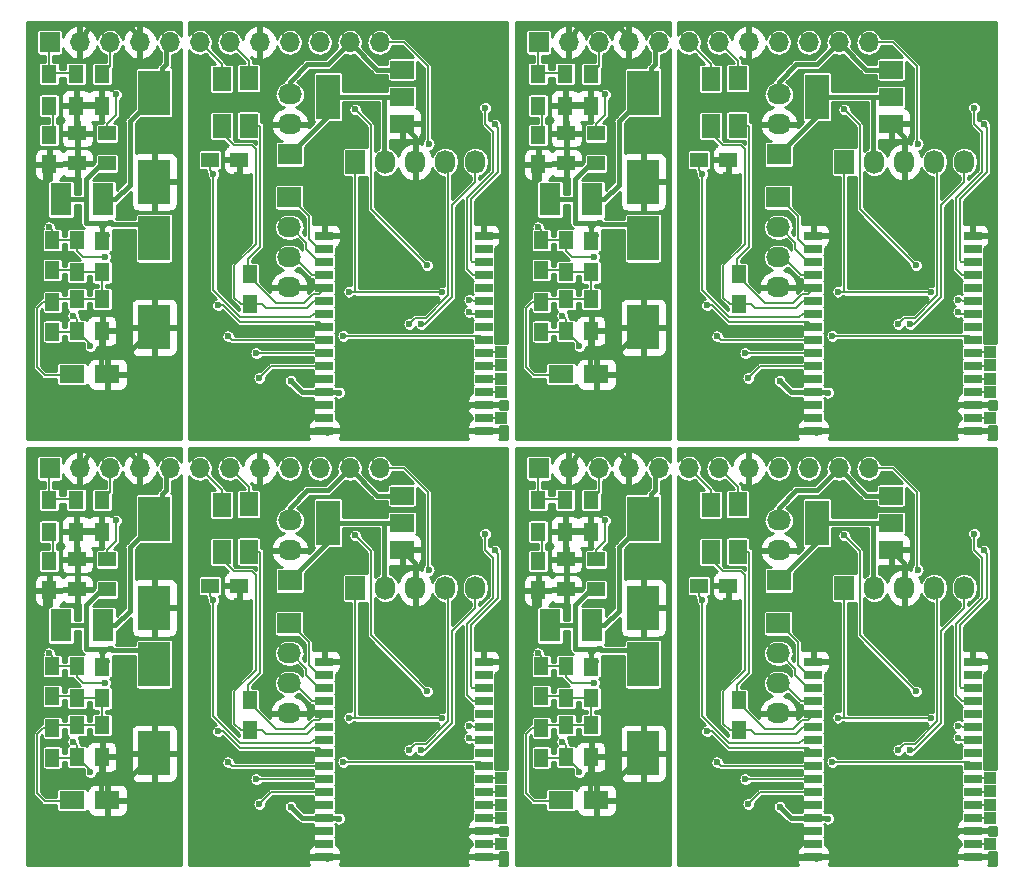
<source format=gtl>
G04 #@! TF.GenerationSoftware,KiCad,Pcbnew,5.99.0-unknown-6083c08~88~ubuntu18.04.1*
G04 #@! TF.CreationDate,2021-04-28T16:00:33+02:00*
G04 #@! TF.ProjectId,vwcdpic_with_BT_panel,76776364-7069-4635-9f77-6974685f4254,rev?*
G04 #@! TF.SameCoordinates,Original*
G04 #@! TF.FileFunction,Copper,L1,Top*
G04 #@! TF.FilePolarity,Positive*
%FSLAX46Y46*%
G04 Gerber Fmt 4.6, Leading zero omitted, Abs format (unit mm)*
G04 Created by KiCad (PCBNEW 5.99.0-unknown-6083c08~88~ubuntu18.04.1) date 2021-04-28 16:00:33*
%MOMM*%
%LPD*%
G01*
G04 APERTURE LIST*
G04 #@! TA.AperFunction,ComponentPad*
%ADD10R,2.032000X1.727200*%
G04 #@! TD*
G04 #@! TA.AperFunction,ComponentPad*
%ADD11O,2.032000X1.727200*%
G04 #@! TD*
G04 #@! TA.AperFunction,SMDPad,CuDef*
%ADD12R,2.700000X3.750000*%
G04 #@! TD*
G04 #@! TA.AperFunction,SMDPad,CuDef*
%ADD13R,1.500000X1.250000*%
G04 #@! TD*
G04 #@! TA.AperFunction,SMDPad,CuDef*
%ADD14R,1.300000X1.500000*%
G04 #@! TD*
G04 #@! TA.AperFunction,SMDPad,CuDef*
%ADD15R,1.600000X2.000000*%
G04 #@! TD*
G04 #@! TA.AperFunction,SMDPad,CuDef*
%ADD16R,1.250000X1.500000*%
G04 #@! TD*
G04 #@! TA.AperFunction,SMDPad,CuDef*
%ADD17R,1.000000X1.000000*%
G04 #@! TD*
G04 #@! TA.AperFunction,SMDPad,CuDef*
%ADD18R,1.778000X2.794000*%
G04 #@! TD*
G04 #@! TA.AperFunction,SMDPad,CuDef*
%ADD19R,2.148840X1.501140*%
G04 #@! TD*
G04 #@! TA.AperFunction,ComponentPad*
%ADD20R,1.700000X1.700000*%
G04 #@! TD*
G04 #@! TA.AperFunction,ComponentPad*
%ADD21O,1.700000X1.700000*%
G04 #@! TD*
G04 #@! TA.AperFunction,ComponentPad*
%ADD22R,1.727200X2.032000*%
G04 #@! TD*
G04 #@! TA.AperFunction,ComponentPad*
%ADD23O,1.727200X2.032000*%
G04 #@! TD*
G04 #@! TA.AperFunction,SMDPad,CuDef*
%ADD24R,1.500000X0.800000*%
G04 #@! TD*
G04 #@! TA.AperFunction,SMDPad,CuDef*
%ADD25R,2.000000X1.500000*%
G04 #@! TD*
G04 #@! TA.AperFunction,SMDPad,CuDef*
%ADD26R,2.000000X3.800000*%
G04 #@! TD*
G04 #@! TA.AperFunction,ViaPad*
%ADD27C,0.600000*%
G04 #@! TD*
G04 #@! TA.AperFunction,Conductor*
%ADD28C,0.400000*%
G04 #@! TD*
G04 #@! TA.AperFunction,Conductor*
%ADD29C,0.150000*%
G04 #@! TD*
G04 #@! TA.AperFunction,Conductor*
%ADD30C,0.254000*%
G04 #@! TD*
G04 APERTURE END LIST*
D10*
X156972000Y-119824500D03*
D11*
X156972000Y-122364500D03*
X156972000Y-124904500D03*
X156972000Y-127444500D03*
D12*
X145542000Y-130838500D03*
X145542000Y-123288500D03*
D13*
X150261000Y-116649500D03*
X152761000Y-116649500D03*
D14*
X141122400Y-123493540D03*
X141122400Y-126193540D03*
D15*
X153543000Y-109759500D03*
X153543000Y-113759500D03*
D13*
X139041820Y-116959400D03*
X141541820Y-116959400D03*
D16*
X136906000Y-125972900D03*
X136906000Y-123472900D03*
D14*
X139037060Y-131163060D03*
X139037060Y-128463060D03*
D13*
X139026580Y-114424460D03*
X141526580Y-114424460D03*
D17*
X174942500Y-138493500D03*
D14*
X141104620Y-109376220D03*
X141104620Y-112076220D03*
X139001500Y-123474500D03*
X139001500Y-126174500D03*
D18*
X137668000Y-120015000D03*
X141224000Y-120015000D03*
D19*
X141582140Y-134810500D03*
X138579860Y-134810500D03*
D16*
X136916160Y-128697680D03*
X136916160Y-131197680D03*
D17*
X174942500Y-135191500D03*
D16*
X136641840Y-117033360D03*
X136641840Y-114533360D03*
X153624000Y-126346000D03*
X153624000Y-128846000D03*
D20*
X136692640Y-106710480D03*
D21*
X139232640Y-106710480D03*
X141772640Y-106710480D03*
X144312640Y-106710480D03*
X146852640Y-106710480D03*
X149392640Y-106710480D03*
X151932640Y-106710480D03*
X154472640Y-106710480D03*
X157012640Y-106710480D03*
X159552640Y-106710480D03*
X162092640Y-106710480D03*
X164632640Y-106710480D03*
D12*
X145542000Y-118519500D03*
X145542000Y-110969500D03*
D22*
X162560000Y-116840000D03*
D23*
X165100000Y-116840000D03*
X167640000Y-116840000D03*
X170180000Y-116840000D03*
X172720000Y-116840000D03*
D17*
X174942500Y-136334500D03*
X174942500Y-132905500D03*
D14*
X141124940Y-128450360D03*
X141124940Y-131150360D03*
D24*
X173446440Y-123107200D03*
X173446440Y-124207200D03*
X173446440Y-125307200D03*
X173446440Y-126407200D03*
X173446440Y-127507200D03*
X173446440Y-128607200D03*
X173446440Y-131907200D03*
X173446440Y-129707200D03*
X173446440Y-134107200D03*
X173446440Y-130807200D03*
X173446440Y-135207200D03*
X173446440Y-133007200D03*
X173446440Y-137407200D03*
X173446440Y-138507200D03*
X173446440Y-139607200D03*
X173446440Y-136307200D03*
X159946440Y-133007200D03*
X159946440Y-139607200D03*
X159946440Y-129707200D03*
X159946440Y-123107200D03*
X159946440Y-134107200D03*
X159946440Y-125307200D03*
X159946440Y-136307200D03*
X159946440Y-124207200D03*
X159946440Y-138507200D03*
X159946440Y-127507200D03*
X159946440Y-130807200D03*
X159946440Y-135207200D03*
X159946440Y-137407200D03*
X159946440Y-128607200D03*
X159946440Y-126407200D03*
X159946440Y-131907200D03*
D14*
X136652000Y-109364800D03*
X136652000Y-112064800D03*
D10*
X157024000Y-116196000D03*
D11*
X157024000Y-113656000D03*
X157024000Y-111116000D03*
D25*
X166535500Y-113615500D03*
X166535500Y-109015500D03*
X166535500Y-111315500D03*
D26*
X160235500Y-111315500D03*
D17*
X174942500Y-134048500D03*
D14*
X138938000Y-109368600D03*
X138938000Y-112068600D03*
D15*
X151257000Y-109791500D03*
X151257000Y-113791500D03*
D10*
X115570000Y-119824500D03*
D11*
X115570000Y-122364500D03*
X115570000Y-124904500D03*
X115570000Y-127444500D03*
D12*
X104140000Y-130838500D03*
X104140000Y-123288500D03*
D13*
X108859000Y-116649500D03*
X111359000Y-116649500D03*
D14*
X99720400Y-123493540D03*
X99720400Y-126193540D03*
D15*
X112141000Y-109759500D03*
X112141000Y-113759500D03*
D13*
X97639820Y-116959400D03*
X100139820Y-116959400D03*
D16*
X95504000Y-125972900D03*
X95504000Y-123472900D03*
D14*
X97635060Y-131163060D03*
X97635060Y-128463060D03*
D13*
X97624580Y-114424460D03*
X100124580Y-114424460D03*
D17*
X133540500Y-138493500D03*
D14*
X99702620Y-109376220D03*
X99702620Y-112076220D03*
X97599500Y-123474500D03*
X97599500Y-126174500D03*
D18*
X96266000Y-120015000D03*
X99822000Y-120015000D03*
D19*
X100180140Y-134810500D03*
X97177860Y-134810500D03*
D16*
X95514160Y-128697680D03*
X95514160Y-131197680D03*
D17*
X133540500Y-135191500D03*
D16*
X95239840Y-117033360D03*
X95239840Y-114533360D03*
X112222000Y-126346000D03*
X112222000Y-128846000D03*
D20*
X95290640Y-106710480D03*
D21*
X97830640Y-106710480D03*
X100370640Y-106710480D03*
X102910640Y-106710480D03*
X105450640Y-106710480D03*
X107990640Y-106710480D03*
X110530640Y-106710480D03*
X113070640Y-106710480D03*
X115610640Y-106710480D03*
X118150640Y-106710480D03*
X120690640Y-106710480D03*
X123230640Y-106710480D03*
D12*
X104140000Y-118519500D03*
X104140000Y-110969500D03*
D22*
X121158000Y-116840000D03*
D23*
X123698000Y-116840000D03*
X126238000Y-116840000D03*
X128778000Y-116840000D03*
X131318000Y-116840000D03*
D17*
X133540500Y-136334500D03*
X133540500Y-132905500D03*
D14*
X99722940Y-128450360D03*
X99722940Y-131150360D03*
D24*
X132044440Y-123107200D03*
X132044440Y-124207200D03*
X132044440Y-125307200D03*
X132044440Y-126407200D03*
X132044440Y-127507200D03*
X132044440Y-128607200D03*
X132044440Y-131907200D03*
X132044440Y-129707200D03*
X132044440Y-134107200D03*
X132044440Y-130807200D03*
X132044440Y-135207200D03*
X132044440Y-133007200D03*
X132044440Y-137407200D03*
X132044440Y-138507200D03*
X132044440Y-139607200D03*
X132044440Y-136307200D03*
X118544440Y-133007200D03*
X118544440Y-139607200D03*
X118544440Y-129707200D03*
X118544440Y-123107200D03*
X118544440Y-134107200D03*
X118544440Y-125307200D03*
X118544440Y-136307200D03*
X118544440Y-124207200D03*
X118544440Y-138507200D03*
X118544440Y-127507200D03*
X118544440Y-130807200D03*
X118544440Y-135207200D03*
X118544440Y-137407200D03*
X118544440Y-128607200D03*
X118544440Y-126407200D03*
X118544440Y-131907200D03*
D14*
X95250000Y-109364800D03*
X95250000Y-112064800D03*
D10*
X115622000Y-116196000D03*
D11*
X115622000Y-113656000D03*
X115622000Y-111116000D03*
D25*
X125133500Y-113615500D03*
X125133500Y-109015500D03*
X125133500Y-111315500D03*
D26*
X118833500Y-111315500D03*
D17*
X133540500Y-134048500D03*
D14*
X97536000Y-109368600D03*
X97536000Y-112068600D03*
D15*
X109855000Y-109791500D03*
X109855000Y-113791500D03*
D10*
X156972000Y-83756500D03*
D11*
X156972000Y-86296500D03*
X156972000Y-88836500D03*
X156972000Y-91376500D03*
D12*
X145542000Y-94770500D03*
X145542000Y-87220500D03*
D13*
X150261000Y-80581500D03*
X152761000Y-80581500D03*
D14*
X141122400Y-87425540D03*
X141122400Y-90125540D03*
D15*
X153543000Y-73691500D03*
X153543000Y-77691500D03*
D13*
X139041820Y-80891400D03*
X141541820Y-80891400D03*
D16*
X136906000Y-89904900D03*
X136906000Y-87404900D03*
D14*
X139037060Y-95095060D03*
X139037060Y-92395060D03*
D13*
X139026580Y-78356460D03*
X141526580Y-78356460D03*
D17*
X174942500Y-102425500D03*
D14*
X141104620Y-73308220D03*
X141104620Y-76008220D03*
X139001500Y-87406500D03*
X139001500Y-90106500D03*
D18*
X137668000Y-83947000D03*
X141224000Y-83947000D03*
D19*
X141582140Y-98742500D03*
X138579860Y-98742500D03*
D16*
X136916160Y-92629680D03*
X136916160Y-95129680D03*
D17*
X174942500Y-99123500D03*
D16*
X136641840Y-80965360D03*
X136641840Y-78465360D03*
X153624000Y-90278000D03*
X153624000Y-92778000D03*
D20*
X136692640Y-70642480D03*
D21*
X139232640Y-70642480D03*
X141772640Y-70642480D03*
X144312640Y-70642480D03*
X146852640Y-70642480D03*
X149392640Y-70642480D03*
X151932640Y-70642480D03*
X154472640Y-70642480D03*
X157012640Y-70642480D03*
X159552640Y-70642480D03*
X162092640Y-70642480D03*
X164632640Y-70642480D03*
D12*
X145542000Y-82451500D03*
X145542000Y-74901500D03*
D22*
X162560000Y-80772000D03*
D23*
X165100000Y-80772000D03*
X167640000Y-80772000D03*
X170180000Y-80772000D03*
X172720000Y-80772000D03*
D17*
X174942500Y-100266500D03*
X174942500Y-96837500D03*
D14*
X141124940Y-92382360D03*
X141124940Y-95082360D03*
D24*
X173446440Y-87039200D03*
X173446440Y-88139200D03*
X173446440Y-89239200D03*
X173446440Y-90339200D03*
X173446440Y-91439200D03*
X173446440Y-92539200D03*
X173446440Y-95839200D03*
X173446440Y-93639200D03*
X173446440Y-98039200D03*
X173446440Y-94739200D03*
X173446440Y-99139200D03*
X173446440Y-96939200D03*
X173446440Y-101339200D03*
X173446440Y-102439200D03*
X173446440Y-103539200D03*
X173446440Y-100239200D03*
X159946440Y-96939200D03*
X159946440Y-103539200D03*
X159946440Y-93639200D03*
X159946440Y-87039200D03*
X159946440Y-98039200D03*
X159946440Y-89239200D03*
X159946440Y-100239200D03*
X159946440Y-88139200D03*
X159946440Y-102439200D03*
X159946440Y-91439200D03*
X159946440Y-94739200D03*
X159946440Y-99139200D03*
X159946440Y-101339200D03*
X159946440Y-92539200D03*
X159946440Y-90339200D03*
X159946440Y-95839200D03*
D14*
X136652000Y-73296800D03*
X136652000Y-75996800D03*
D10*
X157024000Y-80128000D03*
D11*
X157024000Y-77588000D03*
X157024000Y-75048000D03*
D25*
X166535500Y-77547500D03*
X166535500Y-72947500D03*
X166535500Y-75247500D03*
D26*
X160235500Y-75247500D03*
D17*
X174942500Y-97980500D03*
D14*
X138938000Y-73300600D03*
X138938000Y-76000600D03*
D15*
X151257000Y-73723500D03*
X151257000Y-77723500D03*
D24*
X118544440Y-95839200D03*
X118544440Y-90339200D03*
X118544440Y-92539200D03*
X118544440Y-101339200D03*
X118544440Y-99139200D03*
X118544440Y-94739200D03*
X118544440Y-91439200D03*
X118544440Y-102439200D03*
X118544440Y-88139200D03*
X118544440Y-100239200D03*
X118544440Y-89239200D03*
X118544440Y-98039200D03*
X118544440Y-87039200D03*
X118544440Y-93639200D03*
X118544440Y-103539200D03*
X118544440Y-96939200D03*
X132044440Y-100239200D03*
X132044440Y-103539200D03*
X132044440Y-102439200D03*
X132044440Y-101339200D03*
X132044440Y-96939200D03*
X132044440Y-99139200D03*
X132044440Y-94739200D03*
X132044440Y-98039200D03*
X132044440Y-93639200D03*
X132044440Y-95839200D03*
X132044440Y-92539200D03*
X132044440Y-91439200D03*
X132044440Y-90339200D03*
X132044440Y-89239200D03*
X132044440Y-88139200D03*
X132044440Y-87039200D03*
D23*
X131318000Y-80772000D03*
X128778000Y-80772000D03*
X126238000Y-80772000D03*
X123698000Y-80772000D03*
D22*
X121158000Y-80772000D03*
D26*
X118833500Y-75247500D03*
D25*
X125133500Y-75247500D03*
X125133500Y-72947500D03*
X125133500Y-77547500D03*
D19*
X97177860Y-98742500D03*
X100180140Y-98742500D03*
D12*
X104140000Y-87220500D03*
X104140000Y-94770500D03*
X104140000Y-74901500D03*
X104140000Y-82451500D03*
D18*
X99822000Y-83947000D03*
X96266000Y-83947000D03*
D11*
X115570000Y-91376500D03*
X115570000Y-88836500D03*
X115570000Y-86296500D03*
D10*
X115570000Y-83756500D03*
D17*
X133540500Y-96837500D03*
X133540500Y-97980500D03*
X133540500Y-99123500D03*
X133540500Y-100266500D03*
X133540500Y-102425500D03*
D21*
X123230640Y-70642480D03*
X120690640Y-70642480D03*
X118150640Y-70642480D03*
X115610640Y-70642480D03*
X113070640Y-70642480D03*
X110530640Y-70642480D03*
X107990640Y-70642480D03*
X105450640Y-70642480D03*
X102910640Y-70642480D03*
X100370640Y-70642480D03*
X97830640Y-70642480D03*
D20*
X95290640Y-70642480D03*
D14*
X99720400Y-90125540D03*
X99720400Y-87425540D03*
X99722940Y-95082360D03*
X99722940Y-92382360D03*
D15*
X109855000Y-77723500D03*
X109855000Y-73723500D03*
X112141000Y-77691500D03*
X112141000Y-73691500D03*
D11*
X115622000Y-75048000D03*
X115622000Y-77588000D03*
D10*
X115622000Y-80128000D03*
D13*
X111359000Y-80581500D03*
X108859000Y-80581500D03*
X100139820Y-80891400D03*
X97639820Y-80891400D03*
D14*
X95250000Y-75996800D03*
X95250000Y-73296800D03*
X99702620Y-76008220D03*
X99702620Y-73308220D03*
X97536000Y-76000600D03*
X97536000Y-73300600D03*
D16*
X95504000Y-87404900D03*
X95504000Y-89904900D03*
X95514160Y-95129680D03*
X95514160Y-92629680D03*
D14*
X97599500Y-90106500D03*
X97599500Y-87406500D03*
X97635060Y-92395060D03*
X97635060Y-95095060D03*
D13*
X100124580Y-78356460D03*
X97624580Y-78356460D03*
D16*
X95239840Y-78465360D03*
X95239840Y-80965360D03*
X112222000Y-92778000D03*
X112222000Y-90278000D03*
D27*
X138684000Y-129857500D03*
X173545500Y-112268000D03*
X174371000Y-113665000D03*
X171767500Y-138684000D03*
X159893000Y-121666000D03*
X142303500Y-111125000D03*
X140144500Y-132445990D03*
X136969500Y-133096000D03*
X172212000Y-128524000D03*
X171386500Y-125603000D03*
X168656000Y-125603000D03*
X172212000Y-129540000D03*
X168783000Y-115316000D03*
X168148000Y-130556000D03*
X141372989Y-124882511D03*
X162560000Y-112395000D03*
X157086300Y-135366760D03*
X158407100Y-139677140D03*
X171513500Y-122301000D03*
X151824000Y-131596000D03*
X154193240Y-133029960D03*
X162052000Y-127825500D03*
X136296400Y-118872000D03*
X150939500Y-128968500D03*
X136652000Y-122364500D03*
X167132000Y-130556000D03*
X169926000Y-127889000D03*
X162814000Y-109093000D03*
X161036000Y-116840000D03*
X161544000Y-131572000D03*
X141905490Y-122047000D03*
X154432000Y-135128000D03*
X152527000Y-117919500D03*
X150558500Y-117856000D03*
X161229040Y-136380220D03*
X97282000Y-129857500D03*
X132143500Y-112268000D03*
X132969000Y-113665000D03*
X130365500Y-138684000D03*
X118491000Y-121666000D03*
X100901500Y-111125000D03*
X98742500Y-132445990D03*
X95567500Y-133096000D03*
X130810000Y-128524000D03*
X129984500Y-125603000D03*
X127254000Y-125603000D03*
X130810000Y-129540000D03*
X127381000Y-115316000D03*
X126746000Y-130556000D03*
X99970989Y-124882511D03*
X121158000Y-112395000D03*
X115684300Y-135366760D03*
X117005100Y-139677140D03*
X130111500Y-122301000D03*
X110422000Y-131596000D03*
X112791240Y-133029960D03*
X120650000Y-127825500D03*
X94894400Y-118872000D03*
X109537500Y-128968500D03*
X95250000Y-122364500D03*
X125730000Y-130556000D03*
X128524000Y-127889000D03*
X121412000Y-109093000D03*
X119634000Y-116840000D03*
X120142000Y-131572000D03*
X100503490Y-122047000D03*
X113030000Y-135128000D03*
X111125000Y-117919500D03*
X109156500Y-117856000D03*
X119827040Y-136380220D03*
X138684000Y-93789500D03*
X173545500Y-76200000D03*
X174371000Y-77597000D03*
X171767500Y-102616000D03*
X159893000Y-85598000D03*
X142303500Y-75057000D03*
X140144500Y-96377990D03*
X136969500Y-97028000D03*
X172212000Y-92456000D03*
X171386500Y-89535000D03*
X168656000Y-89535000D03*
X172212000Y-93472000D03*
X168783000Y-79248000D03*
X168148000Y-94488000D03*
X141372989Y-88814511D03*
X162560000Y-76327000D03*
X157086300Y-99298760D03*
X158407100Y-103609140D03*
X171513500Y-86233000D03*
X151824000Y-95528000D03*
X154193240Y-96961960D03*
X162052000Y-91757500D03*
X136296400Y-82804000D03*
X150939500Y-92900500D03*
X136652000Y-86296500D03*
X167132000Y-94488000D03*
X169926000Y-91821000D03*
X162814000Y-73025000D03*
X161036000Y-80772000D03*
X161544000Y-95504000D03*
X141905490Y-85979000D03*
X154432000Y-99060000D03*
X152527000Y-81851500D03*
X150558500Y-81788000D03*
X161229040Y-100312220D03*
X130810000Y-92456000D03*
X94894400Y-82804000D03*
X129984500Y-89535000D03*
X130111500Y-86233000D03*
X127254000Y-89535000D03*
X121158000Y-76327000D03*
X120650000Y-91757500D03*
X127381000Y-79248000D03*
X128524000Y-91821000D03*
X126746000Y-94488000D03*
X125730000Y-94488000D03*
X130810000Y-93472000D03*
X120142000Y-95504000D03*
X119634000Y-80772000D03*
X121412000Y-73025000D03*
X95250000Y-86296500D03*
X109537500Y-92900500D03*
X113030000Y-99060000D03*
X100503490Y-85979000D03*
X109156500Y-81788000D03*
X111125000Y-81851500D03*
X119827040Y-100312220D03*
X117005100Y-103609140D03*
X115684300Y-99298760D03*
X112791240Y-96961960D03*
X110422000Y-95528000D03*
X97282000Y-93789500D03*
X95567500Y-97028000D03*
X98742500Y-96377990D03*
X99970989Y-88814511D03*
X100901500Y-75057000D03*
X118491000Y-85598000D03*
X130365500Y-102616000D03*
X132969000Y-77597000D03*
X132143500Y-76200000D03*
D28*
X140698459Y-133111001D02*
X140746480Y-133062980D01*
X140698459Y-133111001D02*
X141030960Y-132778500D01*
D29*
X135636000Y-134239000D02*
X135636000Y-129202840D01*
X135636000Y-129202840D02*
X136141160Y-128697680D01*
X136271000Y-134874000D02*
X135636000Y-134239000D01*
X138018520Y-134874000D02*
X136271000Y-134874000D01*
X136141160Y-128697680D02*
X136916160Y-128697680D01*
X138082020Y-134810500D02*
X138018520Y-134874000D01*
D28*
X141224000Y-120015000D02*
X142113000Y-120015000D01*
X141122400Y-123493540D02*
X141122400Y-122343540D01*
X141122400Y-123493540D02*
X141122400Y-123532900D01*
X141541820Y-116959400D02*
X141138598Y-116959400D01*
X137668000Y-119507000D02*
X137668000Y-120015000D01*
D29*
X141772640Y-106710480D02*
X141772640Y-108708200D01*
X141772640Y-108708200D02*
X141104620Y-109376220D01*
X136652000Y-109364800D02*
X136652000Y-106751120D01*
X136652000Y-106751120D02*
X136692640Y-106710480D01*
D28*
X141241300Y-131034000D02*
X141124940Y-131150360D01*
X141122400Y-123393540D02*
X141122400Y-123493540D01*
X141122400Y-123393540D02*
X141529441Y-122986499D01*
D29*
X151932640Y-106710480D02*
X153543000Y-108320840D01*
X153543000Y-108320840D02*
X153543000Y-109759500D01*
X151257000Y-109791500D02*
X151257000Y-108574840D01*
X151257000Y-108574840D02*
X149392640Y-106710480D01*
D28*
X146939000Y-106796840D02*
X146852640Y-106710480D01*
X139026580Y-115697000D02*
X139026580Y-114424460D01*
X141063980Y-134493000D02*
X141063980Y-132811520D01*
X141063980Y-132811520D02*
X141063980Y-131211320D01*
X141030960Y-132778500D02*
X141063980Y-132811520D01*
X141063980Y-131211320D02*
X141063980Y-132367020D01*
X141063980Y-131211320D02*
X141124940Y-131150360D01*
D29*
X139037060Y-131163060D02*
X139037060Y-130210560D01*
X139037060Y-130210560D02*
X138983999Y-130157499D01*
X138983999Y-130157499D02*
X138684000Y-129857500D01*
D28*
X141030960Y-132778500D02*
X143602000Y-132778500D01*
X143602000Y-132778500D02*
X145542000Y-130838500D01*
X145542000Y-123288500D02*
X144364000Y-122110500D01*
X144364000Y-122110500D02*
X141968990Y-122110500D01*
X141968990Y-122110500D02*
X141905490Y-122047000D01*
X159946440Y-139607200D02*
X170844300Y-139607200D01*
X170844300Y-139607200D02*
X171767500Y-138684000D01*
X171767500Y-138684000D02*
X171767500Y-139255500D01*
X171767500Y-139255500D02*
X172119200Y-139607200D01*
X172119200Y-139607200D02*
X173446440Y-139607200D01*
X173446440Y-137407200D02*
X172296440Y-137407200D01*
X172296440Y-137407200D02*
X171767500Y-137936140D01*
X171767500Y-137936140D02*
X171767500Y-138684000D01*
X173482000Y-123071640D02*
X173446440Y-123107200D01*
X159946440Y-121719440D02*
X159893000Y-121666000D01*
X159946440Y-123107200D02*
X159946440Y-121719440D01*
D29*
X142303500Y-111549264D02*
X142303500Y-111125000D01*
X141526580Y-113649460D02*
X142303500Y-112872540D01*
X141526580Y-114424460D02*
X141526580Y-113649460D01*
X142303500Y-112872540D02*
X142303500Y-111549264D01*
D28*
X137668000Y-120396000D02*
X137668000Y-120015000D01*
D29*
X139001500Y-123474500D02*
X139001500Y-124374500D01*
D28*
X140698459Y-133111001D02*
X140683458Y-133096000D01*
X140683458Y-133096000D02*
X136969500Y-133096000D01*
D29*
X168698538Y-114708499D02*
X168698538Y-115231538D01*
D28*
X167640000Y-116840000D02*
X167640000Y-114720000D01*
D29*
X173446440Y-129707200D02*
X172379200Y-129707200D01*
X172379200Y-129707200D02*
X172212000Y-129540000D01*
X168698538Y-114596538D02*
X168698538Y-108754538D01*
X168698538Y-114708499D02*
X168698538Y-114596538D01*
X168698538Y-115231538D02*
X168783000Y-115316000D01*
X139001500Y-124374500D02*
X139509511Y-124882511D01*
X139509511Y-124882511D02*
X140948725Y-124882511D01*
X140948725Y-124882511D02*
X141372989Y-124882511D01*
X139037060Y-131163060D02*
X140144500Y-132270500D01*
X140144500Y-132270500D02*
X140144500Y-132445990D01*
X173484640Y-132969000D02*
X173446440Y-133007200D01*
X174815500Y-132969000D02*
X173484640Y-132969000D01*
X173451240Y-134112000D02*
X173446440Y-134107200D01*
X174815500Y-134112000D02*
X173451240Y-134112000D01*
X174799800Y-135207200D02*
X174815500Y-135191500D01*
X173545500Y-113616502D02*
X174244000Y-114315002D01*
X174244000Y-117651604D02*
X172038990Y-119856614D01*
D28*
X165036500Y-116776500D02*
X165100000Y-116840000D01*
X165036500Y-111315500D02*
X165036500Y-116776500D01*
X165036500Y-111315500D02*
X160235500Y-111315500D01*
X166535500Y-111315500D02*
X165036500Y-111315500D01*
D29*
X162560000Y-127762000D02*
X162560000Y-116840000D01*
X169926000Y-127889000D02*
X162687000Y-127889000D01*
X162687000Y-127889000D02*
X162623500Y-127825500D01*
D28*
X160168587Y-139829347D02*
X159946440Y-139607200D01*
X159946440Y-123107200D02*
X159491438Y-123107200D01*
X141086840Y-111953040D02*
X138927840Y-111953040D01*
X158026740Y-136307200D02*
X157386299Y-135666759D01*
X159946440Y-136307200D02*
X158026740Y-136307200D01*
X157386299Y-135666759D02*
X157086300Y-135366760D01*
X159876500Y-139677140D02*
X159946440Y-139607200D01*
X158407100Y-139677140D02*
X159876500Y-139677140D01*
D29*
X170751010Y-120480212D02*
X170751010Y-128265270D01*
X172720000Y-116840000D02*
X172720000Y-118511222D01*
X168460280Y-130556000D02*
X168148000Y-130556000D01*
X172720000Y-118511222D02*
X170751010Y-120480212D01*
X174670999Y-117648883D02*
X174670999Y-113964999D01*
X170751010Y-128265270D02*
X168460280Y-130556000D01*
X162623500Y-127825500D02*
X162560000Y-127762000D01*
X162623500Y-127825500D02*
X162052000Y-127825500D01*
X172866700Y-128607200D02*
X173446440Y-128607200D01*
X168561003Y-130030999D02*
X170451001Y-128141001D01*
X170451001Y-128141001D02*
X170451001Y-127636999D01*
X170451001Y-127636999D02*
X170434000Y-127619998D01*
X170434000Y-127619998D02*
X170434000Y-117094000D01*
X159946440Y-131907200D02*
X152135200Y-131907200D01*
X152135200Y-131907200D02*
X151824000Y-131596000D01*
X159946440Y-134107200D02*
X159116040Y-134107200D01*
X159116040Y-134107200D02*
X159046440Y-134107200D01*
X159946440Y-133007200D02*
X154216000Y-133007200D01*
X154216000Y-133007200D02*
X154193240Y-133029960D01*
X151932640Y-106710480D02*
X151932640Y-106344720D01*
X151932640Y-106710480D02*
X151932640Y-106324400D01*
X172212000Y-128524000D02*
X172866700Y-128607200D01*
X173545500Y-112268000D02*
X173545500Y-113616502D01*
X174244000Y-114315002D02*
X174244000Y-117651604D01*
X172038990Y-119856614D02*
X172038990Y-125899750D01*
X172546440Y-126407200D02*
X173446440Y-126407200D01*
X172038990Y-125899750D02*
X172546440Y-126407200D01*
X136906000Y-125972900D02*
X138799900Y-125972900D01*
X138799900Y-125972900D02*
X139001500Y-126174500D01*
X136906000Y-123472900D02*
X138999900Y-123472900D01*
X138999900Y-123472900D02*
X139001500Y-123474500D01*
D28*
X139041820Y-116959400D02*
X139041820Y-114439700D01*
X139041820Y-114439700D02*
X139026580Y-114424460D01*
X136641840Y-117033360D02*
X138967860Y-117033360D01*
X138967860Y-117033360D02*
X139041820Y-116959400D01*
X157162000Y-113518000D02*
X157024000Y-113656000D01*
X162092640Y-107213360D02*
X162092640Y-106710480D01*
D29*
X157424000Y-122336000D02*
X157424000Y-122796000D01*
X155824000Y-128796000D02*
X158202638Y-128796000D01*
X154731999Y-134828001D02*
X154432000Y-135128000D01*
X155452800Y-134107200D02*
X154731999Y-134828001D01*
X159116040Y-134107200D02*
X155452800Y-134107200D01*
X172339000Y-119980882D02*
X174670999Y-117648883D01*
X172339000Y-125158500D02*
X172339000Y-119980882D01*
X174670999Y-113964999D02*
X174371000Y-113665000D01*
X173446440Y-125307200D02*
X172487700Y-125307200D01*
X172487700Y-125307200D02*
X172339000Y-125158500D01*
X163880800Y-113715800D02*
X162560000Y-112395000D01*
X168656000Y-125603000D02*
X163880800Y-120827800D01*
X163880800Y-120827800D02*
X163880800Y-113715800D01*
D28*
X136397700Y-118427500D02*
X136271000Y-118300800D01*
D29*
X152336500Y-128333500D02*
X152849000Y-128846000D01*
X152336500Y-125603000D02*
X152336500Y-128333500D01*
X154131989Y-123807511D02*
X152336500Y-125603000D01*
X153797000Y-115443000D02*
X154131989Y-115777989D01*
X151257000Y-113791500D02*
X151257000Y-114427000D01*
X151257000Y-114427000D02*
X152273000Y-115443000D01*
X152273000Y-115443000D02*
X153797000Y-115443000D01*
X152849000Y-128846000D02*
X153624000Y-128846000D01*
X154131989Y-115777989D02*
X154131989Y-123807511D01*
X154493000Y-113759500D02*
X153543000Y-113759500D01*
X154495500Y-113762000D02*
X154493000Y-113759500D01*
X153624000Y-126346000D02*
X153479500Y-126201500D01*
X153479500Y-126201500D02*
X153479500Y-125031500D01*
X153479500Y-125031500D02*
X154495500Y-124015500D01*
X154495500Y-124015500D02*
X154495500Y-113762000D01*
D28*
X146558000Y-107005120D02*
X146852640Y-106710480D01*
X146558000Y-108585000D02*
X146558000Y-107005120D01*
X146240500Y-108902500D02*
X146558000Y-108585000D01*
X146240500Y-110656000D02*
X146240500Y-108902500D01*
X141224000Y-120015000D02*
X142263000Y-120015000D01*
X142263000Y-120015000D02*
X143510000Y-118768000D01*
X143510000Y-113386500D02*
X146240500Y-110656000D01*
X136296400Y-118872000D02*
X136397700Y-118427500D01*
X136271000Y-118300800D02*
X136271000Y-117404200D01*
X136271000Y-117404200D02*
X136641840Y-117033360D01*
D29*
X152781000Y-130365500D02*
X151384000Y-128968500D01*
X159504740Y-130365500D02*
X152781000Y-130365500D01*
X159946440Y-130807200D02*
X159504740Y-130365500D01*
X159946440Y-129707200D02*
X159046440Y-129707200D01*
X150558500Y-127718722D02*
X150558500Y-118280264D01*
X159046440Y-129707200D02*
X158757640Y-129996000D01*
X151384000Y-128968500D02*
X150939500Y-128968500D01*
X150558500Y-118280264D02*
X150558500Y-117856000D01*
X152835778Y-129996000D02*
X150558500Y-127718722D01*
X158757640Y-129996000D02*
X152835778Y-129996000D01*
D28*
X138957000Y-120015000D02*
X139382500Y-120015000D01*
X137668000Y-120015000D02*
X138957000Y-120015000D01*
D29*
X136906000Y-123472900D02*
X136906000Y-122572900D01*
X136906000Y-122572900D02*
X136697600Y-122364500D01*
X136697600Y-122364500D02*
X136652000Y-122364500D01*
D28*
X140825860Y-122047000D02*
X139827000Y-122047000D01*
X139827000Y-122047000D02*
X141905490Y-122047000D01*
X141122400Y-122343540D02*
X140825860Y-122047000D01*
X139763500Y-121983500D02*
X139827000Y-122047000D01*
X139763500Y-120015000D02*
X139763500Y-121983500D01*
X139382500Y-120015000D02*
X139763500Y-120015000D01*
X139763500Y-118300500D02*
X139763500Y-120015000D01*
X141104600Y-116959400D02*
X139763500Y-118300500D01*
X141541820Y-116959400D02*
X141104600Y-116959400D01*
X143510000Y-118768000D02*
X143510000Y-118554500D01*
X143510000Y-118554500D02*
X143510000Y-113386500D01*
X143525000Y-118569500D02*
X143510000Y-118554500D01*
D29*
X172950700Y-129707200D02*
X173446440Y-129707200D01*
D28*
X157024000Y-110057000D02*
X157024000Y-111116000D01*
X158496000Y-108585000D02*
X157024000Y-110057000D01*
X162092640Y-106710480D02*
X160218120Y-108585000D01*
X160218120Y-108585000D02*
X158496000Y-108585000D01*
X164397660Y-109015500D02*
X162092640Y-106710480D01*
X166535500Y-109015500D02*
X164397660Y-109015500D01*
D29*
X164632640Y-106710480D02*
X166654480Y-106710480D01*
X168698538Y-108754538D02*
X168021000Y-108077000D01*
X166654480Y-106710480D02*
X168021000Y-108077000D01*
D28*
X160235500Y-112984500D02*
X160235500Y-111315500D01*
X157024000Y-116196000D02*
X160235500Y-112984500D01*
D29*
X173446440Y-135207200D02*
X174799800Y-135207200D01*
X173473740Y-136334500D02*
X173446440Y-136307200D01*
X174815500Y-138493500D02*
X173460140Y-138493500D01*
D28*
X144312640Y-106710480D02*
X144312640Y-106276140D01*
X144312640Y-106276140D02*
X143319500Y-105283000D01*
X140271500Y-105283000D02*
X139232640Y-106321860D01*
X139232640Y-106321860D02*
X139232640Y-106710480D01*
X143319500Y-105283000D02*
X140271500Y-105283000D01*
D29*
X173111240Y-131572000D02*
X173446440Y-131907200D01*
X161544000Y-131572000D02*
X173111240Y-131572000D01*
D28*
X167640000Y-114720000D02*
X166535500Y-113615500D01*
X141418940Y-122047000D02*
X141481226Y-122047000D01*
X141122400Y-122343540D02*
X141418940Y-122047000D01*
D29*
X157624000Y-119796000D02*
X157424000Y-119796000D01*
X157416500Y-124904500D02*
X156972000Y-124904500D01*
X158919200Y-126407200D02*
X157416500Y-124904500D01*
X159946440Y-126407200D02*
X158919200Y-126407200D01*
X157124400Y-122364500D02*
X156972000Y-122364500D01*
X159946440Y-125307200D02*
X159490820Y-125307200D01*
X158432500Y-123672600D02*
X157124400Y-122364500D01*
X159490820Y-125307200D02*
X158432500Y-124248880D01*
X158432500Y-124248880D02*
X158432500Y-123672600D01*
X157035500Y-119824500D02*
X156972000Y-119824500D01*
X159946440Y-124207200D02*
X159491438Y-124207200D01*
X159491438Y-124207200D02*
X158623000Y-123338762D01*
X158623000Y-123338762D02*
X158623000Y-121412000D01*
X158623000Y-121412000D02*
X157035500Y-119824500D01*
D28*
X152761000Y-117685500D02*
X152527000Y-117919500D01*
X152761000Y-116649500D02*
X152761000Y-117685500D01*
D29*
X150261000Y-116649500D02*
X150261000Y-117558500D01*
X150261000Y-117558500D02*
X150558500Y-117856000D01*
D28*
X141481226Y-122047000D02*
X141905490Y-122047000D01*
X161156020Y-136307200D02*
X161229040Y-136380220D01*
X159946440Y-136307200D02*
X161156020Y-136307200D01*
X138938000Y-112068600D02*
X138938000Y-114335880D01*
D29*
X174815500Y-136334500D02*
X173473740Y-136334500D01*
X173460140Y-138493500D02*
X173446440Y-138507200D01*
X159550100Y-106713020D02*
X159552640Y-106710480D01*
D28*
X154520900Y-106758740D02*
X154472640Y-106710480D01*
X162092640Y-106710480D02*
X162438080Y-106710480D01*
X162092640Y-106710480D02*
X162092640Y-106974640D01*
X162092640Y-106923840D02*
X162092640Y-106710480D01*
D29*
X136969180Y-114018060D02*
X136969180Y-111456140D01*
X139065000Y-109339400D02*
X137053320Y-109339400D01*
X136011920Y-107391200D02*
X136692640Y-106710480D01*
X153624000Y-126346000D02*
X153624000Y-126596000D01*
X153624000Y-126596000D02*
X155824000Y-128796000D01*
X158202638Y-128796000D02*
X159016439Y-127982199D01*
X159016439Y-127982199D02*
X159471441Y-127982199D01*
X159471441Y-127982199D02*
X159946440Y-127507200D01*
X153624000Y-128846000D02*
X154674000Y-128846000D01*
X154674000Y-128846000D02*
X155024000Y-129196000D01*
X155024000Y-129196000D02*
X158457640Y-129196000D01*
X158457640Y-129196000D02*
X159046440Y-128607200D01*
X159046440Y-128607200D02*
X159946440Y-128607200D01*
X159491438Y-127507200D02*
X159946440Y-127507200D01*
X136916160Y-131197680D02*
X139002440Y-131197680D01*
X139002440Y-131197680D02*
X139037060Y-131163060D01*
X139037060Y-128463060D02*
X137150780Y-128463060D01*
X137150780Y-128463060D02*
X136916160Y-128697680D01*
X141124940Y-128450360D02*
X139049760Y-128450360D01*
X139049760Y-128450360D02*
X139037060Y-128463060D01*
X141122400Y-126193540D02*
X141122400Y-128447820D01*
X141122400Y-128447820D02*
X141124940Y-128450360D01*
X139001500Y-126174500D02*
X141103360Y-126174500D01*
X141103360Y-126174500D02*
X141122400Y-126193540D01*
X170434000Y-117094000D02*
X170180000Y-116840000D01*
X167657001Y-130030999D02*
X168561003Y-130030999D01*
X167132000Y-130556000D02*
X167657001Y-130030999D01*
D28*
X99296459Y-133111001D02*
X99344480Y-133062980D01*
X99296459Y-133111001D02*
X99628960Y-132778500D01*
D29*
X94234000Y-134239000D02*
X94234000Y-129202840D01*
X94234000Y-129202840D02*
X94739160Y-128697680D01*
X94869000Y-134874000D02*
X94234000Y-134239000D01*
X96616520Y-134874000D02*
X94869000Y-134874000D01*
X94739160Y-128697680D02*
X95514160Y-128697680D01*
X96680020Y-134810500D02*
X96616520Y-134874000D01*
D28*
X99822000Y-120015000D02*
X100711000Y-120015000D01*
X99720400Y-123493540D02*
X99720400Y-122343540D01*
X99720400Y-123493540D02*
X99720400Y-123532900D01*
X100139820Y-116959400D02*
X99736598Y-116959400D01*
X96266000Y-119507000D02*
X96266000Y-120015000D01*
D29*
X100370640Y-106710480D02*
X100370640Y-108708200D01*
X100370640Y-108708200D02*
X99702620Y-109376220D01*
X95250000Y-109364800D02*
X95250000Y-106751120D01*
X95250000Y-106751120D02*
X95290640Y-106710480D01*
D28*
X99839300Y-131034000D02*
X99722940Y-131150360D01*
X99720400Y-123393540D02*
X99720400Y-123493540D01*
X99720400Y-123393540D02*
X100127441Y-122986499D01*
D29*
X110530640Y-106710480D02*
X112141000Y-108320840D01*
X112141000Y-108320840D02*
X112141000Y-109759500D01*
X109855000Y-109791500D02*
X109855000Y-108574840D01*
X109855000Y-108574840D02*
X107990640Y-106710480D01*
D28*
X105537000Y-106796840D02*
X105450640Y-106710480D01*
X97624580Y-115697000D02*
X97624580Y-114424460D01*
X99661980Y-134493000D02*
X99661980Y-132811520D01*
X99661980Y-132811520D02*
X99661980Y-131211320D01*
X99628960Y-132778500D02*
X99661980Y-132811520D01*
X99661980Y-131211320D02*
X99661980Y-132367020D01*
X99661980Y-131211320D02*
X99722940Y-131150360D01*
D29*
X97635060Y-131163060D02*
X97635060Y-130210560D01*
X97635060Y-130210560D02*
X97581999Y-130157499D01*
X97581999Y-130157499D02*
X97282000Y-129857500D01*
D28*
X99628960Y-132778500D02*
X102200000Y-132778500D01*
X102200000Y-132778500D02*
X104140000Y-130838500D01*
X104140000Y-123288500D02*
X102962000Y-122110500D01*
X102962000Y-122110500D02*
X100566990Y-122110500D01*
X100566990Y-122110500D02*
X100503490Y-122047000D01*
X118544440Y-139607200D02*
X129442300Y-139607200D01*
X129442300Y-139607200D02*
X130365500Y-138684000D01*
X130365500Y-138684000D02*
X130365500Y-139255500D01*
X130365500Y-139255500D02*
X130717200Y-139607200D01*
X130717200Y-139607200D02*
X132044440Y-139607200D01*
X132044440Y-137407200D02*
X130894440Y-137407200D01*
X130894440Y-137407200D02*
X130365500Y-137936140D01*
X130365500Y-137936140D02*
X130365500Y-138684000D01*
X132080000Y-123071640D02*
X132044440Y-123107200D01*
X118544440Y-121719440D02*
X118491000Y-121666000D01*
X118544440Y-123107200D02*
X118544440Y-121719440D01*
D29*
X100901500Y-111549264D02*
X100901500Y-111125000D01*
X100124580Y-113649460D02*
X100901500Y-112872540D01*
X100124580Y-114424460D02*
X100124580Y-113649460D01*
X100901500Y-112872540D02*
X100901500Y-111549264D01*
D28*
X96266000Y-120396000D02*
X96266000Y-120015000D01*
D29*
X97599500Y-123474500D02*
X97599500Y-124374500D01*
D28*
X99296459Y-133111001D02*
X99281458Y-133096000D01*
X99281458Y-133096000D02*
X95567500Y-133096000D01*
D29*
X127296538Y-114708499D02*
X127296538Y-115231538D01*
D28*
X126238000Y-116840000D02*
X126238000Y-114720000D01*
D29*
X132044440Y-129707200D02*
X130977200Y-129707200D01*
X130977200Y-129707200D02*
X130810000Y-129540000D01*
X127296538Y-114596538D02*
X127296538Y-108754538D01*
X127296538Y-114708499D02*
X127296538Y-114596538D01*
X127296538Y-115231538D02*
X127381000Y-115316000D01*
X97599500Y-124374500D02*
X98107511Y-124882511D01*
X98107511Y-124882511D02*
X99546725Y-124882511D01*
X99546725Y-124882511D02*
X99970989Y-124882511D01*
X97635060Y-131163060D02*
X98742500Y-132270500D01*
X98742500Y-132270500D02*
X98742500Y-132445990D01*
X132082640Y-132969000D02*
X132044440Y-133007200D01*
X133413500Y-132969000D02*
X132082640Y-132969000D01*
X132049240Y-134112000D02*
X132044440Y-134107200D01*
X133413500Y-134112000D02*
X132049240Y-134112000D01*
X133397800Y-135207200D02*
X133413500Y-135191500D01*
X132143500Y-113616502D02*
X132842000Y-114315002D01*
X132842000Y-117651604D02*
X130636990Y-119856614D01*
D28*
X123634500Y-116776500D02*
X123698000Y-116840000D01*
X123634500Y-111315500D02*
X123634500Y-116776500D01*
X123634500Y-111315500D02*
X118833500Y-111315500D01*
X125133500Y-111315500D02*
X123634500Y-111315500D01*
D29*
X121158000Y-127762000D02*
X121158000Y-116840000D01*
X128524000Y-127889000D02*
X121285000Y-127889000D01*
X121285000Y-127889000D02*
X121221500Y-127825500D01*
D28*
X118766587Y-139829347D02*
X118544440Y-139607200D01*
X118544440Y-123107200D02*
X118089438Y-123107200D01*
X99684840Y-111953040D02*
X97525840Y-111953040D01*
X116624740Y-136307200D02*
X115984299Y-135666759D01*
X118544440Y-136307200D02*
X116624740Y-136307200D01*
X115984299Y-135666759D02*
X115684300Y-135366760D01*
X118474500Y-139677140D02*
X118544440Y-139607200D01*
X117005100Y-139677140D02*
X118474500Y-139677140D01*
D29*
X129349010Y-120480212D02*
X129349010Y-128265270D01*
X131318000Y-116840000D02*
X131318000Y-118511222D01*
X127058280Y-130556000D02*
X126746000Y-130556000D01*
X131318000Y-118511222D02*
X129349010Y-120480212D01*
X133268999Y-117648883D02*
X133268999Y-113964999D01*
X129349010Y-128265270D02*
X127058280Y-130556000D01*
X121221500Y-127825500D02*
X121158000Y-127762000D01*
X121221500Y-127825500D02*
X120650000Y-127825500D01*
X131464700Y-128607200D02*
X132044440Y-128607200D01*
X127159003Y-130030999D02*
X129049001Y-128141001D01*
X129049001Y-128141001D02*
X129049001Y-127636999D01*
X129049001Y-127636999D02*
X129032000Y-127619998D01*
X129032000Y-127619998D02*
X129032000Y-117094000D01*
X118544440Y-131907200D02*
X110733200Y-131907200D01*
X110733200Y-131907200D02*
X110422000Y-131596000D01*
X118544440Y-134107200D02*
X117714040Y-134107200D01*
X117714040Y-134107200D02*
X117644440Y-134107200D01*
X118544440Y-133007200D02*
X112814000Y-133007200D01*
X112814000Y-133007200D02*
X112791240Y-133029960D01*
X110530640Y-106710480D02*
X110530640Y-106344720D01*
X110530640Y-106710480D02*
X110530640Y-106324400D01*
X130810000Y-128524000D02*
X131464700Y-128607200D01*
X132143500Y-112268000D02*
X132143500Y-113616502D01*
X132842000Y-114315002D02*
X132842000Y-117651604D01*
X130636990Y-119856614D02*
X130636990Y-125899750D01*
X131144440Y-126407200D02*
X132044440Y-126407200D01*
X130636990Y-125899750D02*
X131144440Y-126407200D01*
X95504000Y-125972900D02*
X97397900Y-125972900D01*
X97397900Y-125972900D02*
X97599500Y-126174500D01*
X95504000Y-123472900D02*
X97597900Y-123472900D01*
X97597900Y-123472900D02*
X97599500Y-123474500D01*
D28*
X97639820Y-116959400D02*
X97639820Y-114439700D01*
X97639820Y-114439700D02*
X97624580Y-114424460D01*
X95239840Y-117033360D02*
X97565860Y-117033360D01*
X97565860Y-117033360D02*
X97639820Y-116959400D01*
X115760000Y-113518000D02*
X115622000Y-113656000D01*
X120690640Y-107213360D02*
X120690640Y-106710480D01*
D29*
X116022000Y-122336000D02*
X116022000Y-122796000D01*
X114422000Y-128796000D02*
X116800638Y-128796000D01*
X113329999Y-134828001D02*
X113030000Y-135128000D01*
X114050800Y-134107200D02*
X113329999Y-134828001D01*
X117714040Y-134107200D02*
X114050800Y-134107200D01*
X130937000Y-119980882D02*
X133268999Y-117648883D01*
X130937000Y-125158500D02*
X130937000Y-119980882D01*
X133268999Y-113964999D02*
X132969000Y-113665000D01*
X132044440Y-125307200D02*
X131085700Y-125307200D01*
X131085700Y-125307200D02*
X130937000Y-125158500D01*
X122478800Y-113715800D02*
X121158000Y-112395000D01*
X127254000Y-125603000D02*
X122478800Y-120827800D01*
X122478800Y-120827800D02*
X122478800Y-113715800D01*
D28*
X94995700Y-118427500D02*
X94869000Y-118300800D01*
D29*
X110934500Y-128333500D02*
X111447000Y-128846000D01*
X110934500Y-125603000D02*
X110934500Y-128333500D01*
X112729989Y-123807511D02*
X110934500Y-125603000D01*
X112395000Y-115443000D02*
X112729989Y-115777989D01*
X109855000Y-113791500D02*
X109855000Y-114427000D01*
X109855000Y-114427000D02*
X110871000Y-115443000D01*
X110871000Y-115443000D02*
X112395000Y-115443000D01*
X111447000Y-128846000D02*
X112222000Y-128846000D01*
X112729989Y-115777989D02*
X112729989Y-123807511D01*
X113091000Y-113759500D02*
X112141000Y-113759500D01*
X113093500Y-113762000D02*
X113091000Y-113759500D01*
X112222000Y-126346000D02*
X112077500Y-126201500D01*
X112077500Y-126201500D02*
X112077500Y-125031500D01*
X112077500Y-125031500D02*
X113093500Y-124015500D01*
X113093500Y-124015500D02*
X113093500Y-113762000D01*
D28*
X105156000Y-107005120D02*
X105450640Y-106710480D01*
X105156000Y-108585000D02*
X105156000Y-107005120D01*
X104838500Y-108902500D02*
X105156000Y-108585000D01*
X104838500Y-110656000D02*
X104838500Y-108902500D01*
X99822000Y-120015000D02*
X100861000Y-120015000D01*
X100861000Y-120015000D02*
X102108000Y-118768000D01*
X102108000Y-113386500D02*
X104838500Y-110656000D01*
X94894400Y-118872000D02*
X94995700Y-118427500D01*
X94869000Y-118300800D02*
X94869000Y-117404200D01*
X94869000Y-117404200D02*
X95239840Y-117033360D01*
D29*
X111379000Y-130365500D02*
X109982000Y-128968500D01*
X118102740Y-130365500D02*
X111379000Y-130365500D01*
X118544440Y-130807200D02*
X118102740Y-130365500D01*
X118544440Y-129707200D02*
X117644440Y-129707200D01*
X109156500Y-127718722D02*
X109156500Y-118280264D01*
X117644440Y-129707200D02*
X117355640Y-129996000D01*
X109982000Y-128968500D02*
X109537500Y-128968500D01*
X109156500Y-118280264D02*
X109156500Y-117856000D01*
X111433778Y-129996000D02*
X109156500Y-127718722D01*
X117355640Y-129996000D02*
X111433778Y-129996000D01*
D28*
X97555000Y-120015000D02*
X97980500Y-120015000D01*
X96266000Y-120015000D02*
X97555000Y-120015000D01*
D29*
X95504000Y-123472900D02*
X95504000Y-122572900D01*
X95504000Y-122572900D02*
X95295600Y-122364500D01*
X95295600Y-122364500D02*
X95250000Y-122364500D01*
D28*
X99423860Y-122047000D02*
X98425000Y-122047000D01*
X98425000Y-122047000D02*
X100503490Y-122047000D01*
X99720400Y-122343540D02*
X99423860Y-122047000D01*
X98361500Y-121983500D02*
X98425000Y-122047000D01*
X98361500Y-120015000D02*
X98361500Y-121983500D01*
X97980500Y-120015000D02*
X98361500Y-120015000D01*
X98361500Y-118300500D02*
X98361500Y-120015000D01*
X99702600Y-116959400D02*
X98361500Y-118300500D01*
X100139820Y-116959400D02*
X99702600Y-116959400D01*
X102108000Y-118768000D02*
X102108000Y-118554500D01*
X102108000Y-118554500D02*
X102108000Y-113386500D01*
X102123000Y-118569500D02*
X102108000Y-118554500D01*
D29*
X131548700Y-129707200D02*
X132044440Y-129707200D01*
D28*
X115622000Y-110057000D02*
X115622000Y-111116000D01*
X117094000Y-108585000D02*
X115622000Y-110057000D01*
X120690640Y-106710480D02*
X118816120Y-108585000D01*
X118816120Y-108585000D02*
X117094000Y-108585000D01*
X122995660Y-109015500D02*
X120690640Y-106710480D01*
X125133500Y-109015500D02*
X122995660Y-109015500D01*
D29*
X123230640Y-106710480D02*
X125252480Y-106710480D01*
X127296538Y-108754538D02*
X126619000Y-108077000D01*
X125252480Y-106710480D02*
X126619000Y-108077000D01*
D28*
X118833500Y-112984500D02*
X118833500Y-111315500D01*
X115622000Y-116196000D02*
X118833500Y-112984500D01*
D29*
X132044440Y-135207200D02*
X133397800Y-135207200D01*
X132071740Y-136334500D02*
X132044440Y-136307200D01*
X133413500Y-138493500D02*
X132058140Y-138493500D01*
D28*
X102910640Y-106710480D02*
X102910640Y-106276140D01*
X102910640Y-106276140D02*
X101917500Y-105283000D01*
X98869500Y-105283000D02*
X97830640Y-106321860D01*
X97830640Y-106321860D02*
X97830640Y-106710480D01*
X101917500Y-105283000D02*
X98869500Y-105283000D01*
D29*
X131709240Y-131572000D02*
X132044440Y-131907200D01*
X120142000Y-131572000D02*
X131709240Y-131572000D01*
D28*
X126238000Y-114720000D02*
X125133500Y-113615500D01*
X100016940Y-122047000D02*
X100079226Y-122047000D01*
X99720400Y-122343540D02*
X100016940Y-122047000D01*
D29*
X116222000Y-119796000D02*
X116022000Y-119796000D01*
X116014500Y-124904500D02*
X115570000Y-124904500D01*
X117517200Y-126407200D02*
X116014500Y-124904500D01*
X118544440Y-126407200D02*
X117517200Y-126407200D01*
X115722400Y-122364500D02*
X115570000Y-122364500D01*
X118544440Y-125307200D02*
X118088820Y-125307200D01*
X117030500Y-123672600D02*
X115722400Y-122364500D01*
X118088820Y-125307200D02*
X117030500Y-124248880D01*
X117030500Y-124248880D02*
X117030500Y-123672600D01*
X115633500Y-119824500D02*
X115570000Y-119824500D01*
X118544440Y-124207200D02*
X118089438Y-124207200D01*
X118089438Y-124207200D02*
X117221000Y-123338762D01*
X117221000Y-123338762D02*
X117221000Y-121412000D01*
X117221000Y-121412000D02*
X115633500Y-119824500D01*
D28*
X111359000Y-117685500D02*
X111125000Y-117919500D01*
X111359000Y-116649500D02*
X111359000Y-117685500D01*
D29*
X108859000Y-116649500D02*
X108859000Y-117558500D01*
X108859000Y-117558500D02*
X109156500Y-117856000D01*
D28*
X100079226Y-122047000D02*
X100503490Y-122047000D01*
X119754020Y-136307200D02*
X119827040Y-136380220D01*
X118544440Y-136307200D02*
X119754020Y-136307200D01*
X97536000Y-112068600D02*
X97536000Y-114335880D01*
D29*
X133413500Y-136334500D02*
X132071740Y-136334500D01*
X132058140Y-138493500D02*
X132044440Y-138507200D01*
X118148100Y-106713020D02*
X118150640Y-106710480D01*
D28*
X113118900Y-106758740D02*
X113070640Y-106710480D01*
X120690640Y-106710480D02*
X121036080Y-106710480D01*
X120690640Y-106710480D02*
X120690640Y-106974640D01*
X120690640Y-106923840D02*
X120690640Y-106710480D01*
D29*
X95567180Y-114018060D02*
X95567180Y-111456140D01*
X97663000Y-109339400D02*
X95651320Y-109339400D01*
X94609920Y-107391200D02*
X95290640Y-106710480D01*
X112222000Y-126346000D02*
X112222000Y-126596000D01*
X112222000Y-126596000D02*
X114422000Y-128796000D01*
X116800638Y-128796000D02*
X117614439Y-127982199D01*
X117614439Y-127982199D02*
X118069441Y-127982199D01*
X118069441Y-127982199D02*
X118544440Y-127507200D01*
X112222000Y-128846000D02*
X113272000Y-128846000D01*
X113272000Y-128846000D02*
X113622000Y-129196000D01*
X113622000Y-129196000D02*
X117055640Y-129196000D01*
X117055640Y-129196000D02*
X117644440Y-128607200D01*
X117644440Y-128607200D02*
X118544440Y-128607200D01*
X118089438Y-127507200D02*
X118544440Y-127507200D01*
X95514160Y-131197680D02*
X97600440Y-131197680D01*
X97600440Y-131197680D02*
X97635060Y-131163060D01*
X97635060Y-128463060D02*
X95748780Y-128463060D01*
X95748780Y-128463060D02*
X95514160Y-128697680D01*
X99722940Y-128450360D02*
X97647760Y-128450360D01*
X97647760Y-128450360D02*
X97635060Y-128463060D01*
X99720400Y-126193540D02*
X99720400Y-128447820D01*
X99720400Y-128447820D02*
X99722940Y-128450360D01*
X97599500Y-126174500D02*
X99701360Y-126174500D01*
X99701360Y-126174500D02*
X99720400Y-126193540D01*
X129032000Y-117094000D02*
X128778000Y-116840000D01*
X126255001Y-130030999D02*
X127159003Y-130030999D01*
X125730000Y-130556000D02*
X126255001Y-130030999D01*
D28*
X140698459Y-97043001D02*
X140746480Y-96994980D01*
X140698459Y-97043001D02*
X141030960Y-96710500D01*
D29*
X135636000Y-98171000D02*
X135636000Y-93134840D01*
X135636000Y-93134840D02*
X136141160Y-92629680D01*
X136271000Y-98806000D02*
X135636000Y-98171000D01*
X138018520Y-98806000D02*
X136271000Y-98806000D01*
X136141160Y-92629680D02*
X136916160Y-92629680D01*
X138082020Y-98742500D02*
X138018520Y-98806000D01*
D28*
X141224000Y-83947000D02*
X142113000Y-83947000D01*
X141122400Y-87425540D02*
X141122400Y-86275540D01*
X141122400Y-87425540D02*
X141122400Y-87464900D01*
X141541820Y-80891400D02*
X141138598Y-80891400D01*
X137668000Y-83439000D02*
X137668000Y-83947000D01*
D29*
X141772640Y-70642480D02*
X141772640Y-72640200D01*
X141772640Y-72640200D02*
X141104620Y-73308220D01*
X136652000Y-73296800D02*
X136652000Y-70683120D01*
X136652000Y-70683120D02*
X136692640Y-70642480D01*
D28*
X141241300Y-94966000D02*
X141124940Y-95082360D01*
X141122400Y-87325540D02*
X141122400Y-87425540D01*
X141122400Y-87325540D02*
X141529441Y-86918499D01*
D29*
X151932640Y-70642480D02*
X153543000Y-72252840D01*
X153543000Y-72252840D02*
X153543000Y-73691500D01*
X151257000Y-73723500D02*
X151257000Y-72506840D01*
X151257000Y-72506840D02*
X149392640Y-70642480D01*
D28*
X146939000Y-70728840D02*
X146852640Y-70642480D01*
X139026580Y-79629000D02*
X139026580Y-78356460D01*
X141063980Y-98425000D02*
X141063980Y-96743520D01*
X141063980Y-96743520D02*
X141063980Y-95143320D01*
X141030960Y-96710500D02*
X141063980Y-96743520D01*
X141063980Y-95143320D02*
X141063980Y-96299020D01*
X141063980Y-95143320D02*
X141124940Y-95082360D01*
D29*
X139037060Y-95095060D02*
X139037060Y-94142560D01*
X139037060Y-94142560D02*
X138983999Y-94089499D01*
X138983999Y-94089499D02*
X138684000Y-93789500D01*
D28*
X141030960Y-96710500D02*
X143602000Y-96710500D01*
X143602000Y-96710500D02*
X145542000Y-94770500D01*
X145542000Y-87220500D02*
X144364000Y-86042500D01*
X144364000Y-86042500D02*
X141968990Y-86042500D01*
X141968990Y-86042500D02*
X141905490Y-85979000D01*
X159946440Y-103539200D02*
X170844300Y-103539200D01*
X170844300Y-103539200D02*
X171767500Y-102616000D01*
X171767500Y-102616000D02*
X171767500Y-103187500D01*
X171767500Y-103187500D02*
X172119200Y-103539200D01*
X172119200Y-103539200D02*
X173446440Y-103539200D01*
X173446440Y-101339200D02*
X172296440Y-101339200D01*
X172296440Y-101339200D02*
X171767500Y-101868140D01*
X171767500Y-101868140D02*
X171767500Y-102616000D01*
X173482000Y-87003640D02*
X173446440Y-87039200D01*
X159946440Y-85651440D02*
X159893000Y-85598000D01*
X159946440Y-87039200D02*
X159946440Y-85651440D01*
D29*
X142303500Y-75481264D02*
X142303500Y-75057000D01*
X141526580Y-77581460D02*
X142303500Y-76804540D01*
X141526580Y-78356460D02*
X141526580Y-77581460D01*
X142303500Y-76804540D02*
X142303500Y-75481264D01*
D28*
X137668000Y-84328000D02*
X137668000Y-83947000D01*
D29*
X139001500Y-87406500D02*
X139001500Y-88306500D01*
D28*
X140698459Y-97043001D02*
X140683458Y-97028000D01*
X140683458Y-97028000D02*
X136969500Y-97028000D01*
D29*
X168698538Y-78640499D02*
X168698538Y-79163538D01*
D28*
X167640000Y-80772000D02*
X167640000Y-78652000D01*
D29*
X173446440Y-93639200D02*
X172379200Y-93639200D01*
X172379200Y-93639200D02*
X172212000Y-93472000D01*
X168698538Y-78528538D02*
X168698538Y-72686538D01*
X168698538Y-78640499D02*
X168698538Y-78528538D01*
X168698538Y-79163538D02*
X168783000Y-79248000D01*
X139001500Y-88306500D02*
X139509511Y-88814511D01*
X139509511Y-88814511D02*
X140948725Y-88814511D01*
X140948725Y-88814511D02*
X141372989Y-88814511D01*
X139037060Y-95095060D02*
X140144500Y-96202500D01*
X140144500Y-96202500D02*
X140144500Y-96377990D01*
X173484640Y-96901000D02*
X173446440Y-96939200D01*
X174815500Y-96901000D02*
X173484640Y-96901000D01*
X173451240Y-98044000D02*
X173446440Y-98039200D01*
X174815500Y-98044000D02*
X173451240Y-98044000D01*
X174799800Y-99139200D02*
X174815500Y-99123500D01*
X173545500Y-77548502D02*
X174244000Y-78247002D01*
X174244000Y-81583604D02*
X172038990Y-83788614D01*
D28*
X165036500Y-80708500D02*
X165100000Y-80772000D01*
X165036500Y-75247500D02*
X165036500Y-80708500D01*
X165036500Y-75247500D02*
X160235500Y-75247500D01*
X166535500Y-75247500D02*
X165036500Y-75247500D01*
D29*
X162560000Y-91694000D02*
X162560000Y-80772000D01*
X169926000Y-91821000D02*
X162687000Y-91821000D01*
X162687000Y-91821000D02*
X162623500Y-91757500D01*
D28*
X160168587Y-103761347D02*
X159946440Y-103539200D01*
X159946440Y-87039200D02*
X159491438Y-87039200D01*
X141086840Y-75885040D02*
X138927840Y-75885040D01*
X158026740Y-100239200D02*
X157386299Y-99598759D01*
X159946440Y-100239200D02*
X158026740Y-100239200D01*
X157386299Y-99598759D02*
X157086300Y-99298760D01*
X159876500Y-103609140D02*
X159946440Y-103539200D01*
X158407100Y-103609140D02*
X159876500Y-103609140D01*
D29*
X170751010Y-84412212D02*
X170751010Y-92197270D01*
X172720000Y-80772000D02*
X172720000Y-82443222D01*
X168460280Y-94488000D02*
X168148000Y-94488000D01*
X172720000Y-82443222D02*
X170751010Y-84412212D01*
X174670999Y-81580883D02*
X174670999Y-77896999D01*
X170751010Y-92197270D02*
X168460280Y-94488000D01*
X162623500Y-91757500D02*
X162560000Y-91694000D01*
X162623500Y-91757500D02*
X162052000Y-91757500D01*
X172866700Y-92539200D02*
X173446440Y-92539200D01*
X168561003Y-93962999D02*
X170451001Y-92073001D01*
X170451001Y-92073001D02*
X170451001Y-91568999D01*
X170451001Y-91568999D02*
X170434000Y-91551998D01*
X170434000Y-91551998D02*
X170434000Y-81026000D01*
X159946440Y-95839200D02*
X152135200Y-95839200D01*
X152135200Y-95839200D02*
X151824000Y-95528000D01*
X159946440Y-98039200D02*
X159116040Y-98039200D01*
X159116040Y-98039200D02*
X159046440Y-98039200D01*
X159946440Y-96939200D02*
X154216000Y-96939200D01*
X154216000Y-96939200D02*
X154193240Y-96961960D01*
X151932640Y-70642480D02*
X151932640Y-70276720D01*
X151932640Y-70642480D02*
X151932640Y-70256400D01*
X172212000Y-92456000D02*
X172866700Y-92539200D01*
X173545500Y-76200000D02*
X173545500Y-77548502D01*
X174244000Y-78247002D02*
X174244000Y-81583604D01*
X172038990Y-83788614D02*
X172038990Y-89831750D01*
X172546440Y-90339200D02*
X173446440Y-90339200D01*
X172038990Y-89831750D02*
X172546440Y-90339200D01*
X136906000Y-89904900D02*
X138799900Y-89904900D01*
X138799900Y-89904900D02*
X139001500Y-90106500D01*
X136906000Y-87404900D02*
X138999900Y-87404900D01*
X138999900Y-87404900D02*
X139001500Y-87406500D01*
D28*
X139041820Y-80891400D02*
X139041820Y-78371700D01*
X139041820Y-78371700D02*
X139026580Y-78356460D01*
X136641840Y-80965360D02*
X138967860Y-80965360D01*
X138967860Y-80965360D02*
X139041820Y-80891400D01*
X157162000Y-77450000D02*
X157024000Y-77588000D01*
X162092640Y-71145360D02*
X162092640Y-70642480D01*
D29*
X157424000Y-86268000D02*
X157424000Y-86728000D01*
X155824000Y-92728000D02*
X158202638Y-92728000D01*
X154731999Y-98760001D02*
X154432000Y-99060000D01*
X155452800Y-98039200D02*
X154731999Y-98760001D01*
X159116040Y-98039200D02*
X155452800Y-98039200D01*
X172339000Y-83912882D02*
X174670999Y-81580883D01*
X172339000Y-89090500D02*
X172339000Y-83912882D01*
X174670999Y-77896999D02*
X174371000Y-77597000D01*
X173446440Y-89239200D02*
X172487700Y-89239200D01*
X172487700Y-89239200D02*
X172339000Y-89090500D01*
X163880800Y-77647800D02*
X162560000Y-76327000D01*
X168656000Y-89535000D02*
X163880800Y-84759800D01*
X163880800Y-84759800D02*
X163880800Y-77647800D01*
D28*
X136397700Y-82359500D02*
X136271000Y-82232800D01*
D29*
X152336500Y-92265500D02*
X152849000Y-92778000D01*
X152336500Y-89535000D02*
X152336500Y-92265500D01*
X154131989Y-87739511D02*
X152336500Y-89535000D01*
X153797000Y-79375000D02*
X154131989Y-79709989D01*
X151257000Y-77723500D02*
X151257000Y-78359000D01*
X151257000Y-78359000D02*
X152273000Y-79375000D01*
X152273000Y-79375000D02*
X153797000Y-79375000D01*
X152849000Y-92778000D02*
X153624000Y-92778000D01*
X154131989Y-79709989D02*
X154131989Y-87739511D01*
X154493000Y-77691500D02*
X153543000Y-77691500D01*
X154495500Y-77694000D02*
X154493000Y-77691500D01*
X153624000Y-90278000D02*
X153479500Y-90133500D01*
X153479500Y-90133500D02*
X153479500Y-88963500D01*
X153479500Y-88963500D02*
X154495500Y-87947500D01*
X154495500Y-87947500D02*
X154495500Y-77694000D01*
D28*
X146558000Y-70937120D02*
X146852640Y-70642480D01*
X146558000Y-72517000D02*
X146558000Y-70937120D01*
X146240500Y-72834500D02*
X146558000Y-72517000D01*
X146240500Y-74588000D02*
X146240500Y-72834500D01*
X141224000Y-83947000D02*
X142263000Y-83947000D01*
X142263000Y-83947000D02*
X143510000Y-82700000D01*
X143510000Y-77318500D02*
X146240500Y-74588000D01*
X136296400Y-82804000D02*
X136397700Y-82359500D01*
X136271000Y-82232800D02*
X136271000Y-81336200D01*
X136271000Y-81336200D02*
X136641840Y-80965360D01*
D29*
X152781000Y-94297500D02*
X151384000Y-92900500D01*
X159504740Y-94297500D02*
X152781000Y-94297500D01*
X159946440Y-94739200D02*
X159504740Y-94297500D01*
X159946440Y-93639200D02*
X159046440Y-93639200D01*
X150558500Y-91650722D02*
X150558500Y-82212264D01*
X159046440Y-93639200D02*
X158757640Y-93928000D01*
X151384000Y-92900500D02*
X150939500Y-92900500D01*
X150558500Y-82212264D02*
X150558500Y-81788000D01*
X152835778Y-93928000D02*
X150558500Y-91650722D01*
X158757640Y-93928000D02*
X152835778Y-93928000D01*
D28*
X138957000Y-83947000D02*
X139382500Y-83947000D01*
X137668000Y-83947000D02*
X138957000Y-83947000D01*
D29*
X136906000Y-87404900D02*
X136906000Y-86504900D01*
X136906000Y-86504900D02*
X136697600Y-86296500D01*
X136697600Y-86296500D02*
X136652000Y-86296500D01*
D28*
X140825860Y-85979000D02*
X139827000Y-85979000D01*
X139827000Y-85979000D02*
X141905490Y-85979000D01*
X141122400Y-86275540D02*
X140825860Y-85979000D01*
X139763500Y-85915500D02*
X139827000Y-85979000D01*
X139763500Y-83947000D02*
X139763500Y-85915500D01*
X139382500Y-83947000D02*
X139763500Y-83947000D01*
X139763500Y-82232500D02*
X139763500Y-83947000D01*
X141104600Y-80891400D02*
X139763500Y-82232500D01*
X141541820Y-80891400D02*
X141104600Y-80891400D01*
X143510000Y-82700000D02*
X143510000Y-82486500D01*
X143510000Y-82486500D02*
X143510000Y-77318500D01*
X143525000Y-82501500D02*
X143510000Y-82486500D01*
D29*
X172950700Y-93639200D02*
X173446440Y-93639200D01*
D28*
X157024000Y-73989000D02*
X157024000Y-75048000D01*
X158496000Y-72517000D02*
X157024000Y-73989000D01*
X162092640Y-70642480D02*
X160218120Y-72517000D01*
X160218120Y-72517000D02*
X158496000Y-72517000D01*
X164397660Y-72947500D02*
X162092640Y-70642480D01*
X166535500Y-72947500D02*
X164397660Y-72947500D01*
D29*
X164632640Y-70642480D02*
X166654480Y-70642480D01*
X168698538Y-72686538D02*
X168021000Y-72009000D01*
X166654480Y-70642480D02*
X168021000Y-72009000D01*
D28*
X160235500Y-76916500D02*
X160235500Y-75247500D01*
X157024000Y-80128000D02*
X160235500Y-76916500D01*
D29*
X173446440Y-99139200D02*
X174799800Y-99139200D01*
X173473740Y-100266500D02*
X173446440Y-100239200D01*
X174815500Y-102425500D02*
X173460140Y-102425500D01*
D28*
X144312640Y-70642480D02*
X144312640Y-70208140D01*
X144312640Y-70208140D02*
X143319500Y-69215000D01*
X140271500Y-69215000D02*
X139232640Y-70253860D01*
X139232640Y-70253860D02*
X139232640Y-70642480D01*
X143319500Y-69215000D02*
X140271500Y-69215000D01*
D29*
X173111240Y-95504000D02*
X173446440Y-95839200D01*
X161544000Y-95504000D02*
X173111240Y-95504000D01*
D28*
X167640000Y-78652000D02*
X166535500Y-77547500D01*
X141418940Y-85979000D02*
X141481226Y-85979000D01*
X141122400Y-86275540D02*
X141418940Y-85979000D01*
D29*
X157624000Y-83728000D02*
X157424000Y-83728000D01*
X157416500Y-88836500D02*
X156972000Y-88836500D01*
X158919200Y-90339200D02*
X157416500Y-88836500D01*
X159946440Y-90339200D02*
X158919200Y-90339200D01*
X157124400Y-86296500D02*
X156972000Y-86296500D01*
X159946440Y-89239200D02*
X159490820Y-89239200D01*
X158432500Y-87604600D02*
X157124400Y-86296500D01*
X159490820Y-89239200D02*
X158432500Y-88180880D01*
X158432500Y-88180880D02*
X158432500Y-87604600D01*
X157035500Y-83756500D02*
X156972000Y-83756500D01*
X159946440Y-88139200D02*
X159491438Y-88139200D01*
X159491438Y-88139200D02*
X158623000Y-87270762D01*
X158623000Y-87270762D02*
X158623000Y-85344000D01*
X158623000Y-85344000D02*
X157035500Y-83756500D01*
D28*
X152761000Y-81617500D02*
X152527000Y-81851500D01*
X152761000Y-80581500D02*
X152761000Y-81617500D01*
D29*
X150261000Y-80581500D02*
X150261000Y-81490500D01*
X150261000Y-81490500D02*
X150558500Y-81788000D01*
D28*
X141481226Y-85979000D02*
X141905490Y-85979000D01*
X161156020Y-100239200D02*
X161229040Y-100312220D01*
X159946440Y-100239200D02*
X161156020Y-100239200D01*
X138938000Y-76000600D02*
X138938000Y-78267880D01*
D29*
X174815500Y-100266500D02*
X173473740Y-100266500D01*
X173460140Y-102425500D02*
X173446440Y-102439200D01*
X159550100Y-70645020D02*
X159552640Y-70642480D01*
D28*
X154520900Y-70690740D02*
X154472640Y-70642480D01*
X162092640Y-70642480D02*
X162438080Y-70642480D01*
X162092640Y-70642480D02*
X162092640Y-70906640D01*
X162092640Y-70855840D02*
X162092640Y-70642480D01*
D29*
X136969180Y-77950060D02*
X136969180Y-75388140D01*
X139065000Y-73271400D02*
X137053320Y-73271400D01*
X136011920Y-71323200D02*
X136692640Y-70642480D01*
X153624000Y-90278000D02*
X153624000Y-90528000D01*
X153624000Y-90528000D02*
X155824000Y-92728000D01*
X158202638Y-92728000D02*
X159016439Y-91914199D01*
X159016439Y-91914199D02*
X159471441Y-91914199D01*
X159471441Y-91914199D02*
X159946440Y-91439200D01*
X153624000Y-92778000D02*
X154674000Y-92778000D01*
X154674000Y-92778000D02*
X155024000Y-93128000D01*
X155024000Y-93128000D02*
X158457640Y-93128000D01*
X158457640Y-93128000D02*
X159046440Y-92539200D01*
X159046440Y-92539200D02*
X159946440Y-92539200D01*
X159491438Y-91439200D02*
X159946440Y-91439200D01*
X136916160Y-95129680D02*
X139002440Y-95129680D01*
X139002440Y-95129680D02*
X139037060Y-95095060D01*
X139037060Y-92395060D02*
X137150780Y-92395060D01*
X137150780Y-92395060D02*
X136916160Y-92629680D01*
X141124940Y-92382360D02*
X139049760Y-92382360D01*
X139049760Y-92382360D02*
X139037060Y-92395060D01*
X141122400Y-90125540D02*
X141122400Y-92379820D01*
X141122400Y-92379820D02*
X141124940Y-92382360D01*
X139001500Y-90106500D02*
X141103360Y-90106500D01*
X141103360Y-90106500D02*
X141122400Y-90125540D01*
X170434000Y-81026000D02*
X170180000Y-80772000D01*
X167657001Y-93962999D02*
X168561003Y-93962999D01*
X167132000Y-94488000D02*
X167657001Y-93962999D01*
X130810000Y-92456000D02*
X131464700Y-92539200D01*
X131464700Y-92539200D02*
X132044440Y-92539200D01*
D28*
X94869000Y-81336200D02*
X95239840Y-80965360D01*
X94869000Y-82232800D02*
X94869000Y-81336200D01*
X94894400Y-82804000D02*
X94995700Y-82359500D01*
X94995700Y-82359500D02*
X94869000Y-82232800D01*
D29*
X122478800Y-84759800D02*
X122478800Y-77647800D01*
X127254000Y-89535000D02*
X122478800Y-84759800D01*
X122478800Y-77647800D02*
X121158000Y-76327000D01*
X130636990Y-89831750D02*
X131144440Y-90339200D01*
X131144440Y-90339200D02*
X132044440Y-90339200D01*
X130636990Y-83788614D02*
X130636990Y-89831750D01*
X132842000Y-78247002D02*
X132842000Y-81583604D01*
X132143500Y-76200000D02*
X132143500Y-77548502D01*
X132842000Y-81583604D02*
X130636990Y-83788614D01*
X132143500Y-77548502D02*
X132842000Y-78247002D01*
X131085700Y-89239200D02*
X130937000Y-89090500D01*
X132044440Y-89239200D02*
X131085700Y-89239200D01*
X133268999Y-77896999D02*
X132969000Y-77597000D01*
X130937000Y-89090500D02*
X130937000Y-83912882D01*
X130937000Y-83912882D02*
X133268999Y-81580883D01*
X133268999Y-81580883D02*
X133268999Y-77896999D01*
X131318000Y-82443222D02*
X129349010Y-84412212D01*
X127058280Y-94488000D02*
X126746000Y-94488000D01*
X131318000Y-80772000D02*
X131318000Y-82443222D01*
X129349010Y-84412212D02*
X129349010Y-92197270D01*
X129349010Y-92197270D02*
X127058280Y-94488000D01*
X121221500Y-91757500D02*
X120650000Y-91757500D01*
X121221500Y-91757500D02*
X121158000Y-91694000D01*
X121285000Y-91821000D02*
X121221500Y-91757500D01*
X128524000Y-91821000D02*
X121285000Y-91821000D01*
X121158000Y-91694000D02*
X121158000Y-80772000D01*
X127296538Y-78640499D02*
X127296538Y-79163538D01*
X127296538Y-79163538D02*
X127381000Y-79248000D01*
X127296538Y-78640499D02*
X127296538Y-78528538D01*
X127296538Y-78528538D02*
X127296538Y-72686538D01*
X129032000Y-91551998D02*
X129032000Y-81026000D01*
X129049001Y-91568999D02*
X129032000Y-91551998D01*
X129049001Y-92073001D02*
X129049001Y-91568999D01*
X127159003Y-93962999D02*
X129049001Y-92073001D01*
X125730000Y-94488000D02*
X126255001Y-93962999D01*
X126255001Y-93962999D02*
X127159003Y-93962999D01*
X129032000Y-81026000D02*
X128778000Y-80772000D01*
D28*
X125133500Y-75247500D02*
X123634500Y-75247500D01*
X123634500Y-75247500D02*
X118833500Y-75247500D01*
X123634500Y-75247500D02*
X123634500Y-80708500D01*
X123634500Y-80708500D02*
X123698000Y-80772000D01*
D29*
X130977200Y-93639200D02*
X130810000Y-93472000D01*
X132044440Y-93639200D02*
X130977200Y-93639200D01*
D28*
X126238000Y-80772000D02*
X126238000Y-78652000D01*
X126238000Y-78652000D02*
X125133500Y-77547500D01*
D29*
X120142000Y-95504000D02*
X131709240Y-95504000D01*
X131709240Y-95504000D02*
X132044440Y-95839200D01*
D28*
X115622000Y-80128000D02*
X118833500Y-76916500D01*
X118833500Y-76916500D02*
X118833500Y-75247500D01*
D29*
X125252480Y-70642480D02*
X126619000Y-72009000D01*
X127296538Y-72686538D02*
X126619000Y-72009000D01*
X123230640Y-70642480D02*
X125252480Y-70642480D01*
D28*
X125133500Y-72947500D02*
X122995660Y-72947500D01*
X122995660Y-72947500D02*
X120690640Y-70642480D01*
X118816120Y-72517000D02*
X117094000Y-72517000D01*
X120690640Y-70642480D02*
X118816120Y-72517000D01*
X117094000Y-72517000D02*
X115622000Y-73989000D01*
X115622000Y-73989000D02*
X115622000Y-75048000D01*
D29*
X131548700Y-93639200D02*
X132044440Y-93639200D01*
D28*
X102123000Y-82501500D02*
X102108000Y-82486500D01*
X102108000Y-82486500D02*
X102108000Y-77318500D01*
X102108000Y-82700000D02*
X102108000Y-82486500D01*
X100139820Y-80891400D02*
X99702600Y-80891400D01*
X99702600Y-80891400D02*
X98361500Y-82232500D01*
X98361500Y-82232500D02*
X98361500Y-83947000D01*
X97980500Y-83947000D02*
X98361500Y-83947000D01*
X98361500Y-83947000D02*
X98361500Y-85915500D01*
X98361500Y-85915500D02*
X98425000Y-85979000D01*
X99720400Y-86275540D02*
X99423860Y-85979000D01*
X98425000Y-85979000D02*
X100503490Y-85979000D01*
X99423860Y-85979000D02*
X98425000Y-85979000D01*
D29*
X95295600Y-86296500D02*
X95250000Y-86296500D01*
X95504000Y-86504900D02*
X95295600Y-86296500D01*
X95504000Y-87404900D02*
X95504000Y-86504900D01*
D28*
X96266000Y-83947000D02*
X97555000Y-83947000D01*
X97555000Y-83947000D02*
X97980500Y-83947000D01*
D29*
X117355640Y-93928000D02*
X111433778Y-93928000D01*
X111433778Y-93928000D02*
X109156500Y-91650722D01*
X109156500Y-82212264D02*
X109156500Y-81788000D01*
X109982000Y-92900500D02*
X109537500Y-92900500D01*
X117644440Y-93639200D02*
X117355640Y-93928000D01*
X109156500Y-91650722D02*
X109156500Y-82212264D01*
X118544440Y-93639200D02*
X117644440Y-93639200D01*
X118544440Y-94739200D02*
X118102740Y-94297500D01*
X118102740Y-94297500D02*
X111379000Y-94297500D01*
X111379000Y-94297500D02*
X109982000Y-92900500D01*
D28*
X102108000Y-77318500D02*
X104838500Y-74588000D01*
X100861000Y-83947000D02*
X102108000Y-82700000D01*
X99822000Y-83947000D02*
X100861000Y-83947000D01*
X104838500Y-74588000D02*
X104838500Y-72834500D01*
X104838500Y-72834500D02*
X105156000Y-72517000D01*
X105156000Y-72517000D02*
X105156000Y-70937120D01*
X105156000Y-70937120D02*
X105450640Y-70642480D01*
D29*
X113093500Y-87947500D02*
X113093500Y-77694000D01*
X112077500Y-88963500D02*
X113093500Y-87947500D01*
X112077500Y-90133500D02*
X112077500Y-88963500D01*
X112222000Y-90278000D02*
X112077500Y-90133500D01*
X113093500Y-77694000D02*
X113091000Y-77691500D01*
X113091000Y-77691500D02*
X112141000Y-77691500D01*
X112729989Y-79709989D02*
X112729989Y-87739511D01*
X111447000Y-92778000D02*
X112222000Y-92778000D01*
X110871000Y-79375000D02*
X112395000Y-79375000D01*
X109855000Y-78359000D02*
X110871000Y-79375000D01*
X109855000Y-77723500D02*
X109855000Y-78359000D01*
X112395000Y-79375000D02*
X112729989Y-79709989D01*
X112729989Y-87739511D02*
X110934500Y-89535000D01*
X110934500Y-89535000D02*
X110934500Y-92265500D01*
X110934500Y-92265500D02*
X111447000Y-92778000D01*
X117714040Y-98039200D02*
X114050800Y-98039200D01*
X114050800Y-98039200D02*
X113329999Y-98760001D01*
X113329999Y-98760001D02*
X113030000Y-99060000D01*
D28*
X99720400Y-86275540D02*
X100016940Y-85979000D01*
X100016940Y-85979000D02*
X100079226Y-85979000D01*
X100079226Y-85979000D02*
X100503490Y-85979000D01*
D29*
X108859000Y-81490500D02*
X109156500Y-81788000D01*
X108859000Y-80581500D02*
X108859000Y-81490500D01*
D28*
X111359000Y-80581500D02*
X111359000Y-81617500D01*
X111359000Y-81617500D02*
X111125000Y-81851500D01*
D29*
X117221000Y-85344000D02*
X115633500Y-83756500D01*
X117221000Y-87270762D02*
X117221000Y-85344000D01*
X118089438Y-88139200D02*
X117221000Y-87270762D01*
X118544440Y-88139200D02*
X118089438Y-88139200D01*
X115633500Y-83756500D02*
X115570000Y-83756500D01*
X117030500Y-88180880D02*
X117030500Y-87604600D01*
X118088820Y-89239200D02*
X117030500Y-88180880D01*
X117030500Y-87604600D02*
X115722400Y-86296500D01*
X118544440Y-89239200D02*
X118088820Y-89239200D01*
X115722400Y-86296500D02*
X115570000Y-86296500D01*
X118544440Y-90339200D02*
X117517200Y-90339200D01*
X117517200Y-90339200D02*
X116014500Y-88836500D01*
X116014500Y-88836500D02*
X115570000Y-88836500D01*
X116222000Y-83728000D02*
X116022000Y-83728000D01*
D28*
X101917500Y-69215000D02*
X98869500Y-69215000D01*
X97830640Y-70253860D02*
X97830640Y-70642480D01*
X98869500Y-69215000D02*
X97830640Y-70253860D01*
X102910640Y-70208140D02*
X101917500Y-69215000D01*
X102910640Y-70642480D02*
X102910640Y-70208140D01*
D29*
X133413500Y-102425500D02*
X132058140Y-102425500D01*
X132058140Y-102425500D02*
X132044440Y-102439200D01*
X133413500Y-100266500D02*
X132071740Y-100266500D01*
X132071740Y-100266500D02*
X132044440Y-100239200D01*
X132044440Y-99139200D02*
X133397800Y-99139200D01*
X133397800Y-99139200D02*
X133413500Y-99123500D01*
X133413500Y-98044000D02*
X132049240Y-98044000D01*
X132049240Y-98044000D02*
X132044440Y-98039200D01*
X133413500Y-96901000D02*
X132082640Y-96901000D01*
X132082640Y-96901000D02*
X132044440Y-96939200D01*
D28*
X97536000Y-76000600D02*
X97536000Y-78267880D01*
X118544440Y-100239200D02*
X119754020Y-100239200D01*
X119754020Y-100239200D02*
X119827040Y-100312220D01*
X117005100Y-103609140D02*
X118474500Y-103609140D01*
X118474500Y-103609140D02*
X118544440Y-103539200D01*
X115984299Y-99598759D02*
X115684300Y-99298760D01*
X118544440Y-100239200D02*
X116624740Y-100239200D01*
X116624740Y-100239200D02*
X115984299Y-99598759D01*
X99684840Y-75885040D02*
X97525840Y-75885040D01*
X118544440Y-87039200D02*
X118089438Y-87039200D01*
X118766587Y-103761347D02*
X118544440Y-103539200D01*
X120690640Y-70855840D02*
X120690640Y-70642480D01*
X120690640Y-70642480D02*
X120690640Y-70906640D01*
X120690640Y-70642480D02*
X121036080Y-70642480D01*
X113118900Y-70690740D02*
X113070640Y-70642480D01*
D29*
X118148100Y-70645020D02*
X118150640Y-70642480D01*
X94609920Y-71323200D02*
X95290640Y-70642480D01*
X97663000Y-73271400D02*
X95651320Y-73271400D01*
X95567180Y-77950060D02*
X95567180Y-75388140D01*
X110530640Y-70642480D02*
X110530640Y-70256400D01*
X110530640Y-70642480D02*
X110530640Y-70276720D01*
X112814000Y-96939200D02*
X112791240Y-96961960D01*
X118544440Y-96939200D02*
X112814000Y-96939200D01*
X117714040Y-98039200D02*
X117644440Y-98039200D01*
X118544440Y-98039200D02*
X117714040Y-98039200D01*
X110733200Y-95839200D02*
X110422000Y-95528000D01*
X118544440Y-95839200D02*
X110733200Y-95839200D01*
X118089438Y-91439200D02*
X118544440Y-91439200D01*
X117644440Y-92539200D02*
X118544440Y-92539200D01*
X117055640Y-93128000D02*
X117644440Y-92539200D01*
X113622000Y-93128000D02*
X117055640Y-93128000D01*
X113272000Y-92778000D02*
X113622000Y-93128000D01*
X112222000Y-92778000D02*
X113272000Y-92778000D01*
X118069441Y-91914199D02*
X118544440Y-91439200D01*
X117614439Y-91914199D02*
X118069441Y-91914199D01*
X116800638Y-92728000D02*
X117614439Y-91914199D01*
X112222000Y-90528000D02*
X114422000Y-92728000D01*
X112222000Y-90278000D02*
X112222000Y-90528000D01*
X114422000Y-92728000D02*
X116800638Y-92728000D01*
X116022000Y-86268000D02*
X116022000Y-86728000D01*
D28*
X120690640Y-71145360D02*
X120690640Y-70642480D01*
X115760000Y-77450000D02*
X115622000Y-77588000D01*
X97565860Y-80965360D02*
X97639820Y-80891400D01*
X95239840Y-80965360D02*
X97565860Y-80965360D01*
X97639820Y-78371700D02*
X97624580Y-78356460D01*
X97639820Y-80891400D02*
X97639820Y-78371700D01*
D29*
X97597900Y-87404900D02*
X97599500Y-87406500D01*
X95504000Y-87404900D02*
X97597900Y-87404900D01*
X97397900Y-89904900D02*
X97599500Y-90106500D01*
X95504000Y-89904900D02*
X97397900Y-89904900D01*
X99701360Y-90106500D02*
X99720400Y-90125540D01*
X97599500Y-90106500D02*
X99701360Y-90106500D01*
X99720400Y-92379820D02*
X99722940Y-92382360D01*
X99720400Y-90125540D02*
X99720400Y-92379820D01*
X97647760Y-92382360D02*
X97635060Y-92395060D01*
X99722940Y-92382360D02*
X97647760Y-92382360D01*
X95748780Y-92395060D02*
X95514160Y-92629680D01*
X97635060Y-92395060D02*
X95748780Y-92395060D01*
X97600440Y-95129680D02*
X97635060Y-95095060D01*
X95514160Y-95129680D02*
X97600440Y-95129680D01*
X97581999Y-94089499D02*
X97282000Y-93789500D01*
X97635060Y-94142560D02*
X97581999Y-94089499D01*
X97635060Y-95095060D02*
X97635060Y-94142560D01*
D28*
X99661980Y-95143320D02*
X99722940Y-95082360D01*
X99661980Y-95143320D02*
X99661980Y-96299020D01*
X99628960Y-96710500D02*
X99661980Y-96743520D01*
X99661980Y-96743520D02*
X99661980Y-95143320D01*
X99661980Y-98425000D02*
X99661980Y-96743520D01*
X97624580Y-79629000D02*
X97624580Y-78356460D01*
X105537000Y-70728840D02*
X105450640Y-70642480D01*
D29*
X109855000Y-72506840D02*
X107990640Y-70642480D01*
X109855000Y-73723500D02*
X109855000Y-72506840D01*
X112141000Y-72252840D02*
X112141000Y-73691500D01*
X110530640Y-70642480D02*
X112141000Y-72252840D01*
D28*
X99720400Y-87325540D02*
X100127441Y-86918499D01*
X99720400Y-87325540D02*
X99720400Y-87425540D01*
X99839300Y-94966000D02*
X99722940Y-95082360D01*
D29*
X95250000Y-70683120D02*
X95290640Y-70642480D01*
X95250000Y-73296800D02*
X95250000Y-70683120D01*
X100370640Y-72640200D02*
X99702620Y-73308220D01*
X100370640Y-70642480D02*
X100370640Y-72640200D01*
D28*
X96266000Y-83439000D02*
X96266000Y-83947000D01*
X100139820Y-80891400D02*
X99736598Y-80891400D01*
X99720400Y-87425540D02*
X99720400Y-87464900D01*
X99720400Y-87425540D02*
X99720400Y-86275540D01*
X99822000Y-83947000D02*
X100711000Y-83947000D01*
D29*
X96680020Y-98742500D02*
X96616520Y-98806000D01*
X94739160Y-92629680D02*
X95514160Y-92629680D01*
X96616520Y-98806000D02*
X94869000Y-98806000D01*
X94869000Y-98806000D02*
X94234000Y-98171000D01*
X94234000Y-93134840D02*
X94739160Y-92629680D01*
X94234000Y-98171000D02*
X94234000Y-93134840D01*
D28*
X99296459Y-97043001D02*
X99628960Y-96710500D01*
X99296459Y-97043001D02*
X99344480Y-96994980D01*
X99281458Y-97028000D02*
X95567500Y-97028000D01*
X99296459Y-97043001D02*
X99281458Y-97028000D01*
D29*
X98742500Y-96202500D02*
X98742500Y-96377990D01*
X97635060Y-95095060D02*
X98742500Y-96202500D01*
X99546725Y-88814511D02*
X99970989Y-88814511D01*
X98107511Y-88814511D02*
X99546725Y-88814511D01*
X97599500Y-88306500D02*
X98107511Y-88814511D01*
X97599500Y-87406500D02*
X97599500Y-88306500D01*
D28*
X96266000Y-84328000D02*
X96266000Y-83947000D01*
D29*
X100901500Y-76804540D02*
X100901500Y-75481264D01*
X100124580Y-78356460D02*
X100124580Y-77581460D01*
X100124580Y-77581460D02*
X100901500Y-76804540D01*
X100901500Y-75481264D02*
X100901500Y-75057000D01*
D28*
X118544440Y-87039200D02*
X118544440Y-85651440D01*
X118544440Y-85651440D02*
X118491000Y-85598000D01*
X132080000Y-87003640D02*
X132044440Y-87039200D01*
X130365500Y-101868140D02*
X130365500Y-102616000D01*
X130894440Y-101339200D02*
X130365500Y-101868140D01*
X132044440Y-101339200D02*
X130894440Y-101339200D01*
X130717200Y-103539200D02*
X132044440Y-103539200D01*
X130365500Y-103187500D02*
X130717200Y-103539200D01*
X130365500Y-102616000D02*
X130365500Y-103187500D01*
X129442300Y-103539200D02*
X130365500Y-102616000D01*
X118544440Y-103539200D02*
X129442300Y-103539200D01*
X100566990Y-86042500D02*
X100503490Y-85979000D01*
X102962000Y-86042500D02*
X100566990Y-86042500D01*
X104140000Y-87220500D02*
X102962000Y-86042500D01*
X102200000Y-96710500D02*
X104140000Y-94770500D01*
X99628960Y-96710500D02*
X102200000Y-96710500D01*
G36*
X106427000Y-106142289D02*
G01*
X106313649Y-105979199D01*
X106305341Y-105969506D01*
X106148978Y-105820603D01*
X106138891Y-105812778D01*
X105955780Y-105698358D01*
X105944326Y-105692721D01*
X105741946Y-105617457D01*
X105729593Y-105614240D01*
X105516214Y-105581208D01*
X105503466Y-105580540D01*
X105287804Y-105591087D01*
X105275182Y-105592996D01*
X105066044Y-105646693D01*
X105054063Y-105651101D01*
X104859995Y-105745754D01*
X104849146Y-105752481D01*
X104678074Y-105884224D01*
X104668798Y-105892995D01*
X104527712Y-106056447D01*
X104520390Y-106066904D01*
X104415051Y-106255385D01*
X104409981Y-106267101D01*
X104364768Y-106409629D01*
X104353139Y-106341594D01*
X104350457Y-106331264D01*
X104270363Y-106103823D01*
X104265979Y-106094092D01*
X104148707Y-105883396D01*
X104142747Y-105874544D01*
X103991653Y-105686620D01*
X103984287Y-105678897D01*
X103803689Y-105519118D01*
X103795126Y-105512747D01*
X103590189Y-105385682D01*
X103580676Y-105380845D01*
X103357259Y-105290125D01*
X103347067Y-105286960D01*
X103132736Y-105239836D01*
X103038640Y-105315491D01*
X103038639Y-108104228D01*
X103130857Y-108179842D01*
X103319659Y-108142116D01*
X103329910Y-108139147D01*
X103555027Y-108052733D01*
X103564631Y-108048080D01*
X103771970Y-107924971D01*
X103780652Y-107918766D01*
X103964285Y-107762484D01*
X103971798Y-107754904D01*
X104126473Y-107569915D01*
X104132602Y-107561178D01*
X104253896Y-107352774D01*
X104258465Y-107343130D01*
X104342912Y-107117267D01*
X104345791Y-107106991D01*
X104364422Y-107009325D01*
X104406910Y-107146583D01*
X104411898Y-107158334D01*
X104515919Y-107347546D01*
X104523168Y-107358054D01*
X104663110Y-107522486D01*
X104672324Y-107531321D01*
X104678001Y-107535756D01*
X104678000Y-108387006D01*
X104533794Y-108531213D01*
X104504403Y-108550851D01*
X104486852Y-108568402D01*
X104395263Y-108705473D01*
X104385765Y-108728404D01*
X104368429Y-108815561D01*
X102783810Y-108815561D01*
X102771489Y-108816775D01*
X102694720Y-108832045D01*
X102671790Y-108841543D01*
X102601536Y-108888485D01*
X102583985Y-108906036D01*
X102537043Y-108976290D01*
X102527545Y-108999220D01*
X102512275Y-109075989D01*
X102511061Y-109088310D01*
X102511061Y-112307446D01*
X101803294Y-113015212D01*
X101773901Y-113034853D01*
X101756352Y-113052402D01*
X101664763Y-113189473D01*
X101655265Y-113212404D01*
X101623104Y-113374090D01*
X101623104Y-113398910D01*
X101630001Y-113433584D01*
X101630000Y-118507421D01*
X101623104Y-118542090D01*
X101623104Y-118566910D01*
X101624762Y-118575243D01*
X100989939Y-119210068D01*
X100989939Y-118611810D01*
X100988725Y-118599489D01*
X100973455Y-118522720D01*
X100963957Y-118499790D01*
X100917015Y-118429536D01*
X100899464Y-118411985D01*
X100829210Y-118365043D01*
X100806280Y-118355545D01*
X100729511Y-118340275D01*
X100717190Y-118339061D01*
X98998932Y-118339061D01*
X99474655Y-117863339D01*
X100896010Y-117863339D01*
X100908331Y-117862125D01*
X100985100Y-117846855D01*
X101008030Y-117837357D01*
X101078284Y-117790415D01*
X101095835Y-117772864D01*
X101142777Y-117702610D01*
X101152275Y-117679680D01*
X101167545Y-117602911D01*
X101168759Y-117590590D01*
X101168759Y-116328210D01*
X101167545Y-116315889D01*
X101152275Y-116239120D01*
X101142777Y-116216190D01*
X101095835Y-116145936D01*
X101078284Y-116128385D01*
X101008030Y-116081443D01*
X100985100Y-116071945D01*
X100908331Y-116056675D01*
X100896010Y-116055461D01*
X99383630Y-116055461D01*
X99371309Y-116056675D01*
X99294540Y-116071945D01*
X99271610Y-116081443D01*
X99201356Y-116128385D01*
X99183805Y-116145936D01*
X99136863Y-116216190D01*
X99127365Y-116239120D01*
X99112095Y-116315889D01*
X99110881Y-116328210D01*
X99110881Y-116875126D01*
X98898607Y-117087400D01*
X97841629Y-117087399D01*
X97767820Y-117161208D01*
X97767819Y-118152428D01*
X97841628Y-118226237D01*
X97888907Y-118226237D01*
X97876604Y-118288090D01*
X97876604Y-118312910D01*
X97883500Y-118347579D01*
X97883501Y-119537000D01*
X97433939Y-119537000D01*
X97433939Y-118611810D01*
X97432725Y-118599489D01*
X97417455Y-118522720D01*
X97407957Y-118499790D01*
X97361015Y-118429536D01*
X97343464Y-118411985D01*
X97273210Y-118365043D01*
X97250280Y-118355545D01*
X97173511Y-118340275D01*
X97161190Y-118339061D01*
X96186300Y-118339061D01*
X96193179Y-118335480D01*
X96349430Y-118204370D01*
X96363601Y-118187481D01*
X96447011Y-118043011D01*
X96468810Y-118068990D01*
X96485699Y-118083161D01*
X96659940Y-118183759D01*
X96680657Y-118191300D01*
X96873358Y-118225278D01*
X96884319Y-118226237D01*
X97438011Y-118226237D01*
X97511820Y-118152428D01*
X97511821Y-117161209D01*
X97438012Y-117087400D01*
X96360649Y-117087399D01*
X96286840Y-117161208D01*
X96286840Y-117161360D01*
X95441649Y-117161359D01*
X95367840Y-117235168D01*
X95367839Y-118339354D01*
X95358489Y-118340275D01*
X95281720Y-118355545D01*
X95258790Y-118365043D01*
X95188536Y-118411985D01*
X95170985Y-118429536D01*
X95124043Y-118499790D01*
X95114545Y-118522720D01*
X95099275Y-118599489D01*
X95098061Y-118611810D01*
X95098061Y-121418190D01*
X95099275Y-121430511D01*
X95114545Y-121507280D01*
X95124043Y-121530210D01*
X95170985Y-121600464D01*
X95188536Y-121618015D01*
X95258790Y-121664957D01*
X95281720Y-121674455D01*
X95358489Y-121689725D01*
X95370810Y-121690939D01*
X97161190Y-121690939D01*
X97173511Y-121689725D01*
X97250280Y-121674455D01*
X97273210Y-121664957D01*
X97343464Y-121618015D01*
X97361015Y-121600464D01*
X97407957Y-121530210D01*
X97417455Y-121507280D01*
X97432725Y-121430511D01*
X97433939Y-121418190D01*
X97433939Y-120493000D01*
X97883500Y-120493000D01*
X97883501Y-121936416D01*
X97876604Y-121971090D01*
X97876604Y-121995910D01*
X97908765Y-122157596D01*
X97918264Y-122180527D01*
X98009852Y-122317598D01*
X98027402Y-122335148D01*
X98054946Y-122353552D01*
X98073352Y-122381099D01*
X98090902Y-122398649D01*
X98161111Y-122445561D01*
X96943310Y-122445561D01*
X96930989Y-122446775D01*
X96854220Y-122462045D01*
X96831290Y-122471543D01*
X96761036Y-122518485D01*
X96743485Y-122536036D01*
X96696543Y-122606290D01*
X96687045Y-122629220D01*
X96671775Y-122705989D01*
X96670561Y-122718310D01*
X96670561Y-123119900D01*
X96407939Y-123119900D01*
X96407939Y-122716710D01*
X96406725Y-122704389D01*
X96391455Y-122627620D01*
X96381957Y-122604690D01*
X96335015Y-122534436D01*
X96317464Y-122516885D01*
X96247210Y-122469943D01*
X96224280Y-122460445D01*
X96147511Y-122445175D01*
X96135190Y-122443961D01*
X95837165Y-122443961D01*
X95832944Y-122436650D01*
X95826561Y-122412827D01*
X95828184Y-122269744D01*
X95823926Y-122246138D01*
X95754802Y-122067001D01*
X95742594Y-122047195D01*
X95613859Y-121905220D01*
X95595339Y-121891137D01*
X95424124Y-121805025D01*
X95401776Y-121798554D01*
X95211041Y-121779852D01*
X95187861Y-121781860D01*
X95003182Y-121833075D01*
X94982279Y-121843293D01*
X94828419Y-121957560D01*
X94812596Y-121974617D01*
X94710187Y-122136611D01*
X94701565Y-122158222D01*
X94664341Y-122346223D01*
X94664077Y-122369487D01*
X94689911Y-122517510D01*
X94672985Y-122534436D01*
X94626043Y-122604690D01*
X94616545Y-122627620D01*
X94601275Y-122704389D01*
X94600061Y-122716710D01*
X94600061Y-124229090D01*
X94601275Y-124241411D01*
X94616545Y-124318180D01*
X94626043Y-124341110D01*
X94672985Y-124411364D01*
X94690536Y-124428915D01*
X94760790Y-124475857D01*
X94783720Y-124485355D01*
X94860489Y-124500625D01*
X94872810Y-124501839D01*
X96135190Y-124501839D01*
X96147511Y-124500625D01*
X96224280Y-124485355D01*
X96247210Y-124475857D01*
X96317464Y-124428915D01*
X96335015Y-124411364D01*
X96381957Y-124341110D01*
X96391455Y-124318180D01*
X96406725Y-124241411D01*
X96407939Y-124229090D01*
X96407939Y-123825900D01*
X96670561Y-123825900D01*
X96670561Y-124230690D01*
X96671775Y-124243011D01*
X96687045Y-124319780D01*
X96696543Y-124342710D01*
X96743485Y-124412964D01*
X96761036Y-124430515D01*
X96831290Y-124477457D01*
X96854220Y-124486955D01*
X96930989Y-124502225D01*
X96943310Y-124503439D01*
X97266336Y-124503439D01*
X97270557Y-124510751D01*
X97278566Y-124540639D01*
X97295154Y-124569369D01*
X97321572Y-124595786D01*
X97321579Y-124595796D01*
X97871344Y-125145561D01*
X96943310Y-125145561D01*
X96930989Y-125146775D01*
X96854220Y-125162045D01*
X96831290Y-125171543D01*
X96761036Y-125218485D01*
X96743485Y-125236036D01*
X96696543Y-125306290D01*
X96687045Y-125329220D01*
X96671775Y-125405989D01*
X96670561Y-125418310D01*
X96670561Y-125619900D01*
X96407939Y-125619900D01*
X96407939Y-125216710D01*
X96406725Y-125204389D01*
X96391455Y-125127620D01*
X96381957Y-125104690D01*
X96335015Y-125034436D01*
X96317464Y-125016885D01*
X96247210Y-124969943D01*
X96224280Y-124960445D01*
X96147511Y-124945175D01*
X96135190Y-124943961D01*
X94872810Y-124943961D01*
X94860489Y-124945175D01*
X94783720Y-124960445D01*
X94760790Y-124969943D01*
X94690536Y-125016885D01*
X94672985Y-125034436D01*
X94626043Y-125104690D01*
X94616545Y-125127620D01*
X94601275Y-125204389D01*
X94600061Y-125216710D01*
X94600061Y-126729090D01*
X94601275Y-126741411D01*
X94616545Y-126818180D01*
X94626043Y-126841110D01*
X94672985Y-126911364D01*
X94690536Y-126928915D01*
X94760790Y-126975857D01*
X94783720Y-126985355D01*
X94860489Y-127000625D01*
X94872810Y-127001839D01*
X96135190Y-127001839D01*
X96147511Y-127000625D01*
X96224280Y-126985355D01*
X96247210Y-126975857D01*
X96317464Y-126928915D01*
X96335015Y-126911364D01*
X96381957Y-126841110D01*
X96391455Y-126818180D01*
X96406725Y-126741411D01*
X96407939Y-126729090D01*
X96407939Y-126325900D01*
X96670561Y-126325900D01*
X96670561Y-126930690D01*
X96671775Y-126943011D01*
X96687045Y-127019780D01*
X96696543Y-127042710D01*
X96743485Y-127112964D01*
X96761036Y-127130515D01*
X96831290Y-127177457D01*
X96854220Y-127186955D01*
X96930989Y-127202225D01*
X96943310Y-127203439D01*
X98255690Y-127203439D01*
X98268011Y-127202225D01*
X98344780Y-127186955D01*
X98367710Y-127177457D01*
X98437964Y-127130515D01*
X98455515Y-127112964D01*
X98502457Y-127042710D01*
X98511955Y-127019780D01*
X98527225Y-126943011D01*
X98528439Y-126930690D01*
X98528439Y-126527500D01*
X98791461Y-126527500D01*
X98791461Y-126949730D01*
X98792675Y-126962051D01*
X98807945Y-127038820D01*
X98817443Y-127061750D01*
X98864385Y-127132004D01*
X98881936Y-127149555D01*
X98952190Y-127196497D01*
X98975120Y-127205995D01*
X99051889Y-127221265D01*
X99064210Y-127222479D01*
X99367400Y-127222479D01*
X99367401Y-127421421D01*
X99066750Y-127421421D01*
X99054429Y-127422635D01*
X98977660Y-127437905D01*
X98954730Y-127447403D01*
X98884476Y-127494345D01*
X98866925Y-127511896D01*
X98819983Y-127582150D01*
X98810485Y-127605080D01*
X98795215Y-127681849D01*
X98794001Y-127694170D01*
X98794001Y-128097360D01*
X98563999Y-128097360D01*
X98563999Y-127706870D01*
X98562785Y-127694549D01*
X98547515Y-127617780D01*
X98538017Y-127594850D01*
X98491075Y-127524596D01*
X98473524Y-127507045D01*
X98403270Y-127460103D01*
X98380340Y-127450605D01*
X98303571Y-127435335D01*
X98291250Y-127434121D01*
X96978870Y-127434121D01*
X96966549Y-127435335D01*
X96889780Y-127450605D01*
X96866850Y-127460103D01*
X96796596Y-127507045D01*
X96779045Y-127524596D01*
X96732103Y-127594850D01*
X96722605Y-127617780D01*
X96707335Y-127694549D01*
X96706121Y-127706870D01*
X96706121Y-128110060D01*
X96418099Y-128110060D01*
X96418099Y-127941490D01*
X96416885Y-127929169D01*
X96401615Y-127852400D01*
X96392117Y-127829470D01*
X96345175Y-127759216D01*
X96327624Y-127741665D01*
X96257370Y-127694723D01*
X96234440Y-127685225D01*
X96157671Y-127669955D01*
X96145350Y-127668741D01*
X94882970Y-127668741D01*
X94870649Y-127669955D01*
X94793880Y-127685225D01*
X94770950Y-127694723D01*
X94700696Y-127741665D01*
X94683145Y-127759216D01*
X94636203Y-127829470D01*
X94626705Y-127852400D01*
X94611435Y-127929169D01*
X94610221Y-127941490D01*
X94610221Y-128364515D01*
X94602910Y-128368736D01*
X94573023Y-128376744D01*
X94544291Y-128393333D01*
X93929654Y-129007971D01*
X93913066Y-129036701D01*
X93905057Y-129066589D01*
X93889588Y-129093385D01*
X93881002Y-129125429D01*
X93881001Y-129162801D01*
X93881000Y-134277662D01*
X93881002Y-134277676D01*
X93881002Y-134316412D01*
X93889588Y-134348457D01*
X93905057Y-134375250D01*
X93913065Y-134405136D01*
X93929653Y-134433868D01*
X93956072Y-134460286D01*
X93956079Y-134460296D01*
X94645984Y-135150202D01*
X94645997Y-135150212D01*
X94674131Y-135178347D01*
X94702864Y-135194936D01*
X94732748Y-135202943D01*
X94759540Y-135218412D01*
X94791586Y-135226999D01*
X95824501Y-135227000D01*
X95824501Y-135567260D01*
X95825715Y-135579581D01*
X95840985Y-135656350D01*
X95850483Y-135679280D01*
X95897425Y-135749534D01*
X95914976Y-135767085D01*
X95985230Y-135814027D01*
X96008160Y-135823525D01*
X96084929Y-135838795D01*
X96097250Y-135840009D01*
X98258470Y-135840009D01*
X98270791Y-135838795D01*
X98347560Y-135823525D01*
X98370490Y-135814027D01*
X98440744Y-135767085D01*
X98458295Y-135749534D01*
X98495155Y-135694368D01*
X98540857Y-135864929D01*
X98553600Y-135889409D01*
X98684710Y-136045660D01*
X98701599Y-136059831D01*
X98875840Y-136160429D01*
X98896557Y-136167970D01*
X99089258Y-136201948D01*
X99100219Y-136202907D01*
X99978331Y-136202907D01*
X100052140Y-136129098D01*
X100052140Y-135012309D01*
X100308140Y-135012309D01*
X100308140Y-136129098D01*
X100381949Y-136202907D01*
X101262818Y-136202907D01*
X101279194Y-136200751D01*
X101558419Y-136125933D01*
X101582899Y-136113190D01*
X101739150Y-135982080D01*
X101753321Y-135965191D01*
X101853919Y-135790950D01*
X101861460Y-135770233D01*
X101895438Y-135577532D01*
X101896397Y-135566571D01*
X101896397Y-135012309D01*
X101822588Y-134938500D01*
X100381949Y-134938500D01*
X100308140Y-135012309D01*
X100052140Y-135012309D01*
X100052140Y-133491902D01*
X100308140Y-133491902D01*
X100308140Y-134608691D01*
X100381949Y-134682500D01*
X101822588Y-134682500D01*
X101896397Y-134608691D01*
X101896397Y-134051672D01*
X101894241Y-134035296D01*
X101819423Y-133756072D01*
X101806680Y-133731592D01*
X101675570Y-133575340D01*
X101658681Y-133561169D01*
X101484440Y-133460571D01*
X101463723Y-133453030D01*
X101271022Y-133419052D01*
X101260061Y-133418093D01*
X100381949Y-133418093D01*
X100308140Y-133491902D01*
X100052140Y-133491902D01*
X99978331Y-133418093D01*
X99097462Y-133418093D01*
X99081086Y-133420249D01*
X98801862Y-133495067D01*
X98777382Y-133507810D01*
X98621130Y-133638920D01*
X98606959Y-133655809D01*
X98506361Y-133830050D01*
X98498820Y-133850767D01*
X98487471Y-133915131D01*
X98458295Y-133871466D01*
X98440744Y-133853915D01*
X98370490Y-133806973D01*
X98347560Y-133797475D01*
X98270791Y-133782205D01*
X98258470Y-133780991D01*
X96097250Y-133780991D01*
X96084929Y-133782205D01*
X96008160Y-133797475D01*
X95985230Y-133806973D01*
X95914976Y-133853915D01*
X95897425Y-133871466D01*
X95850483Y-133941720D01*
X95840985Y-133964650D01*
X95825715Y-134041419D01*
X95824501Y-134053740D01*
X95824501Y-134521000D01*
X95015218Y-134521000D01*
X94587000Y-134092783D01*
X94587000Y-129349056D01*
X94610221Y-129325835D01*
X94610221Y-129453870D01*
X94611435Y-129466191D01*
X94626705Y-129542960D01*
X94636203Y-129565890D01*
X94683145Y-129636144D01*
X94700696Y-129653695D01*
X94770950Y-129700637D01*
X94793880Y-129710135D01*
X94870649Y-129725405D01*
X94882970Y-129726619D01*
X96145350Y-129726619D01*
X96157671Y-129725405D01*
X96234440Y-129710135D01*
X96257370Y-129700637D01*
X96327624Y-129653695D01*
X96345175Y-129636144D01*
X96392117Y-129565890D01*
X96401615Y-129542960D01*
X96416885Y-129466191D01*
X96418099Y-129453870D01*
X96418099Y-128816060D01*
X96706121Y-128816060D01*
X96706121Y-129219250D01*
X96707335Y-129231571D01*
X96722605Y-129308340D01*
X96732103Y-129331270D01*
X96779045Y-129401524D01*
X96796596Y-129419075D01*
X96854028Y-129457450D01*
X96844596Y-129467617D01*
X96742187Y-129629611D01*
X96733565Y-129651222D01*
X96696341Y-129839223D01*
X96696077Y-129862487D01*
X96729027Y-130051283D01*
X96737156Y-130073083D01*
X96811617Y-130197008D01*
X96796596Y-130207045D01*
X96779045Y-130224596D01*
X96732103Y-130294850D01*
X96722605Y-130317780D01*
X96707335Y-130394549D01*
X96706121Y-130406870D01*
X96706121Y-130844680D01*
X96418099Y-130844680D01*
X96418099Y-130441490D01*
X96416885Y-130429169D01*
X96401615Y-130352400D01*
X96392117Y-130329470D01*
X96345175Y-130259216D01*
X96327624Y-130241665D01*
X96257370Y-130194723D01*
X96234440Y-130185225D01*
X96157671Y-130169955D01*
X96145350Y-130168741D01*
X94882970Y-130168741D01*
X94870649Y-130169955D01*
X94793880Y-130185225D01*
X94770950Y-130194723D01*
X94700696Y-130241665D01*
X94683145Y-130259216D01*
X94636203Y-130329470D01*
X94626705Y-130352400D01*
X94611435Y-130429169D01*
X94610221Y-130441490D01*
X94610221Y-131953870D01*
X94611435Y-131966191D01*
X94626705Y-132042960D01*
X94636203Y-132065890D01*
X94683145Y-132136144D01*
X94700696Y-132153695D01*
X94770950Y-132200637D01*
X94793880Y-132210135D01*
X94870649Y-132225405D01*
X94882970Y-132226619D01*
X96145350Y-132226619D01*
X96157671Y-132225405D01*
X96234440Y-132210135D01*
X96257370Y-132200637D01*
X96327624Y-132153695D01*
X96345175Y-132136144D01*
X96392117Y-132065890D01*
X96401615Y-132042960D01*
X96416885Y-131966191D01*
X96418099Y-131953870D01*
X96418099Y-131550680D01*
X96706121Y-131550680D01*
X96706121Y-131919250D01*
X96707335Y-131931571D01*
X96722605Y-132008340D01*
X96732103Y-132031270D01*
X96779045Y-132101524D01*
X96796596Y-132119075D01*
X96866850Y-132166017D01*
X96889780Y-132175515D01*
X96966549Y-132190785D01*
X96978870Y-132191999D01*
X98164782Y-132191999D01*
X98199321Y-132226538D01*
X98194065Y-132239712D01*
X98156841Y-132427713D01*
X98156577Y-132450977D01*
X98189527Y-132639773D01*
X98197656Y-132661573D01*
X98296362Y-132825848D01*
X98311794Y-132843260D01*
X98463023Y-132960989D01*
X98483688Y-132971678D01*
X98667159Y-133027071D01*
X98690287Y-133029604D01*
X98881397Y-133015234D01*
X98903886Y-133009271D01*
X99077011Y-132927065D01*
X99095846Y-132913406D01*
X99227768Y-132774388D01*
X99240423Y-132754864D01*
X99313592Y-132577342D01*
X99318385Y-132553839D01*
X99318517Y-132542197D01*
X99521131Y-132542197D01*
X99594940Y-132468388D01*
X99850939Y-132468388D01*
X99924748Y-132542197D01*
X100381198Y-132542197D01*
X100397574Y-132540041D01*
X100676799Y-132465223D01*
X100701279Y-132452480D01*
X100857530Y-132321370D01*
X100871701Y-132304481D01*
X100972299Y-132130240D01*
X100979840Y-132109523D01*
X101013818Y-131916822D01*
X101014777Y-131905861D01*
X101014777Y-131352169D01*
X100940968Y-131278360D01*
X99924749Y-131278359D01*
X99850940Y-131352168D01*
X99850939Y-132468388D01*
X99594940Y-132468388D01*
X99594940Y-131040308D01*
X102148163Y-131040308D01*
X102148163Y-132721758D01*
X102150319Y-132738134D01*
X102225137Y-133017359D01*
X102237880Y-133041839D01*
X102368990Y-133198090D01*
X102385879Y-133212261D01*
X102560120Y-133312859D01*
X102580837Y-133320400D01*
X102773538Y-133354378D01*
X102784499Y-133355337D01*
X103938191Y-133355337D01*
X104012000Y-133281528D01*
X104267999Y-133281528D01*
X104341808Y-133355337D01*
X105498258Y-133355337D01*
X105514634Y-133353181D01*
X105793859Y-133278363D01*
X105818339Y-133265620D01*
X105974590Y-133134510D01*
X105988761Y-133117621D01*
X106089359Y-132943380D01*
X106096900Y-132922663D01*
X106130878Y-132729962D01*
X106131837Y-132719001D01*
X106131837Y-131040309D01*
X106058028Y-130966500D01*
X104341809Y-130966499D01*
X104268000Y-131040308D01*
X104267999Y-133281528D01*
X104012000Y-133281528D01*
X104012001Y-131040309D01*
X103938192Y-130966500D01*
X102221972Y-130966499D01*
X102148163Y-131040308D01*
X99594940Y-131040308D01*
X99594940Y-130948551D01*
X99850939Y-130948551D01*
X99924748Y-131022360D01*
X100940968Y-131022361D01*
X101014777Y-130948552D01*
X101014777Y-130392102D01*
X101012621Y-130375726D01*
X100937803Y-130096502D01*
X100925060Y-130072022D01*
X100793950Y-129915770D01*
X100777061Y-129901599D01*
X100602820Y-129801001D01*
X100582103Y-129793460D01*
X100389402Y-129759482D01*
X100378441Y-129758523D01*
X99924749Y-129758523D01*
X99850940Y-129832332D01*
X99850939Y-130948551D01*
X99594940Y-130948551D01*
X99594941Y-129832332D01*
X99521132Y-129758523D01*
X99064682Y-129758523D01*
X99048306Y-129760679D01*
X98769082Y-129835497D01*
X98744602Y-129848240D01*
X98588350Y-129979350D01*
X98574179Y-129996239D01*
X98473581Y-130170480D01*
X98466040Y-130191197D01*
X98464329Y-130200901D01*
X98403270Y-130160103D01*
X98380340Y-130150605D01*
X98303571Y-130135335D01*
X98291250Y-130134121D01*
X97988059Y-130134121D01*
X97988059Y-130133148D01*
X97979472Y-130101102D01*
X97964004Y-130074310D01*
X97955995Y-130044423D01*
X97939407Y-130015691D01*
X97858235Y-129934517D01*
X97860184Y-129762745D01*
X97855926Y-129739138D01*
X97786802Y-129560001D01*
X97774594Y-129540195D01*
X97730893Y-129491999D01*
X98291250Y-129491999D01*
X98303571Y-129490785D01*
X98380340Y-129475515D01*
X98403270Y-129466017D01*
X98473524Y-129419075D01*
X98491075Y-129401524D01*
X98538017Y-129331270D01*
X98547515Y-129308340D01*
X98562785Y-129231571D01*
X98563999Y-129219250D01*
X98563999Y-128803360D01*
X98794001Y-128803360D01*
X98794001Y-129206550D01*
X98795215Y-129218871D01*
X98810485Y-129295640D01*
X98819983Y-129318570D01*
X98866925Y-129388824D01*
X98884476Y-129406375D01*
X98954730Y-129453317D01*
X98977660Y-129462815D01*
X99054429Y-129478085D01*
X99066750Y-129479299D01*
X100379130Y-129479299D01*
X100391451Y-129478085D01*
X100468220Y-129462815D01*
X100491150Y-129453317D01*
X100561404Y-129406375D01*
X100578955Y-129388824D01*
X100625897Y-129318570D01*
X100635395Y-129295640D01*
X100650665Y-129218871D01*
X100651879Y-129206550D01*
X100651879Y-128957999D01*
X102148163Y-128957999D01*
X102148163Y-130636691D01*
X102221972Y-130710500D01*
X103938191Y-130710501D01*
X104012000Y-130636691D01*
X104267999Y-130636691D01*
X104341808Y-130710500D01*
X106058028Y-130710501D01*
X106131837Y-130636692D01*
X106131837Y-128955242D01*
X106129681Y-128938866D01*
X106054863Y-128659642D01*
X106042120Y-128635162D01*
X105911010Y-128478910D01*
X105894121Y-128464739D01*
X105719880Y-128364141D01*
X105699163Y-128356600D01*
X105506462Y-128322622D01*
X105495501Y-128321663D01*
X104341809Y-128321663D01*
X104268000Y-128395472D01*
X104267999Y-130636691D01*
X104012000Y-130636691D01*
X104012001Y-128395472D01*
X103938192Y-128321663D01*
X102781742Y-128321663D01*
X102765366Y-128323819D01*
X102486142Y-128398637D01*
X102461662Y-128411380D01*
X102305410Y-128542490D01*
X102291239Y-128559379D01*
X102190641Y-128733620D01*
X102183100Y-128754337D01*
X102149122Y-128947038D01*
X102148163Y-128957999D01*
X100651879Y-128957999D01*
X100651879Y-127694170D01*
X100650665Y-127681849D01*
X100635395Y-127605080D01*
X100625897Y-127582150D01*
X100578955Y-127511896D01*
X100561404Y-127494345D01*
X100491150Y-127447403D01*
X100468220Y-127437905D01*
X100391451Y-127422635D01*
X100379130Y-127421421D01*
X100073400Y-127421421D01*
X100073400Y-127222479D01*
X100376590Y-127222479D01*
X100388911Y-127221265D01*
X100465680Y-127205995D01*
X100488610Y-127196497D01*
X100558864Y-127149555D01*
X100576415Y-127132004D01*
X100623357Y-127061750D01*
X100632855Y-127038820D01*
X100648125Y-126962051D01*
X100649339Y-126949730D01*
X100649339Y-125437350D01*
X100648125Y-125425029D01*
X100632855Y-125348260D01*
X100623357Y-125325330D01*
X100576415Y-125255076D01*
X100558864Y-125237525D01*
X100488610Y-125190583D01*
X100472067Y-125183731D01*
X100542081Y-125013863D01*
X100546874Y-124990360D01*
X100549173Y-124787756D01*
X100544915Y-124764149D01*
X100475791Y-124585012D01*
X100463583Y-124565206D01*
X100418418Y-124515396D01*
X100465680Y-124505995D01*
X100488610Y-124496497D01*
X100558864Y-124449555D01*
X100576415Y-124432004D01*
X100623357Y-124361750D01*
X100632855Y-124338820D01*
X100648125Y-124262051D01*
X100649339Y-124249730D01*
X100649339Y-122737350D01*
X100648125Y-122725029D01*
X100632855Y-122648260D01*
X100623357Y-122625330D01*
X100618487Y-122618041D01*
X100642387Y-122616244D01*
X100664876Y-122610281D01*
X100710747Y-122588500D01*
X102511061Y-122588500D01*
X102511061Y-125169690D01*
X102512275Y-125182011D01*
X102527545Y-125258780D01*
X102537043Y-125281710D01*
X102583985Y-125351964D01*
X102601536Y-125369515D01*
X102671790Y-125416457D01*
X102694720Y-125425955D01*
X102771489Y-125441225D01*
X102783810Y-125442439D01*
X105496190Y-125442439D01*
X105508511Y-125441225D01*
X105585280Y-125425955D01*
X105608210Y-125416457D01*
X105678464Y-125369515D01*
X105696015Y-125351964D01*
X105742957Y-125281710D01*
X105752455Y-125258780D01*
X105767725Y-125182011D01*
X105768939Y-125169690D01*
X105768939Y-121407310D01*
X105767725Y-121394989D01*
X105752455Y-121318220D01*
X105742957Y-121295290D01*
X105696015Y-121225036D01*
X105678464Y-121207485D01*
X105608210Y-121160543D01*
X105585280Y-121151045D01*
X105508511Y-121135775D01*
X105496190Y-121134561D01*
X102783810Y-121134561D01*
X102771489Y-121135775D01*
X102694720Y-121151045D01*
X102671790Y-121160543D01*
X102601536Y-121207485D01*
X102583985Y-121225036D01*
X102537043Y-121295290D01*
X102527545Y-121318220D01*
X102512275Y-121394989D01*
X102511061Y-121407310D01*
X102511061Y-121632500D01*
X100907953Y-121632500D01*
X100896571Y-121619948D01*
X100899464Y-121618015D01*
X100917015Y-121600464D01*
X100963957Y-121530210D01*
X100973455Y-121507280D01*
X100988725Y-121430511D01*
X100989939Y-121418190D01*
X100989939Y-120476717D01*
X101035097Y-120467735D01*
X101058027Y-120458237D01*
X101195099Y-120366648D01*
X101212649Y-120349098D01*
X101232289Y-120319704D01*
X102148163Y-119403832D01*
X102148163Y-120402758D01*
X102150319Y-120419134D01*
X102225137Y-120698359D01*
X102237880Y-120722839D01*
X102368990Y-120879090D01*
X102385879Y-120893261D01*
X102560120Y-120993859D01*
X102580837Y-121001400D01*
X102773538Y-121035378D01*
X102784499Y-121036337D01*
X103938191Y-121036337D01*
X104012000Y-120962528D01*
X104267999Y-120962528D01*
X104341808Y-121036337D01*
X105498258Y-121036337D01*
X105514634Y-121034181D01*
X105793859Y-120959363D01*
X105818339Y-120946620D01*
X105974590Y-120815510D01*
X105988761Y-120798621D01*
X106089359Y-120624380D01*
X106096900Y-120603663D01*
X106130878Y-120410962D01*
X106131837Y-120400001D01*
X106131837Y-118721309D01*
X106058028Y-118647500D01*
X104341809Y-118647499D01*
X104268000Y-118721308D01*
X104267999Y-120962528D01*
X104012000Y-120962528D01*
X104012000Y-118317691D01*
X104267999Y-118317691D01*
X104341808Y-118391500D01*
X106058028Y-118391501D01*
X106131837Y-118317692D01*
X106131837Y-116636242D01*
X106129681Y-116619866D01*
X106054863Y-116340642D01*
X106042120Y-116316162D01*
X105911010Y-116159910D01*
X105894121Y-116145739D01*
X105719880Y-116045141D01*
X105699163Y-116037600D01*
X105506462Y-116003622D01*
X105495501Y-116002663D01*
X104341809Y-116002663D01*
X104268000Y-116076472D01*
X104267999Y-118317691D01*
X104012000Y-118317691D01*
X104012001Y-116076472D01*
X103938192Y-116002663D01*
X102781742Y-116002663D01*
X102765366Y-116004819D01*
X102586000Y-116052880D01*
X102586000Y-113584492D01*
X103047053Y-113123439D01*
X105496190Y-113123439D01*
X105508511Y-113122225D01*
X105585280Y-113106955D01*
X105608210Y-113097457D01*
X105678464Y-113050515D01*
X105696015Y-113032964D01*
X105742957Y-112962710D01*
X105752455Y-112939780D01*
X105767725Y-112863011D01*
X105768939Y-112850690D01*
X105768939Y-109088310D01*
X105767725Y-109075989D01*
X105752455Y-108999220D01*
X105742957Y-108976290D01*
X105696015Y-108906036D01*
X105678464Y-108888485D01*
X105608210Y-108841543D01*
X105585280Y-108832045D01*
X105568099Y-108828628D01*
X105599237Y-108782027D01*
X105608735Y-108759097D01*
X105640896Y-108597410D01*
X105640896Y-108572590D01*
X105634000Y-108537921D01*
X105634000Y-107821625D01*
X105721933Y-107808641D01*
X105734308Y-107805509D01*
X105937208Y-107731660D01*
X105948702Y-107726104D01*
X106132607Y-107612964D01*
X106142748Y-107605210D01*
X106300148Y-107457403D01*
X106308523Y-107447768D01*
X106427000Y-107279817D01*
X106427000Y-140336000D01*
X93344000Y-140336000D01*
X93344000Y-117235168D01*
X93973003Y-117235168D01*
X93973003Y-117791618D01*
X93975159Y-117807994D01*
X94049977Y-118087219D01*
X94062720Y-118111699D01*
X94193830Y-118267950D01*
X94210719Y-118282121D01*
X94384960Y-118382719D01*
X94405677Y-118390260D01*
X94598378Y-118424238D01*
X94609339Y-118425197D01*
X95038031Y-118425197D01*
X95111840Y-118351388D01*
X95111841Y-117235169D01*
X95038032Y-117161360D01*
X94046812Y-117161359D01*
X93973003Y-117235168D01*
X93344000Y-117235168D01*
X93344000Y-116277859D01*
X93973003Y-116277859D01*
X93973003Y-116831551D01*
X94046812Y-116905360D01*
X95038031Y-116905361D01*
X95111840Y-116831551D01*
X95367839Y-116831551D01*
X95441648Y-116905360D01*
X96394011Y-116905361D01*
X96467820Y-116831552D01*
X96467820Y-116831400D01*
X97438011Y-116831401D01*
X97511820Y-116757591D01*
X97767819Y-116757591D01*
X97841628Y-116831400D01*
X98957848Y-116831401D01*
X99031657Y-116757592D01*
X99031657Y-116326142D01*
X99029501Y-116309766D01*
X98954683Y-116030542D01*
X98941940Y-116006062D01*
X98810830Y-115849810D01*
X98793941Y-115835639D01*
X98619700Y-115735041D01*
X98598983Y-115727500D01*
X98406282Y-115693522D01*
X98395321Y-115692563D01*
X97841629Y-115692563D01*
X97767820Y-115766372D01*
X97767819Y-116757591D01*
X97511820Y-116757591D01*
X97511821Y-115766372D01*
X97438012Y-115692563D01*
X96881562Y-115692563D01*
X96865186Y-115694719D01*
X96585962Y-115769537D01*
X96561482Y-115782280D01*
X96405230Y-115913390D01*
X96393629Y-115927217D01*
X96285850Y-115798770D01*
X96268961Y-115784599D01*
X96094720Y-115684001D01*
X96074003Y-115676460D01*
X95881302Y-115642482D01*
X95870341Y-115641523D01*
X95441649Y-115641523D01*
X95367840Y-115715332D01*
X95367839Y-116831551D01*
X95111840Y-116831551D01*
X95111841Y-115715332D01*
X95038032Y-115641523D01*
X94606582Y-115641523D01*
X94590206Y-115643679D01*
X94310982Y-115718497D01*
X94286502Y-115731240D01*
X94130250Y-115862350D01*
X94116079Y-115879239D01*
X94015481Y-116053480D01*
X94007940Y-116074197D01*
X93973962Y-116266898D01*
X93973003Y-116277859D01*
X93344000Y-116277859D01*
X93344000Y-111308610D01*
X94321061Y-111308610D01*
X94321061Y-112820990D01*
X94322275Y-112833311D01*
X94337545Y-112910080D01*
X94347043Y-112933010D01*
X94393985Y-113003264D01*
X94411536Y-113020815D01*
X94481790Y-113067757D01*
X94504720Y-113077255D01*
X94581489Y-113092525D01*
X94593810Y-113093739D01*
X95214180Y-113093739D01*
X95214180Y-113504421D01*
X94608650Y-113504421D01*
X94596329Y-113505635D01*
X94519560Y-113520905D01*
X94496630Y-113530403D01*
X94426376Y-113577345D01*
X94408825Y-113594896D01*
X94361883Y-113665150D01*
X94352385Y-113688080D01*
X94337115Y-113764849D01*
X94335901Y-113777170D01*
X94335901Y-115289550D01*
X94337115Y-115301871D01*
X94352385Y-115378640D01*
X94361883Y-115401570D01*
X94408825Y-115471824D01*
X94426376Y-115489375D01*
X94496630Y-115536317D01*
X94519560Y-115545815D01*
X94596329Y-115561085D01*
X94608650Y-115562299D01*
X95871030Y-115562299D01*
X95883351Y-115561085D01*
X95960120Y-115545815D01*
X95983050Y-115536317D01*
X96053304Y-115489375D01*
X96070855Y-115471824D01*
X96117797Y-115401570D01*
X96127295Y-115378640D01*
X96142565Y-115301871D01*
X96143779Y-115289550D01*
X96143779Y-114626268D01*
X96232743Y-114626268D01*
X96232743Y-115057718D01*
X96234899Y-115074094D01*
X96309717Y-115353319D01*
X96322460Y-115377799D01*
X96453570Y-115534050D01*
X96470459Y-115548221D01*
X96644700Y-115648819D01*
X96665417Y-115656360D01*
X96858118Y-115690338D01*
X96869079Y-115691297D01*
X97422771Y-115691297D01*
X97496580Y-115617488D01*
X97752579Y-115617488D01*
X97826388Y-115691297D01*
X98382838Y-115691297D01*
X98399214Y-115689141D01*
X98678439Y-115614323D01*
X98702919Y-115601580D01*
X98859170Y-115470470D01*
X98873341Y-115453581D01*
X98973939Y-115279340D01*
X98981480Y-115258623D01*
X99015458Y-115065922D01*
X99016417Y-115054961D01*
X99016417Y-114626269D01*
X98942608Y-114552460D01*
X97826389Y-114552459D01*
X97752580Y-114626268D01*
X97752579Y-115617488D01*
X97496580Y-115617488D01*
X97496581Y-114626269D01*
X97422772Y-114552460D01*
X96306552Y-114552459D01*
X96232743Y-114626268D01*
X96143779Y-114626268D01*
X96143779Y-113793959D01*
X96232743Y-113793959D01*
X96232743Y-114222651D01*
X96306552Y-114296460D01*
X97422771Y-114296461D01*
X97496580Y-114222652D01*
X97496581Y-113314409D01*
X97485823Y-113303651D01*
X97663999Y-113303651D01*
X97737808Y-113377460D01*
X97752580Y-113377460D01*
X97752579Y-114222651D01*
X97826388Y-114296460D01*
X98942608Y-114296461D01*
X99016417Y-114222652D01*
X99016417Y-113793270D01*
X99095641Y-113793270D01*
X99095641Y-115055650D01*
X99096855Y-115067971D01*
X99112125Y-115144740D01*
X99121623Y-115167670D01*
X99168565Y-115237924D01*
X99186116Y-115255475D01*
X99256370Y-115302417D01*
X99279300Y-115311915D01*
X99356069Y-115327185D01*
X99368390Y-115328399D01*
X100880770Y-115328399D01*
X100893091Y-115327185D01*
X100969860Y-115311915D01*
X100992790Y-115302417D01*
X101063044Y-115255475D01*
X101080595Y-115237924D01*
X101127537Y-115167670D01*
X101137035Y-115144740D01*
X101152305Y-115067971D01*
X101153519Y-115055650D01*
X101153519Y-113793270D01*
X101152305Y-113780949D01*
X101137035Y-113704180D01*
X101127537Y-113681250D01*
X101080595Y-113610996D01*
X101063044Y-113593445D01*
X100992790Y-113546503D01*
X100969860Y-113537005D01*
X100893091Y-113521735D01*
X100880770Y-113520521D01*
X100752736Y-113520521D01*
X101177702Y-113095556D01*
X101177712Y-113095543D01*
X101205847Y-113067409D01*
X101222436Y-113038676D01*
X101230443Y-113008792D01*
X101245912Y-112982000D01*
X101254499Y-112949954D01*
X101254500Y-111592667D01*
X101254846Y-111592416D01*
X101386768Y-111453398D01*
X101399423Y-111433874D01*
X101472592Y-111256352D01*
X101477385Y-111232849D01*
X101479684Y-111030245D01*
X101475426Y-111006638D01*
X101406302Y-110827501D01*
X101394094Y-110807695D01*
X101265359Y-110665720D01*
X101246839Y-110651637D01*
X101075624Y-110565525D01*
X101053276Y-110559054D01*
X100862541Y-110540352D01*
X100839361Y-110542360D01*
X100654682Y-110593575D01*
X100633779Y-110603793D01*
X100494254Y-110707414D01*
X100369082Y-110685342D01*
X100358121Y-110684383D01*
X99904429Y-110684383D01*
X99830620Y-110758192D01*
X99830619Y-113394248D01*
X99855597Y-113419226D01*
X99848378Y-113426445D01*
X99848368Y-113426458D01*
X99820234Y-113454591D01*
X99803646Y-113483321D01*
X99795637Y-113513209D01*
X99791416Y-113520521D01*
X99368390Y-113520521D01*
X99356069Y-113521735D01*
X99279300Y-113537005D01*
X99256370Y-113546503D01*
X99186116Y-113593445D01*
X99168565Y-113610996D01*
X99121623Y-113681250D01*
X99112125Y-113704180D01*
X99096855Y-113780949D01*
X99095641Y-113793270D01*
X99016417Y-113793270D01*
X99016417Y-113791202D01*
X99014261Y-113774826D01*
X98939443Y-113495602D01*
X98926700Y-113471122D01*
X98903730Y-113443748D01*
X99036158Y-113467098D01*
X99047119Y-113468057D01*
X99500811Y-113468057D01*
X99574620Y-113394248D01*
X99574621Y-112278029D01*
X99500812Y-112204220D01*
X98564430Y-112204219D01*
X98556811Y-112196600D01*
X97737809Y-112196599D01*
X97664000Y-112270408D01*
X97663999Y-113303651D01*
X97485823Y-113303651D01*
X97422772Y-113240600D01*
X97408000Y-113240600D01*
X97408001Y-112270409D01*
X97334192Y-112196600D01*
X96317972Y-112196599D01*
X96244163Y-112270408D01*
X96244163Y-112826858D01*
X96246319Y-112843234D01*
X96321137Y-113122459D01*
X96333880Y-113146939D01*
X96464990Y-113303190D01*
X96472336Y-113309354D01*
X96389990Y-113378450D01*
X96375819Y-113395339D01*
X96275221Y-113569580D01*
X96267680Y-113590297D01*
X96233702Y-113782998D01*
X96232743Y-113793959D01*
X96143779Y-113793959D01*
X96143779Y-113777170D01*
X96142565Y-113764849D01*
X96127295Y-113688080D01*
X96117797Y-113665150D01*
X96070855Y-113594896D01*
X96053304Y-113577345D01*
X95983050Y-113530403D01*
X95960120Y-113520905D01*
X95920180Y-113512961D01*
X95920180Y-113092193D01*
X95995280Y-113077255D01*
X96018210Y-113067757D01*
X96088464Y-113020815D01*
X96106015Y-113003264D01*
X96152957Y-112933010D01*
X96162455Y-112910080D01*
X96177725Y-112833311D01*
X96178939Y-112820990D01*
X96178939Y-111313099D01*
X96244163Y-111313099D01*
X96244163Y-111866791D01*
X96317972Y-111940600D01*
X97334191Y-111940601D01*
X97408000Y-111866791D01*
X97663999Y-111866791D01*
X97737808Y-111940600D01*
X98674190Y-111940601D01*
X98681809Y-111948220D01*
X99500811Y-111948221D01*
X99574620Y-111874412D01*
X99574621Y-110758192D01*
X99500812Y-110684383D01*
X99044362Y-110684383D01*
X99027986Y-110686539D01*
X98748762Y-110761357D01*
X98724282Y-110774100D01*
X98625964Y-110856598D01*
X98607010Y-110834010D01*
X98590121Y-110819839D01*
X98415880Y-110719241D01*
X98395163Y-110711700D01*
X98202462Y-110677722D01*
X98191501Y-110676763D01*
X97737809Y-110676763D01*
X97664000Y-110750572D01*
X97663999Y-111866791D01*
X97408000Y-111866791D01*
X97408001Y-110750572D01*
X97334192Y-110676763D01*
X96877742Y-110676763D01*
X96861366Y-110678919D01*
X96582142Y-110753737D01*
X96557662Y-110766480D01*
X96401410Y-110897590D01*
X96387239Y-110914479D01*
X96286641Y-111088720D01*
X96279100Y-111109437D01*
X96245122Y-111302138D01*
X96244163Y-111313099D01*
X96178939Y-111313099D01*
X96178939Y-111308610D01*
X96177725Y-111296289D01*
X96162455Y-111219520D01*
X96152957Y-111196590D01*
X96106015Y-111126336D01*
X96088464Y-111108785D01*
X96018210Y-111061843D01*
X95995280Y-111052345D01*
X95918511Y-111037075D01*
X95906190Y-111035861D01*
X94593810Y-111035861D01*
X94581489Y-111037075D01*
X94504720Y-111052345D01*
X94481790Y-111061843D01*
X94411536Y-111108785D01*
X94393985Y-111126336D01*
X94347043Y-111196590D01*
X94337545Y-111219520D01*
X94322275Y-111296289D01*
X94321061Y-111308610D01*
X93344000Y-111308610D01*
X93344000Y-105854290D01*
X94161701Y-105854290D01*
X94161701Y-107566670D01*
X94162915Y-107578991D01*
X94178185Y-107655760D01*
X94187683Y-107678690D01*
X94234625Y-107748944D01*
X94252176Y-107766495D01*
X94322430Y-107813437D01*
X94345360Y-107822935D01*
X94422129Y-107838205D01*
X94434450Y-107839419D01*
X94897001Y-107839419D01*
X94897000Y-108335861D01*
X94593810Y-108335861D01*
X94581489Y-108337075D01*
X94504720Y-108352345D01*
X94481790Y-108361843D01*
X94411536Y-108408785D01*
X94393985Y-108426336D01*
X94347043Y-108496590D01*
X94337545Y-108519520D01*
X94322275Y-108596289D01*
X94321061Y-108608610D01*
X94321061Y-110120990D01*
X94322275Y-110133311D01*
X94337545Y-110210080D01*
X94347043Y-110233010D01*
X94393985Y-110303264D01*
X94411536Y-110320815D01*
X94481790Y-110367757D01*
X94504720Y-110377255D01*
X94581489Y-110392525D01*
X94593810Y-110393739D01*
X95906190Y-110393739D01*
X95918511Y-110392525D01*
X95995280Y-110377255D01*
X96018210Y-110367757D01*
X96088464Y-110320815D01*
X96106015Y-110303264D01*
X96152957Y-110233010D01*
X96162455Y-110210080D01*
X96177725Y-110133311D01*
X96178939Y-110120990D01*
X96178939Y-109692400D01*
X96607061Y-109692400D01*
X96607061Y-110124790D01*
X96608275Y-110137111D01*
X96623545Y-110213880D01*
X96633043Y-110236810D01*
X96679985Y-110307064D01*
X96697536Y-110324615D01*
X96767790Y-110371557D01*
X96790720Y-110381055D01*
X96867489Y-110396325D01*
X96879810Y-110397539D01*
X98192190Y-110397539D01*
X98204511Y-110396325D01*
X98281280Y-110381055D01*
X98304210Y-110371557D01*
X98374464Y-110324615D01*
X98392015Y-110307064D01*
X98438957Y-110236810D01*
X98448455Y-110213880D01*
X98463725Y-110137111D01*
X98464939Y-110124790D01*
X98464939Y-108612410D01*
X98463725Y-108600089D01*
X98448455Y-108523320D01*
X98438957Y-108500390D01*
X98392015Y-108430136D01*
X98374464Y-108412585D01*
X98304210Y-108365643D01*
X98281280Y-108356145D01*
X98204511Y-108340875D01*
X98192190Y-108339661D01*
X96879810Y-108339661D01*
X96867489Y-108340875D01*
X96790720Y-108356145D01*
X96767790Y-108365643D01*
X96697536Y-108412585D01*
X96679985Y-108430136D01*
X96633043Y-108500390D01*
X96623545Y-108523320D01*
X96608275Y-108600089D01*
X96607061Y-108612410D01*
X96607061Y-108986400D01*
X96178939Y-108986400D01*
X96178939Y-108608610D01*
X96177725Y-108596289D01*
X96162455Y-108519520D01*
X96152957Y-108496590D01*
X96106015Y-108426336D01*
X96088464Y-108408785D01*
X96018210Y-108361843D01*
X95995280Y-108352345D01*
X95918511Y-108337075D01*
X95906190Y-108335861D01*
X95603000Y-108335861D01*
X95603000Y-107839419D01*
X96146830Y-107839419D01*
X96159151Y-107838205D01*
X96235920Y-107822935D01*
X96258850Y-107813437D01*
X96329104Y-107766495D01*
X96346655Y-107748944D01*
X96393597Y-107678690D01*
X96403095Y-107655760D01*
X96418365Y-107578991D01*
X96419579Y-107566670D01*
X96419579Y-107185354D01*
X96419861Y-107186485D01*
X96423309Y-107196584D01*
X96520231Y-107417380D01*
X96525332Y-107426755D01*
X96658070Y-107628064D01*
X96664678Y-107636445D01*
X96829438Y-107812512D01*
X96837362Y-107819660D01*
X97029432Y-107965448D01*
X97038448Y-107971159D01*
X97252336Y-108082501D01*
X97262185Y-108086611D01*
X97491774Y-108160325D01*
X97502175Y-108162716D01*
X97615802Y-108178887D01*
X97702640Y-108103532D01*
X97702640Y-106508672D01*
X97958640Y-106508673D01*
X97958639Y-108104228D01*
X98050857Y-108179842D01*
X98239659Y-108142116D01*
X98249910Y-108139147D01*
X98475027Y-108052733D01*
X98484631Y-108048080D01*
X98691970Y-107924971D01*
X98700652Y-107918766D01*
X98884285Y-107762484D01*
X98891798Y-107754904D01*
X99046473Y-107569915D01*
X99052602Y-107561178D01*
X99173896Y-107352774D01*
X99178465Y-107343130D01*
X99262912Y-107117267D01*
X99265791Y-107106991D01*
X99284422Y-107009325D01*
X99326910Y-107146583D01*
X99331898Y-107158334D01*
X99435919Y-107347546D01*
X99443168Y-107358054D01*
X99583110Y-107522486D01*
X99592324Y-107531322D01*
X99762472Y-107664256D01*
X99773275Y-107671059D01*
X99966677Y-107767065D01*
X99978627Y-107771556D01*
X100017640Y-107781864D01*
X100017641Y-108347281D01*
X99046430Y-108347281D01*
X99034109Y-108348495D01*
X98957340Y-108363765D01*
X98934410Y-108373263D01*
X98864156Y-108420205D01*
X98846605Y-108437756D01*
X98799663Y-108508010D01*
X98790165Y-108530940D01*
X98774895Y-108607709D01*
X98773681Y-108620030D01*
X98773681Y-110132410D01*
X98774895Y-110144731D01*
X98790165Y-110221500D01*
X98799663Y-110244430D01*
X98846605Y-110314684D01*
X98864156Y-110332235D01*
X98934410Y-110379177D01*
X98957340Y-110388675D01*
X99034109Y-110403945D01*
X99046430Y-110405159D01*
X100358810Y-110405159D01*
X100371131Y-110403945D01*
X100447900Y-110388675D01*
X100470830Y-110379177D01*
X100541084Y-110332235D01*
X100558635Y-110314684D01*
X100605577Y-110244430D01*
X100615075Y-110221500D01*
X100630345Y-110144731D01*
X100631559Y-110132410D01*
X100631559Y-108946499D01*
X100646842Y-108931216D01*
X100646852Y-108931203D01*
X100674987Y-108903069D01*
X100691575Y-108874337D01*
X100699583Y-108844451D01*
X100715052Y-108817658D01*
X100723638Y-108785613D01*
X100723638Y-108746877D01*
X100723640Y-108746863D01*
X100723640Y-107780274D01*
X100857208Y-107731660D01*
X100868702Y-107726104D01*
X101052607Y-107612964D01*
X101062748Y-107605210D01*
X101220148Y-107457403D01*
X101228523Y-107447768D01*
X101352987Y-107271330D01*
X101359253Y-107260208D01*
X101445697Y-107062347D01*
X101449600Y-107050192D01*
X101457091Y-107014947D01*
X101499861Y-107186485D01*
X101503309Y-107196584D01*
X101600231Y-107417380D01*
X101605332Y-107426755D01*
X101738070Y-107628064D01*
X101744678Y-107636445D01*
X101909438Y-107812512D01*
X101917362Y-107819660D01*
X102109432Y-107965448D01*
X102118448Y-107971159D01*
X102332336Y-108082501D01*
X102342185Y-108086611D01*
X102571774Y-108160325D01*
X102582175Y-108162716D01*
X102695802Y-108178887D01*
X102782640Y-108103532D01*
X102782641Y-105316681D01*
X102697621Y-105241462D01*
X102610114Y-105252206D01*
X102599670Y-105254398D01*
X102368708Y-105323690D01*
X102358782Y-105327610D01*
X102142795Y-105434826D01*
X102133672Y-105440362D01*
X101938839Y-105582437D01*
X101930778Y-105589432D01*
X101762669Y-105762302D01*
X101755903Y-105770554D01*
X101619323Y-105969278D01*
X101614043Y-105978553D01*
X101512900Y-106197448D01*
X101509258Y-106207480D01*
X101456792Y-106401927D01*
X101451944Y-106378309D01*
X101448127Y-106366127D01*
X101363067Y-106167667D01*
X101356878Y-106156501D01*
X101233649Y-105979199D01*
X101225341Y-105969506D01*
X101068978Y-105820603D01*
X101058891Y-105812778D01*
X100875780Y-105698358D01*
X100864326Y-105692721D01*
X100661946Y-105617457D01*
X100649593Y-105614240D01*
X100436214Y-105581208D01*
X100423466Y-105580540D01*
X100207804Y-105591087D01*
X100195182Y-105592996D01*
X99986044Y-105646693D01*
X99974063Y-105651101D01*
X99779995Y-105745754D01*
X99769146Y-105752481D01*
X99598074Y-105884224D01*
X99588798Y-105892995D01*
X99447712Y-106056447D01*
X99440390Y-106066904D01*
X99335051Y-106255385D01*
X99329981Y-106267101D01*
X99284768Y-106409629D01*
X99273139Y-106341594D01*
X99270457Y-106331264D01*
X99190363Y-106103823D01*
X99185979Y-106094092D01*
X99068707Y-105883396D01*
X99062747Y-105874544D01*
X98911653Y-105686620D01*
X98904287Y-105678897D01*
X98723689Y-105519118D01*
X98715126Y-105512747D01*
X98510189Y-105385682D01*
X98500676Y-105380845D01*
X98277259Y-105290125D01*
X98267067Y-105286960D01*
X98052736Y-105239836D01*
X97958640Y-105315491D01*
X97958639Y-106508672D01*
X97702640Y-106508672D01*
X97702641Y-105316681D01*
X97617621Y-105241462D01*
X97530114Y-105252206D01*
X97519670Y-105254398D01*
X97288708Y-105323690D01*
X97278782Y-105327610D01*
X97062795Y-105434826D01*
X97053672Y-105440362D01*
X96858839Y-105582437D01*
X96850778Y-105589432D01*
X96682669Y-105762302D01*
X96675903Y-105770554D01*
X96539323Y-105969278D01*
X96534043Y-105978553D01*
X96432900Y-106197448D01*
X96429258Y-106207480D01*
X96419579Y-106243352D01*
X96419579Y-105854290D01*
X96418365Y-105841969D01*
X96403095Y-105765200D01*
X96393597Y-105742270D01*
X96346655Y-105672016D01*
X96329104Y-105654465D01*
X96258850Y-105607523D01*
X96235920Y-105598025D01*
X96159151Y-105582755D01*
X96146830Y-105581541D01*
X94434450Y-105581541D01*
X94422129Y-105582755D01*
X94345360Y-105598025D01*
X94322430Y-105607523D01*
X94252176Y-105654465D01*
X94234625Y-105672016D01*
X94187683Y-105742270D01*
X94178185Y-105765200D01*
X94162915Y-105841969D01*
X94161701Y-105854290D01*
X93344000Y-105854290D01*
X93344000Y-105028000D01*
X106427000Y-105028000D01*
X106427000Y-106142289D01*
G37*
D30*
X106427000Y-106142289D02*
X106313649Y-105979199D01*
X106305341Y-105969506D01*
X106148978Y-105820603D01*
X106138891Y-105812778D01*
X105955780Y-105698358D01*
X105944326Y-105692721D01*
X105741946Y-105617457D01*
X105729593Y-105614240D01*
X105516214Y-105581208D01*
X105503466Y-105580540D01*
X105287804Y-105591087D01*
X105275182Y-105592996D01*
X105066044Y-105646693D01*
X105054063Y-105651101D01*
X104859995Y-105745754D01*
X104849146Y-105752481D01*
X104678074Y-105884224D01*
X104668798Y-105892995D01*
X104527712Y-106056447D01*
X104520390Y-106066904D01*
X104415051Y-106255385D01*
X104409981Y-106267101D01*
X104364768Y-106409629D01*
X104353139Y-106341594D01*
X104350457Y-106331264D01*
X104270363Y-106103823D01*
X104265979Y-106094092D01*
X104148707Y-105883396D01*
X104142747Y-105874544D01*
X103991653Y-105686620D01*
X103984287Y-105678897D01*
X103803689Y-105519118D01*
X103795126Y-105512747D01*
X103590189Y-105385682D01*
X103580676Y-105380845D01*
X103357259Y-105290125D01*
X103347067Y-105286960D01*
X103132736Y-105239836D01*
X103038640Y-105315491D01*
X103038639Y-108104228D01*
X103130857Y-108179842D01*
X103319659Y-108142116D01*
X103329910Y-108139147D01*
X103555027Y-108052733D01*
X103564631Y-108048080D01*
X103771970Y-107924971D01*
X103780652Y-107918766D01*
X103964285Y-107762484D01*
X103971798Y-107754904D01*
X104126473Y-107569915D01*
X104132602Y-107561178D01*
X104253896Y-107352774D01*
X104258465Y-107343130D01*
X104342912Y-107117267D01*
X104345791Y-107106991D01*
X104364422Y-107009325D01*
X104406910Y-107146583D01*
X104411898Y-107158334D01*
X104515919Y-107347546D01*
X104523168Y-107358054D01*
X104663110Y-107522486D01*
X104672324Y-107531321D01*
X104678001Y-107535756D01*
X104678000Y-108387006D01*
X104533794Y-108531213D01*
X104504403Y-108550851D01*
X104486852Y-108568402D01*
X104395263Y-108705473D01*
X104385765Y-108728404D01*
X104368429Y-108815561D01*
X102783810Y-108815561D01*
X102771489Y-108816775D01*
X102694720Y-108832045D01*
X102671790Y-108841543D01*
X102601536Y-108888485D01*
X102583985Y-108906036D01*
X102537043Y-108976290D01*
X102527545Y-108999220D01*
X102512275Y-109075989D01*
X102511061Y-109088310D01*
X102511061Y-112307446D01*
X101803294Y-113015212D01*
X101773901Y-113034853D01*
X101756352Y-113052402D01*
X101664763Y-113189473D01*
X101655265Y-113212404D01*
X101623104Y-113374090D01*
X101623104Y-113398910D01*
X101630001Y-113433584D01*
X101630000Y-118507421D01*
X101623104Y-118542090D01*
X101623104Y-118566910D01*
X101624762Y-118575243D01*
X100989939Y-119210068D01*
X100989939Y-118611810D01*
X100988725Y-118599489D01*
X100973455Y-118522720D01*
X100963957Y-118499790D01*
X100917015Y-118429536D01*
X100899464Y-118411985D01*
X100829210Y-118365043D01*
X100806280Y-118355545D01*
X100729511Y-118340275D01*
X100717190Y-118339061D01*
X98998932Y-118339061D01*
X99474655Y-117863339D01*
X100896010Y-117863339D01*
X100908331Y-117862125D01*
X100985100Y-117846855D01*
X101008030Y-117837357D01*
X101078284Y-117790415D01*
X101095835Y-117772864D01*
X101142777Y-117702610D01*
X101152275Y-117679680D01*
X101167545Y-117602911D01*
X101168759Y-117590590D01*
X101168759Y-116328210D01*
X101167545Y-116315889D01*
X101152275Y-116239120D01*
X101142777Y-116216190D01*
X101095835Y-116145936D01*
X101078284Y-116128385D01*
X101008030Y-116081443D01*
X100985100Y-116071945D01*
X100908331Y-116056675D01*
X100896010Y-116055461D01*
X99383630Y-116055461D01*
X99371309Y-116056675D01*
X99294540Y-116071945D01*
X99271610Y-116081443D01*
X99201356Y-116128385D01*
X99183805Y-116145936D01*
X99136863Y-116216190D01*
X99127365Y-116239120D01*
X99112095Y-116315889D01*
X99110881Y-116328210D01*
X99110881Y-116875126D01*
X98898607Y-117087400D01*
X97841629Y-117087399D01*
X97767820Y-117161208D01*
X97767819Y-118152428D01*
X97841628Y-118226237D01*
X97888907Y-118226237D01*
X97876604Y-118288090D01*
X97876604Y-118312910D01*
X97883500Y-118347579D01*
X97883501Y-119537000D01*
X97433939Y-119537000D01*
X97433939Y-118611810D01*
X97432725Y-118599489D01*
X97417455Y-118522720D01*
X97407957Y-118499790D01*
X97361015Y-118429536D01*
X97343464Y-118411985D01*
X97273210Y-118365043D01*
X97250280Y-118355545D01*
X97173511Y-118340275D01*
X97161190Y-118339061D01*
X96186300Y-118339061D01*
X96193179Y-118335480D01*
X96349430Y-118204370D01*
X96363601Y-118187481D01*
X96447011Y-118043011D01*
X96468810Y-118068990D01*
X96485699Y-118083161D01*
X96659940Y-118183759D01*
X96680657Y-118191300D01*
X96873358Y-118225278D01*
X96884319Y-118226237D01*
X97438011Y-118226237D01*
X97511820Y-118152428D01*
X97511821Y-117161209D01*
X97438012Y-117087400D01*
X96360649Y-117087399D01*
X96286840Y-117161208D01*
X96286840Y-117161360D01*
X95441649Y-117161359D01*
X95367840Y-117235168D01*
X95367839Y-118339354D01*
X95358489Y-118340275D01*
X95281720Y-118355545D01*
X95258790Y-118365043D01*
X95188536Y-118411985D01*
X95170985Y-118429536D01*
X95124043Y-118499790D01*
X95114545Y-118522720D01*
X95099275Y-118599489D01*
X95098061Y-118611810D01*
X95098061Y-121418190D01*
X95099275Y-121430511D01*
X95114545Y-121507280D01*
X95124043Y-121530210D01*
X95170985Y-121600464D01*
X95188536Y-121618015D01*
X95258790Y-121664957D01*
X95281720Y-121674455D01*
X95358489Y-121689725D01*
X95370810Y-121690939D01*
X97161190Y-121690939D01*
X97173511Y-121689725D01*
X97250280Y-121674455D01*
X97273210Y-121664957D01*
X97343464Y-121618015D01*
X97361015Y-121600464D01*
X97407957Y-121530210D01*
X97417455Y-121507280D01*
X97432725Y-121430511D01*
X97433939Y-121418190D01*
X97433939Y-120493000D01*
X97883500Y-120493000D01*
X97883501Y-121936416D01*
X97876604Y-121971090D01*
X97876604Y-121995910D01*
X97908765Y-122157596D01*
X97918264Y-122180527D01*
X98009852Y-122317598D01*
X98027402Y-122335148D01*
X98054946Y-122353552D01*
X98073352Y-122381099D01*
X98090902Y-122398649D01*
X98161111Y-122445561D01*
X96943310Y-122445561D01*
X96930989Y-122446775D01*
X96854220Y-122462045D01*
X96831290Y-122471543D01*
X96761036Y-122518485D01*
X96743485Y-122536036D01*
X96696543Y-122606290D01*
X96687045Y-122629220D01*
X96671775Y-122705989D01*
X96670561Y-122718310D01*
X96670561Y-123119900D01*
X96407939Y-123119900D01*
X96407939Y-122716710D01*
X96406725Y-122704389D01*
X96391455Y-122627620D01*
X96381957Y-122604690D01*
X96335015Y-122534436D01*
X96317464Y-122516885D01*
X96247210Y-122469943D01*
X96224280Y-122460445D01*
X96147511Y-122445175D01*
X96135190Y-122443961D01*
X95837165Y-122443961D01*
X95832944Y-122436650D01*
X95826561Y-122412827D01*
X95828184Y-122269744D01*
X95823926Y-122246138D01*
X95754802Y-122067001D01*
X95742594Y-122047195D01*
X95613859Y-121905220D01*
X95595339Y-121891137D01*
X95424124Y-121805025D01*
X95401776Y-121798554D01*
X95211041Y-121779852D01*
X95187861Y-121781860D01*
X95003182Y-121833075D01*
X94982279Y-121843293D01*
X94828419Y-121957560D01*
X94812596Y-121974617D01*
X94710187Y-122136611D01*
X94701565Y-122158222D01*
X94664341Y-122346223D01*
X94664077Y-122369487D01*
X94689911Y-122517510D01*
X94672985Y-122534436D01*
X94626043Y-122604690D01*
X94616545Y-122627620D01*
X94601275Y-122704389D01*
X94600061Y-122716710D01*
X94600061Y-124229090D01*
X94601275Y-124241411D01*
X94616545Y-124318180D01*
X94626043Y-124341110D01*
X94672985Y-124411364D01*
X94690536Y-124428915D01*
X94760790Y-124475857D01*
X94783720Y-124485355D01*
X94860489Y-124500625D01*
X94872810Y-124501839D01*
X96135190Y-124501839D01*
X96147511Y-124500625D01*
X96224280Y-124485355D01*
X96247210Y-124475857D01*
X96317464Y-124428915D01*
X96335015Y-124411364D01*
X96381957Y-124341110D01*
X96391455Y-124318180D01*
X96406725Y-124241411D01*
X96407939Y-124229090D01*
X96407939Y-123825900D01*
X96670561Y-123825900D01*
X96670561Y-124230690D01*
X96671775Y-124243011D01*
X96687045Y-124319780D01*
X96696543Y-124342710D01*
X96743485Y-124412964D01*
X96761036Y-124430515D01*
X96831290Y-124477457D01*
X96854220Y-124486955D01*
X96930989Y-124502225D01*
X96943310Y-124503439D01*
X97266336Y-124503439D01*
X97270557Y-124510751D01*
X97278566Y-124540639D01*
X97295154Y-124569369D01*
X97321572Y-124595786D01*
X97321579Y-124595796D01*
X97871344Y-125145561D01*
X96943310Y-125145561D01*
X96930989Y-125146775D01*
X96854220Y-125162045D01*
X96831290Y-125171543D01*
X96761036Y-125218485D01*
X96743485Y-125236036D01*
X96696543Y-125306290D01*
X96687045Y-125329220D01*
X96671775Y-125405989D01*
X96670561Y-125418310D01*
X96670561Y-125619900D01*
X96407939Y-125619900D01*
X96407939Y-125216710D01*
X96406725Y-125204389D01*
X96391455Y-125127620D01*
X96381957Y-125104690D01*
X96335015Y-125034436D01*
X96317464Y-125016885D01*
X96247210Y-124969943D01*
X96224280Y-124960445D01*
X96147511Y-124945175D01*
X96135190Y-124943961D01*
X94872810Y-124943961D01*
X94860489Y-124945175D01*
X94783720Y-124960445D01*
X94760790Y-124969943D01*
X94690536Y-125016885D01*
X94672985Y-125034436D01*
X94626043Y-125104690D01*
X94616545Y-125127620D01*
X94601275Y-125204389D01*
X94600061Y-125216710D01*
X94600061Y-126729090D01*
X94601275Y-126741411D01*
X94616545Y-126818180D01*
X94626043Y-126841110D01*
X94672985Y-126911364D01*
X94690536Y-126928915D01*
X94760790Y-126975857D01*
X94783720Y-126985355D01*
X94860489Y-127000625D01*
X94872810Y-127001839D01*
X96135190Y-127001839D01*
X96147511Y-127000625D01*
X96224280Y-126985355D01*
X96247210Y-126975857D01*
X96317464Y-126928915D01*
X96335015Y-126911364D01*
X96381957Y-126841110D01*
X96391455Y-126818180D01*
X96406725Y-126741411D01*
X96407939Y-126729090D01*
X96407939Y-126325900D01*
X96670561Y-126325900D01*
X96670561Y-126930690D01*
X96671775Y-126943011D01*
X96687045Y-127019780D01*
X96696543Y-127042710D01*
X96743485Y-127112964D01*
X96761036Y-127130515D01*
X96831290Y-127177457D01*
X96854220Y-127186955D01*
X96930989Y-127202225D01*
X96943310Y-127203439D01*
X98255690Y-127203439D01*
X98268011Y-127202225D01*
X98344780Y-127186955D01*
X98367710Y-127177457D01*
X98437964Y-127130515D01*
X98455515Y-127112964D01*
X98502457Y-127042710D01*
X98511955Y-127019780D01*
X98527225Y-126943011D01*
X98528439Y-126930690D01*
X98528439Y-126527500D01*
X98791461Y-126527500D01*
X98791461Y-126949730D01*
X98792675Y-126962051D01*
X98807945Y-127038820D01*
X98817443Y-127061750D01*
X98864385Y-127132004D01*
X98881936Y-127149555D01*
X98952190Y-127196497D01*
X98975120Y-127205995D01*
X99051889Y-127221265D01*
X99064210Y-127222479D01*
X99367400Y-127222479D01*
X99367401Y-127421421D01*
X99066750Y-127421421D01*
X99054429Y-127422635D01*
X98977660Y-127437905D01*
X98954730Y-127447403D01*
X98884476Y-127494345D01*
X98866925Y-127511896D01*
X98819983Y-127582150D01*
X98810485Y-127605080D01*
X98795215Y-127681849D01*
X98794001Y-127694170D01*
X98794001Y-128097360D01*
X98563999Y-128097360D01*
X98563999Y-127706870D01*
X98562785Y-127694549D01*
X98547515Y-127617780D01*
X98538017Y-127594850D01*
X98491075Y-127524596D01*
X98473524Y-127507045D01*
X98403270Y-127460103D01*
X98380340Y-127450605D01*
X98303571Y-127435335D01*
X98291250Y-127434121D01*
X96978870Y-127434121D01*
X96966549Y-127435335D01*
X96889780Y-127450605D01*
X96866850Y-127460103D01*
X96796596Y-127507045D01*
X96779045Y-127524596D01*
X96732103Y-127594850D01*
X96722605Y-127617780D01*
X96707335Y-127694549D01*
X96706121Y-127706870D01*
X96706121Y-128110060D01*
X96418099Y-128110060D01*
X96418099Y-127941490D01*
X96416885Y-127929169D01*
X96401615Y-127852400D01*
X96392117Y-127829470D01*
X96345175Y-127759216D01*
X96327624Y-127741665D01*
X96257370Y-127694723D01*
X96234440Y-127685225D01*
X96157671Y-127669955D01*
X96145350Y-127668741D01*
X94882970Y-127668741D01*
X94870649Y-127669955D01*
X94793880Y-127685225D01*
X94770950Y-127694723D01*
X94700696Y-127741665D01*
X94683145Y-127759216D01*
X94636203Y-127829470D01*
X94626705Y-127852400D01*
X94611435Y-127929169D01*
X94610221Y-127941490D01*
X94610221Y-128364515D01*
X94602910Y-128368736D01*
X94573023Y-128376744D01*
X94544291Y-128393333D01*
X93929654Y-129007971D01*
X93913066Y-129036701D01*
X93905057Y-129066589D01*
X93889588Y-129093385D01*
X93881002Y-129125429D01*
X93881001Y-129162801D01*
X93881000Y-134277662D01*
X93881002Y-134277676D01*
X93881002Y-134316412D01*
X93889588Y-134348457D01*
X93905057Y-134375250D01*
X93913065Y-134405136D01*
X93929653Y-134433868D01*
X93956072Y-134460286D01*
X93956079Y-134460296D01*
X94645984Y-135150202D01*
X94645997Y-135150212D01*
X94674131Y-135178347D01*
X94702864Y-135194936D01*
X94732748Y-135202943D01*
X94759540Y-135218412D01*
X94791586Y-135226999D01*
X95824501Y-135227000D01*
X95824501Y-135567260D01*
X95825715Y-135579581D01*
X95840985Y-135656350D01*
X95850483Y-135679280D01*
X95897425Y-135749534D01*
X95914976Y-135767085D01*
X95985230Y-135814027D01*
X96008160Y-135823525D01*
X96084929Y-135838795D01*
X96097250Y-135840009D01*
X98258470Y-135840009D01*
X98270791Y-135838795D01*
X98347560Y-135823525D01*
X98370490Y-135814027D01*
X98440744Y-135767085D01*
X98458295Y-135749534D01*
X98495155Y-135694368D01*
X98540857Y-135864929D01*
X98553600Y-135889409D01*
X98684710Y-136045660D01*
X98701599Y-136059831D01*
X98875840Y-136160429D01*
X98896557Y-136167970D01*
X99089258Y-136201948D01*
X99100219Y-136202907D01*
X99978331Y-136202907D01*
X100052140Y-136129098D01*
X100052140Y-135012309D01*
X100308140Y-135012309D01*
X100308140Y-136129098D01*
X100381949Y-136202907D01*
X101262818Y-136202907D01*
X101279194Y-136200751D01*
X101558419Y-136125933D01*
X101582899Y-136113190D01*
X101739150Y-135982080D01*
X101753321Y-135965191D01*
X101853919Y-135790950D01*
X101861460Y-135770233D01*
X101895438Y-135577532D01*
X101896397Y-135566571D01*
X101896397Y-135012309D01*
X101822588Y-134938500D01*
X100381949Y-134938500D01*
X100308140Y-135012309D01*
X100052140Y-135012309D01*
X100052140Y-133491902D01*
X100308140Y-133491902D01*
X100308140Y-134608691D01*
X100381949Y-134682500D01*
X101822588Y-134682500D01*
X101896397Y-134608691D01*
X101896397Y-134051672D01*
X101894241Y-134035296D01*
X101819423Y-133756072D01*
X101806680Y-133731592D01*
X101675570Y-133575340D01*
X101658681Y-133561169D01*
X101484440Y-133460571D01*
X101463723Y-133453030D01*
X101271022Y-133419052D01*
X101260061Y-133418093D01*
X100381949Y-133418093D01*
X100308140Y-133491902D01*
X100052140Y-133491902D01*
X99978331Y-133418093D01*
X99097462Y-133418093D01*
X99081086Y-133420249D01*
X98801862Y-133495067D01*
X98777382Y-133507810D01*
X98621130Y-133638920D01*
X98606959Y-133655809D01*
X98506361Y-133830050D01*
X98498820Y-133850767D01*
X98487471Y-133915131D01*
X98458295Y-133871466D01*
X98440744Y-133853915D01*
X98370490Y-133806973D01*
X98347560Y-133797475D01*
X98270791Y-133782205D01*
X98258470Y-133780991D01*
X96097250Y-133780991D01*
X96084929Y-133782205D01*
X96008160Y-133797475D01*
X95985230Y-133806973D01*
X95914976Y-133853915D01*
X95897425Y-133871466D01*
X95850483Y-133941720D01*
X95840985Y-133964650D01*
X95825715Y-134041419D01*
X95824501Y-134053740D01*
X95824501Y-134521000D01*
X95015218Y-134521000D01*
X94587000Y-134092783D01*
X94587000Y-129349056D01*
X94610221Y-129325835D01*
X94610221Y-129453870D01*
X94611435Y-129466191D01*
X94626705Y-129542960D01*
X94636203Y-129565890D01*
X94683145Y-129636144D01*
X94700696Y-129653695D01*
X94770950Y-129700637D01*
X94793880Y-129710135D01*
X94870649Y-129725405D01*
X94882970Y-129726619D01*
X96145350Y-129726619D01*
X96157671Y-129725405D01*
X96234440Y-129710135D01*
X96257370Y-129700637D01*
X96327624Y-129653695D01*
X96345175Y-129636144D01*
X96392117Y-129565890D01*
X96401615Y-129542960D01*
X96416885Y-129466191D01*
X96418099Y-129453870D01*
X96418099Y-128816060D01*
X96706121Y-128816060D01*
X96706121Y-129219250D01*
X96707335Y-129231571D01*
X96722605Y-129308340D01*
X96732103Y-129331270D01*
X96779045Y-129401524D01*
X96796596Y-129419075D01*
X96854028Y-129457450D01*
X96844596Y-129467617D01*
X96742187Y-129629611D01*
X96733565Y-129651222D01*
X96696341Y-129839223D01*
X96696077Y-129862487D01*
X96729027Y-130051283D01*
X96737156Y-130073083D01*
X96811617Y-130197008D01*
X96796596Y-130207045D01*
X96779045Y-130224596D01*
X96732103Y-130294850D01*
X96722605Y-130317780D01*
X96707335Y-130394549D01*
X96706121Y-130406870D01*
X96706121Y-130844680D01*
X96418099Y-130844680D01*
X96418099Y-130441490D01*
X96416885Y-130429169D01*
X96401615Y-130352400D01*
X96392117Y-130329470D01*
X96345175Y-130259216D01*
X96327624Y-130241665D01*
X96257370Y-130194723D01*
X96234440Y-130185225D01*
X96157671Y-130169955D01*
X96145350Y-130168741D01*
X94882970Y-130168741D01*
X94870649Y-130169955D01*
X94793880Y-130185225D01*
X94770950Y-130194723D01*
X94700696Y-130241665D01*
X94683145Y-130259216D01*
X94636203Y-130329470D01*
X94626705Y-130352400D01*
X94611435Y-130429169D01*
X94610221Y-130441490D01*
X94610221Y-131953870D01*
X94611435Y-131966191D01*
X94626705Y-132042960D01*
X94636203Y-132065890D01*
X94683145Y-132136144D01*
X94700696Y-132153695D01*
X94770950Y-132200637D01*
X94793880Y-132210135D01*
X94870649Y-132225405D01*
X94882970Y-132226619D01*
X96145350Y-132226619D01*
X96157671Y-132225405D01*
X96234440Y-132210135D01*
X96257370Y-132200637D01*
X96327624Y-132153695D01*
X96345175Y-132136144D01*
X96392117Y-132065890D01*
X96401615Y-132042960D01*
X96416885Y-131966191D01*
X96418099Y-131953870D01*
X96418099Y-131550680D01*
X96706121Y-131550680D01*
X96706121Y-131919250D01*
X96707335Y-131931571D01*
X96722605Y-132008340D01*
X96732103Y-132031270D01*
X96779045Y-132101524D01*
X96796596Y-132119075D01*
X96866850Y-132166017D01*
X96889780Y-132175515D01*
X96966549Y-132190785D01*
X96978870Y-132191999D01*
X98164782Y-132191999D01*
X98199321Y-132226538D01*
X98194065Y-132239712D01*
X98156841Y-132427713D01*
X98156577Y-132450977D01*
X98189527Y-132639773D01*
X98197656Y-132661573D01*
X98296362Y-132825848D01*
X98311794Y-132843260D01*
X98463023Y-132960989D01*
X98483688Y-132971678D01*
X98667159Y-133027071D01*
X98690287Y-133029604D01*
X98881397Y-133015234D01*
X98903886Y-133009271D01*
X99077011Y-132927065D01*
X99095846Y-132913406D01*
X99227768Y-132774388D01*
X99240423Y-132754864D01*
X99313592Y-132577342D01*
X99318385Y-132553839D01*
X99318517Y-132542197D01*
X99521131Y-132542197D01*
X99594940Y-132468388D01*
X99850939Y-132468388D01*
X99924748Y-132542197D01*
X100381198Y-132542197D01*
X100397574Y-132540041D01*
X100676799Y-132465223D01*
X100701279Y-132452480D01*
X100857530Y-132321370D01*
X100871701Y-132304481D01*
X100972299Y-132130240D01*
X100979840Y-132109523D01*
X101013818Y-131916822D01*
X101014777Y-131905861D01*
X101014777Y-131352169D01*
X100940968Y-131278360D01*
X99924749Y-131278359D01*
X99850940Y-131352168D01*
X99850939Y-132468388D01*
X99594940Y-132468388D01*
X99594940Y-131040308D01*
X102148163Y-131040308D01*
X102148163Y-132721758D01*
X102150319Y-132738134D01*
X102225137Y-133017359D01*
X102237880Y-133041839D01*
X102368990Y-133198090D01*
X102385879Y-133212261D01*
X102560120Y-133312859D01*
X102580837Y-133320400D01*
X102773538Y-133354378D01*
X102784499Y-133355337D01*
X103938191Y-133355337D01*
X104012000Y-133281528D01*
X104267999Y-133281528D01*
X104341808Y-133355337D01*
X105498258Y-133355337D01*
X105514634Y-133353181D01*
X105793859Y-133278363D01*
X105818339Y-133265620D01*
X105974590Y-133134510D01*
X105988761Y-133117621D01*
X106089359Y-132943380D01*
X106096900Y-132922663D01*
X106130878Y-132729962D01*
X106131837Y-132719001D01*
X106131837Y-131040309D01*
X106058028Y-130966500D01*
X104341809Y-130966499D01*
X104268000Y-131040308D01*
X104267999Y-133281528D01*
X104012000Y-133281528D01*
X104012001Y-131040309D01*
X103938192Y-130966500D01*
X102221972Y-130966499D01*
X102148163Y-131040308D01*
X99594940Y-131040308D01*
X99594940Y-130948551D01*
X99850939Y-130948551D01*
X99924748Y-131022360D01*
X100940968Y-131022361D01*
X101014777Y-130948552D01*
X101014777Y-130392102D01*
X101012621Y-130375726D01*
X100937803Y-130096502D01*
X100925060Y-130072022D01*
X100793950Y-129915770D01*
X100777061Y-129901599D01*
X100602820Y-129801001D01*
X100582103Y-129793460D01*
X100389402Y-129759482D01*
X100378441Y-129758523D01*
X99924749Y-129758523D01*
X99850940Y-129832332D01*
X99850939Y-130948551D01*
X99594940Y-130948551D01*
X99594941Y-129832332D01*
X99521132Y-129758523D01*
X99064682Y-129758523D01*
X99048306Y-129760679D01*
X98769082Y-129835497D01*
X98744602Y-129848240D01*
X98588350Y-129979350D01*
X98574179Y-129996239D01*
X98473581Y-130170480D01*
X98466040Y-130191197D01*
X98464329Y-130200901D01*
X98403270Y-130160103D01*
X98380340Y-130150605D01*
X98303571Y-130135335D01*
X98291250Y-130134121D01*
X97988059Y-130134121D01*
X97988059Y-130133148D01*
X97979472Y-130101102D01*
X97964004Y-130074310D01*
X97955995Y-130044423D01*
X97939407Y-130015691D01*
X97858235Y-129934517D01*
X97860184Y-129762745D01*
X97855926Y-129739138D01*
X97786802Y-129560001D01*
X97774594Y-129540195D01*
X97730893Y-129491999D01*
X98291250Y-129491999D01*
X98303571Y-129490785D01*
X98380340Y-129475515D01*
X98403270Y-129466017D01*
X98473524Y-129419075D01*
X98491075Y-129401524D01*
X98538017Y-129331270D01*
X98547515Y-129308340D01*
X98562785Y-129231571D01*
X98563999Y-129219250D01*
X98563999Y-128803360D01*
X98794001Y-128803360D01*
X98794001Y-129206550D01*
X98795215Y-129218871D01*
X98810485Y-129295640D01*
X98819983Y-129318570D01*
X98866925Y-129388824D01*
X98884476Y-129406375D01*
X98954730Y-129453317D01*
X98977660Y-129462815D01*
X99054429Y-129478085D01*
X99066750Y-129479299D01*
X100379130Y-129479299D01*
X100391451Y-129478085D01*
X100468220Y-129462815D01*
X100491150Y-129453317D01*
X100561404Y-129406375D01*
X100578955Y-129388824D01*
X100625897Y-129318570D01*
X100635395Y-129295640D01*
X100650665Y-129218871D01*
X100651879Y-129206550D01*
X100651879Y-128957999D01*
X102148163Y-128957999D01*
X102148163Y-130636691D01*
X102221972Y-130710500D01*
X103938191Y-130710501D01*
X104012000Y-130636691D01*
X104267999Y-130636691D01*
X104341808Y-130710500D01*
X106058028Y-130710501D01*
X106131837Y-130636692D01*
X106131837Y-128955242D01*
X106129681Y-128938866D01*
X106054863Y-128659642D01*
X106042120Y-128635162D01*
X105911010Y-128478910D01*
X105894121Y-128464739D01*
X105719880Y-128364141D01*
X105699163Y-128356600D01*
X105506462Y-128322622D01*
X105495501Y-128321663D01*
X104341809Y-128321663D01*
X104268000Y-128395472D01*
X104267999Y-130636691D01*
X104012000Y-130636691D01*
X104012001Y-128395472D01*
X103938192Y-128321663D01*
X102781742Y-128321663D01*
X102765366Y-128323819D01*
X102486142Y-128398637D01*
X102461662Y-128411380D01*
X102305410Y-128542490D01*
X102291239Y-128559379D01*
X102190641Y-128733620D01*
X102183100Y-128754337D01*
X102149122Y-128947038D01*
X102148163Y-128957999D01*
X100651879Y-128957999D01*
X100651879Y-127694170D01*
X100650665Y-127681849D01*
X100635395Y-127605080D01*
X100625897Y-127582150D01*
X100578955Y-127511896D01*
X100561404Y-127494345D01*
X100491150Y-127447403D01*
X100468220Y-127437905D01*
X100391451Y-127422635D01*
X100379130Y-127421421D01*
X100073400Y-127421421D01*
X100073400Y-127222479D01*
X100376590Y-127222479D01*
X100388911Y-127221265D01*
X100465680Y-127205995D01*
X100488610Y-127196497D01*
X100558864Y-127149555D01*
X100576415Y-127132004D01*
X100623357Y-127061750D01*
X100632855Y-127038820D01*
X100648125Y-126962051D01*
X100649339Y-126949730D01*
X100649339Y-125437350D01*
X100648125Y-125425029D01*
X100632855Y-125348260D01*
X100623357Y-125325330D01*
X100576415Y-125255076D01*
X100558864Y-125237525D01*
X100488610Y-125190583D01*
X100472067Y-125183731D01*
X100542081Y-125013863D01*
X100546874Y-124990360D01*
X100549173Y-124787756D01*
X100544915Y-124764149D01*
X100475791Y-124585012D01*
X100463583Y-124565206D01*
X100418418Y-124515396D01*
X100465680Y-124505995D01*
X100488610Y-124496497D01*
X100558864Y-124449555D01*
X100576415Y-124432004D01*
X100623357Y-124361750D01*
X100632855Y-124338820D01*
X100648125Y-124262051D01*
X100649339Y-124249730D01*
X100649339Y-122737350D01*
X100648125Y-122725029D01*
X100632855Y-122648260D01*
X100623357Y-122625330D01*
X100618487Y-122618041D01*
X100642387Y-122616244D01*
X100664876Y-122610281D01*
X100710747Y-122588500D01*
X102511061Y-122588500D01*
X102511061Y-125169690D01*
X102512275Y-125182011D01*
X102527545Y-125258780D01*
X102537043Y-125281710D01*
X102583985Y-125351964D01*
X102601536Y-125369515D01*
X102671790Y-125416457D01*
X102694720Y-125425955D01*
X102771489Y-125441225D01*
X102783810Y-125442439D01*
X105496190Y-125442439D01*
X105508511Y-125441225D01*
X105585280Y-125425955D01*
X105608210Y-125416457D01*
X105678464Y-125369515D01*
X105696015Y-125351964D01*
X105742957Y-125281710D01*
X105752455Y-125258780D01*
X105767725Y-125182011D01*
X105768939Y-125169690D01*
X105768939Y-121407310D01*
X105767725Y-121394989D01*
X105752455Y-121318220D01*
X105742957Y-121295290D01*
X105696015Y-121225036D01*
X105678464Y-121207485D01*
X105608210Y-121160543D01*
X105585280Y-121151045D01*
X105508511Y-121135775D01*
X105496190Y-121134561D01*
X102783810Y-121134561D01*
X102771489Y-121135775D01*
X102694720Y-121151045D01*
X102671790Y-121160543D01*
X102601536Y-121207485D01*
X102583985Y-121225036D01*
X102537043Y-121295290D01*
X102527545Y-121318220D01*
X102512275Y-121394989D01*
X102511061Y-121407310D01*
X102511061Y-121632500D01*
X100907953Y-121632500D01*
X100896571Y-121619948D01*
X100899464Y-121618015D01*
X100917015Y-121600464D01*
X100963957Y-121530210D01*
X100973455Y-121507280D01*
X100988725Y-121430511D01*
X100989939Y-121418190D01*
X100989939Y-120476717D01*
X101035097Y-120467735D01*
X101058027Y-120458237D01*
X101195099Y-120366648D01*
X101212649Y-120349098D01*
X101232289Y-120319704D01*
X102148163Y-119403832D01*
X102148163Y-120402758D01*
X102150319Y-120419134D01*
X102225137Y-120698359D01*
X102237880Y-120722839D01*
X102368990Y-120879090D01*
X102385879Y-120893261D01*
X102560120Y-120993859D01*
X102580837Y-121001400D01*
X102773538Y-121035378D01*
X102784499Y-121036337D01*
X103938191Y-121036337D01*
X104012000Y-120962528D01*
X104267999Y-120962528D01*
X104341808Y-121036337D01*
X105498258Y-121036337D01*
X105514634Y-121034181D01*
X105793859Y-120959363D01*
X105818339Y-120946620D01*
X105974590Y-120815510D01*
X105988761Y-120798621D01*
X106089359Y-120624380D01*
X106096900Y-120603663D01*
X106130878Y-120410962D01*
X106131837Y-120400001D01*
X106131837Y-118721309D01*
X106058028Y-118647500D01*
X104341809Y-118647499D01*
X104268000Y-118721308D01*
X104267999Y-120962528D01*
X104012000Y-120962528D01*
X104012000Y-118317691D01*
X104267999Y-118317691D01*
X104341808Y-118391500D01*
X106058028Y-118391501D01*
X106131837Y-118317692D01*
X106131837Y-116636242D01*
X106129681Y-116619866D01*
X106054863Y-116340642D01*
X106042120Y-116316162D01*
X105911010Y-116159910D01*
X105894121Y-116145739D01*
X105719880Y-116045141D01*
X105699163Y-116037600D01*
X105506462Y-116003622D01*
X105495501Y-116002663D01*
X104341809Y-116002663D01*
X104268000Y-116076472D01*
X104267999Y-118317691D01*
X104012000Y-118317691D01*
X104012001Y-116076472D01*
X103938192Y-116002663D01*
X102781742Y-116002663D01*
X102765366Y-116004819D01*
X102586000Y-116052880D01*
X102586000Y-113584492D01*
X103047053Y-113123439D01*
X105496190Y-113123439D01*
X105508511Y-113122225D01*
X105585280Y-113106955D01*
X105608210Y-113097457D01*
X105678464Y-113050515D01*
X105696015Y-113032964D01*
X105742957Y-112962710D01*
X105752455Y-112939780D01*
X105767725Y-112863011D01*
X105768939Y-112850690D01*
X105768939Y-109088310D01*
X105767725Y-109075989D01*
X105752455Y-108999220D01*
X105742957Y-108976290D01*
X105696015Y-108906036D01*
X105678464Y-108888485D01*
X105608210Y-108841543D01*
X105585280Y-108832045D01*
X105568099Y-108828628D01*
X105599237Y-108782027D01*
X105608735Y-108759097D01*
X105640896Y-108597410D01*
X105640896Y-108572590D01*
X105634000Y-108537921D01*
X105634000Y-107821625D01*
X105721933Y-107808641D01*
X105734308Y-107805509D01*
X105937208Y-107731660D01*
X105948702Y-107726104D01*
X106132607Y-107612964D01*
X106142748Y-107605210D01*
X106300148Y-107457403D01*
X106308523Y-107447768D01*
X106427000Y-107279817D01*
X106427000Y-140336000D01*
X93344000Y-140336000D01*
X93344000Y-117235168D01*
X93973003Y-117235168D01*
X93973003Y-117791618D01*
X93975159Y-117807994D01*
X94049977Y-118087219D01*
X94062720Y-118111699D01*
X94193830Y-118267950D01*
X94210719Y-118282121D01*
X94384960Y-118382719D01*
X94405677Y-118390260D01*
X94598378Y-118424238D01*
X94609339Y-118425197D01*
X95038031Y-118425197D01*
X95111840Y-118351388D01*
X95111841Y-117235169D01*
X95038032Y-117161360D01*
X94046812Y-117161359D01*
X93973003Y-117235168D01*
X93344000Y-117235168D01*
X93344000Y-116277859D01*
X93973003Y-116277859D01*
X93973003Y-116831551D01*
X94046812Y-116905360D01*
X95038031Y-116905361D01*
X95111840Y-116831551D01*
X95367839Y-116831551D01*
X95441648Y-116905360D01*
X96394011Y-116905361D01*
X96467820Y-116831552D01*
X96467820Y-116831400D01*
X97438011Y-116831401D01*
X97511820Y-116757591D01*
X97767819Y-116757591D01*
X97841628Y-116831400D01*
X98957848Y-116831401D01*
X99031657Y-116757592D01*
X99031657Y-116326142D01*
X99029501Y-116309766D01*
X98954683Y-116030542D01*
X98941940Y-116006062D01*
X98810830Y-115849810D01*
X98793941Y-115835639D01*
X98619700Y-115735041D01*
X98598983Y-115727500D01*
X98406282Y-115693522D01*
X98395321Y-115692563D01*
X97841629Y-115692563D01*
X97767820Y-115766372D01*
X97767819Y-116757591D01*
X97511820Y-116757591D01*
X97511821Y-115766372D01*
X97438012Y-115692563D01*
X96881562Y-115692563D01*
X96865186Y-115694719D01*
X96585962Y-115769537D01*
X96561482Y-115782280D01*
X96405230Y-115913390D01*
X96393629Y-115927217D01*
X96285850Y-115798770D01*
X96268961Y-115784599D01*
X96094720Y-115684001D01*
X96074003Y-115676460D01*
X95881302Y-115642482D01*
X95870341Y-115641523D01*
X95441649Y-115641523D01*
X95367840Y-115715332D01*
X95367839Y-116831551D01*
X95111840Y-116831551D01*
X95111841Y-115715332D01*
X95038032Y-115641523D01*
X94606582Y-115641523D01*
X94590206Y-115643679D01*
X94310982Y-115718497D01*
X94286502Y-115731240D01*
X94130250Y-115862350D01*
X94116079Y-115879239D01*
X94015481Y-116053480D01*
X94007940Y-116074197D01*
X93973962Y-116266898D01*
X93973003Y-116277859D01*
X93344000Y-116277859D01*
X93344000Y-111308610D01*
X94321061Y-111308610D01*
X94321061Y-112820990D01*
X94322275Y-112833311D01*
X94337545Y-112910080D01*
X94347043Y-112933010D01*
X94393985Y-113003264D01*
X94411536Y-113020815D01*
X94481790Y-113067757D01*
X94504720Y-113077255D01*
X94581489Y-113092525D01*
X94593810Y-113093739D01*
X95214180Y-113093739D01*
X95214180Y-113504421D01*
X94608650Y-113504421D01*
X94596329Y-113505635D01*
X94519560Y-113520905D01*
X94496630Y-113530403D01*
X94426376Y-113577345D01*
X94408825Y-113594896D01*
X94361883Y-113665150D01*
X94352385Y-113688080D01*
X94337115Y-113764849D01*
X94335901Y-113777170D01*
X94335901Y-115289550D01*
X94337115Y-115301871D01*
X94352385Y-115378640D01*
X94361883Y-115401570D01*
X94408825Y-115471824D01*
X94426376Y-115489375D01*
X94496630Y-115536317D01*
X94519560Y-115545815D01*
X94596329Y-115561085D01*
X94608650Y-115562299D01*
X95871030Y-115562299D01*
X95883351Y-115561085D01*
X95960120Y-115545815D01*
X95983050Y-115536317D01*
X96053304Y-115489375D01*
X96070855Y-115471824D01*
X96117797Y-115401570D01*
X96127295Y-115378640D01*
X96142565Y-115301871D01*
X96143779Y-115289550D01*
X96143779Y-114626268D01*
X96232743Y-114626268D01*
X96232743Y-115057718D01*
X96234899Y-115074094D01*
X96309717Y-115353319D01*
X96322460Y-115377799D01*
X96453570Y-115534050D01*
X96470459Y-115548221D01*
X96644700Y-115648819D01*
X96665417Y-115656360D01*
X96858118Y-115690338D01*
X96869079Y-115691297D01*
X97422771Y-115691297D01*
X97496580Y-115617488D01*
X97752579Y-115617488D01*
X97826388Y-115691297D01*
X98382838Y-115691297D01*
X98399214Y-115689141D01*
X98678439Y-115614323D01*
X98702919Y-115601580D01*
X98859170Y-115470470D01*
X98873341Y-115453581D01*
X98973939Y-115279340D01*
X98981480Y-115258623D01*
X99015458Y-115065922D01*
X99016417Y-115054961D01*
X99016417Y-114626269D01*
X98942608Y-114552460D01*
X97826389Y-114552459D01*
X97752580Y-114626268D01*
X97752579Y-115617488D01*
X97496580Y-115617488D01*
X97496581Y-114626269D01*
X97422772Y-114552460D01*
X96306552Y-114552459D01*
X96232743Y-114626268D01*
X96143779Y-114626268D01*
X96143779Y-113793959D01*
X96232743Y-113793959D01*
X96232743Y-114222651D01*
X96306552Y-114296460D01*
X97422771Y-114296461D01*
X97496580Y-114222652D01*
X97496581Y-113314409D01*
X97485823Y-113303651D01*
X97663999Y-113303651D01*
X97737808Y-113377460D01*
X97752580Y-113377460D01*
X97752579Y-114222651D01*
X97826388Y-114296460D01*
X98942608Y-114296461D01*
X99016417Y-114222652D01*
X99016417Y-113793270D01*
X99095641Y-113793270D01*
X99095641Y-115055650D01*
X99096855Y-115067971D01*
X99112125Y-115144740D01*
X99121623Y-115167670D01*
X99168565Y-115237924D01*
X99186116Y-115255475D01*
X99256370Y-115302417D01*
X99279300Y-115311915D01*
X99356069Y-115327185D01*
X99368390Y-115328399D01*
X100880770Y-115328399D01*
X100893091Y-115327185D01*
X100969860Y-115311915D01*
X100992790Y-115302417D01*
X101063044Y-115255475D01*
X101080595Y-115237924D01*
X101127537Y-115167670D01*
X101137035Y-115144740D01*
X101152305Y-115067971D01*
X101153519Y-115055650D01*
X101153519Y-113793270D01*
X101152305Y-113780949D01*
X101137035Y-113704180D01*
X101127537Y-113681250D01*
X101080595Y-113610996D01*
X101063044Y-113593445D01*
X100992790Y-113546503D01*
X100969860Y-113537005D01*
X100893091Y-113521735D01*
X100880770Y-113520521D01*
X100752736Y-113520521D01*
X101177702Y-113095556D01*
X101177712Y-113095543D01*
X101205847Y-113067409D01*
X101222436Y-113038676D01*
X101230443Y-113008792D01*
X101245912Y-112982000D01*
X101254499Y-112949954D01*
X101254500Y-111592667D01*
X101254846Y-111592416D01*
X101386768Y-111453398D01*
X101399423Y-111433874D01*
X101472592Y-111256352D01*
X101477385Y-111232849D01*
X101479684Y-111030245D01*
X101475426Y-111006638D01*
X101406302Y-110827501D01*
X101394094Y-110807695D01*
X101265359Y-110665720D01*
X101246839Y-110651637D01*
X101075624Y-110565525D01*
X101053276Y-110559054D01*
X100862541Y-110540352D01*
X100839361Y-110542360D01*
X100654682Y-110593575D01*
X100633779Y-110603793D01*
X100494254Y-110707414D01*
X100369082Y-110685342D01*
X100358121Y-110684383D01*
X99904429Y-110684383D01*
X99830620Y-110758192D01*
X99830619Y-113394248D01*
X99855597Y-113419226D01*
X99848378Y-113426445D01*
X99848368Y-113426458D01*
X99820234Y-113454591D01*
X99803646Y-113483321D01*
X99795637Y-113513209D01*
X99791416Y-113520521D01*
X99368390Y-113520521D01*
X99356069Y-113521735D01*
X99279300Y-113537005D01*
X99256370Y-113546503D01*
X99186116Y-113593445D01*
X99168565Y-113610996D01*
X99121623Y-113681250D01*
X99112125Y-113704180D01*
X99096855Y-113780949D01*
X99095641Y-113793270D01*
X99016417Y-113793270D01*
X99016417Y-113791202D01*
X99014261Y-113774826D01*
X98939443Y-113495602D01*
X98926700Y-113471122D01*
X98903730Y-113443748D01*
X99036158Y-113467098D01*
X99047119Y-113468057D01*
X99500811Y-113468057D01*
X99574620Y-113394248D01*
X99574621Y-112278029D01*
X99500812Y-112204220D01*
X98564430Y-112204219D01*
X98556811Y-112196600D01*
X97737809Y-112196599D01*
X97664000Y-112270408D01*
X97663999Y-113303651D01*
X97485823Y-113303651D01*
X97422772Y-113240600D01*
X97408000Y-113240600D01*
X97408001Y-112270409D01*
X97334192Y-112196600D01*
X96317972Y-112196599D01*
X96244163Y-112270408D01*
X96244163Y-112826858D01*
X96246319Y-112843234D01*
X96321137Y-113122459D01*
X96333880Y-113146939D01*
X96464990Y-113303190D01*
X96472336Y-113309354D01*
X96389990Y-113378450D01*
X96375819Y-113395339D01*
X96275221Y-113569580D01*
X96267680Y-113590297D01*
X96233702Y-113782998D01*
X96232743Y-113793959D01*
X96143779Y-113793959D01*
X96143779Y-113777170D01*
X96142565Y-113764849D01*
X96127295Y-113688080D01*
X96117797Y-113665150D01*
X96070855Y-113594896D01*
X96053304Y-113577345D01*
X95983050Y-113530403D01*
X95960120Y-113520905D01*
X95920180Y-113512961D01*
X95920180Y-113092193D01*
X95995280Y-113077255D01*
X96018210Y-113067757D01*
X96088464Y-113020815D01*
X96106015Y-113003264D01*
X96152957Y-112933010D01*
X96162455Y-112910080D01*
X96177725Y-112833311D01*
X96178939Y-112820990D01*
X96178939Y-111313099D01*
X96244163Y-111313099D01*
X96244163Y-111866791D01*
X96317972Y-111940600D01*
X97334191Y-111940601D01*
X97408000Y-111866791D01*
X97663999Y-111866791D01*
X97737808Y-111940600D01*
X98674190Y-111940601D01*
X98681809Y-111948220D01*
X99500811Y-111948221D01*
X99574620Y-111874412D01*
X99574621Y-110758192D01*
X99500812Y-110684383D01*
X99044362Y-110684383D01*
X99027986Y-110686539D01*
X98748762Y-110761357D01*
X98724282Y-110774100D01*
X98625964Y-110856598D01*
X98607010Y-110834010D01*
X98590121Y-110819839D01*
X98415880Y-110719241D01*
X98395163Y-110711700D01*
X98202462Y-110677722D01*
X98191501Y-110676763D01*
X97737809Y-110676763D01*
X97664000Y-110750572D01*
X97663999Y-111866791D01*
X97408000Y-111866791D01*
X97408001Y-110750572D01*
X97334192Y-110676763D01*
X96877742Y-110676763D01*
X96861366Y-110678919D01*
X96582142Y-110753737D01*
X96557662Y-110766480D01*
X96401410Y-110897590D01*
X96387239Y-110914479D01*
X96286641Y-111088720D01*
X96279100Y-111109437D01*
X96245122Y-111302138D01*
X96244163Y-111313099D01*
X96178939Y-111313099D01*
X96178939Y-111308610D01*
X96177725Y-111296289D01*
X96162455Y-111219520D01*
X96152957Y-111196590D01*
X96106015Y-111126336D01*
X96088464Y-111108785D01*
X96018210Y-111061843D01*
X95995280Y-111052345D01*
X95918511Y-111037075D01*
X95906190Y-111035861D01*
X94593810Y-111035861D01*
X94581489Y-111037075D01*
X94504720Y-111052345D01*
X94481790Y-111061843D01*
X94411536Y-111108785D01*
X94393985Y-111126336D01*
X94347043Y-111196590D01*
X94337545Y-111219520D01*
X94322275Y-111296289D01*
X94321061Y-111308610D01*
X93344000Y-111308610D01*
X93344000Y-105854290D01*
X94161701Y-105854290D01*
X94161701Y-107566670D01*
X94162915Y-107578991D01*
X94178185Y-107655760D01*
X94187683Y-107678690D01*
X94234625Y-107748944D01*
X94252176Y-107766495D01*
X94322430Y-107813437D01*
X94345360Y-107822935D01*
X94422129Y-107838205D01*
X94434450Y-107839419D01*
X94897001Y-107839419D01*
X94897000Y-108335861D01*
X94593810Y-108335861D01*
X94581489Y-108337075D01*
X94504720Y-108352345D01*
X94481790Y-108361843D01*
X94411536Y-108408785D01*
X94393985Y-108426336D01*
X94347043Y-108496590D01*
X94337545Y-108519520D01*
X94322275Y-108596289D01*
X94321061Y-108608610D01*
X94321061Y-110120990D01*
X94322275Y-110133311D01*
X94337545Y-110210080D01*
X94347043Y-110233010D01*
X94393985Y-110303264D01*
X94411536Y-110320815D01*
X94481790Y-110367757D01*
X94504720Y-110377255D01*
X94581489Y-110392525D01*
X94593810Y-110393739D01*
X95906190Y-110393739D01*
X95918511Y-110392525D01*
X95995280Y-110377255D01*
X96018210Y-110367757D01*
X96088464Y-110320815D01*
X96106015Y-110303264D01*
X96152957Y-110233010D01*
X96162455Y-110210080D01*
X96177725Y-110133311D01*
X96178939Y-110120990D01*
X96178939Y-109692400D01*
X96607061Y-109692400D01*
X96607061Y-110124790D01*
X96608275Y-110137111D01*
X96623545Y-110213880D01*
X96633043Y-110236810D01*
X96679985Y-110307064D01*
X96697536Y-110324615D01*
X96767790Y-110371557D01*
X96790720Y-110381055D01*
X96867489Y-110396325D01*
X96879810Y-110397539D01*
X98192190Y-110397539D01*
X98204511Y-110396325D01*
X98281280Y-110381055D01*
X98304210Y-110371557D01*
X98374464Y-110324615D01*
X98392015Y-110307064D01*
X98438957Y-110236810D01*
X98448455Y-110213880D01*
X98463725Y-110137111D01*
X98464939Y-110124790D01*
X98464939Y-108612410D01*
X98463725Y-108600089D01*
X98448455Y-108523320D01*
X98438957Y-108500390D01*
X98392015Y-108430136D01*
X98374464Y-108412585D01*
X98304210Y-108365643D01*
X98281280Y-108356145D01*
X98204511Y-108340875D01*
X98192190Y-108339661D01*
X96879810Y-108339661D01*
X96867489Y-108340875D01*
X96790720Y-108356145D01*
X96767790Y-108365643D01*
X96697536Y-108412585D01*
X96679985Y-108430136D01*
X96633043Y-108500390D01*
X96623545Y-108523320D01*
X96608275Y-108600089D01*
X96607061Y-108612410D01*
X96607061Y-108986400D01*
X96178939Y-108986400D01*
X96178939Y-108608610D01*
X96177725Y-108596289D01*
X96162455Y-108519520D01*
X96152957Y-108496590D01*
X96106015Y-108426336D01*
X96088464Y-108408785D01*
X96018210Y-108361843D01*
X95995280Y-108352345D01*
X95918511Y-108337075D01*
X95906190Y-108335861D01*
X95603000Y-108335861D01*
X95603000Y-107839419D01*
X96146830Y-107839419D01*
X96159151Y-107838205D01*
X96235920Y-107822935D01*
X96258850Y-107813437D01*
X96329104Y-107766495D01*
X96346655Y-107748944D01*
X96393597Y-107678690D01*
X96403095Y-107655760D01*
X96418365Y-107578991D01*
X96419579Y-107566670D01*
X96419579Y-107185354D01*
X96419861Y-107186485D01*
X96423309Y-107196584D01*
X96520231Y-107417380D01*
X96525332Y-107426755D01*
X96658070Y-107628064D01*
X96664678Y-107636445D01*
X96829438Y-107812512D01*
X96837362Y-107819660D01*
X97029432Y-107965448D01*
X97038448Y-107971159D01*
X97252336Y-108082501D01*
X97262185Y-108086611D01*
X97491774Y-108160325D01*
X97502175Y-108162716D01*
X97615802Y-108178887D01*
X97702640Y-108103532D01*
X97702640Y-106508672D01*
X97958640Y-106508673D01*
X97958639Y-108104228D01*
X98050857Y-108179842D01*
X98239659Y-108142116D01*
X98249910Y-108139147D01*
X98475027Y-108052733D01*
X98484631Y-108048080D01*
X98691970Y-107924971D01*
X98700652Y-107918766D01*
X98884285Y-107762484D01*
X98891798Y-107754904D01*
X99046473Y-107569915D01*
X99052602Y-107561178D01*
X99173896Y-107352774D01*
X99178465Y-107343130D01*
X99262912Y-107117267D01*
X99265791Y-107106991D01*
X99284422Y-107009325D01*
X99326910Y-107146583D01*
X99331898Y-107158334D01*
X99435919Y-107347546D01*
X99443168Y-107358054D01*
X99583110Y-107522486D01*
X99592324Y-107531322D01*
X99762472Y-107664256D01*
X99773275Y-107671059D01*
X99966677Y-107767065D01*
X99978627Y-107771556D01*
X100017640Y-107781864D01*
X100017641Y-108347281D01*
X99046430Y-108347281D01*
X99034109Y-108348495D01*
X98957340Y-108363765D01*
X98934410Y-108373263D01*
X98864156Y-108420205D01*
X98846605Y-108437756D01*
X98799663Y-108508010D01*
X98790165Y-108530940D01*
X98774895Y-108607709D01*
X98773681Y-108620030D01*
X98773681Y-110132410D01*
X98774895Y-110144731D01*
X98790165Y-110221500D01*
X98799663Y-110244430D01*
X98846605Y-110314684D01*
X98864156Y-110332235D01*
X98934410Y-110379177D01*
X98957340Y-110388675D01*
X99034109Y-110403945D01*
X99046430Y-110405159D01*
X100358810Y-110405159D01*
X100371131Y-110403945D01*
X100447900Y-110388675D01*
X100470830Y-110379177D01*
X100541084Y-110332235D01*
X100558635Y-110314684D01*
X100605577Y-110244430D01*
X100615075Y-110221500D01*
X100630345Y-110144731D01*
X100631559Y-110132410D01*
X100631559Y-108946499D01*
X100646842Y-108931216D01*
X100646852Y-108931203D01*
X100674987Y-108903069D01*
X100691575Y-108874337D01*
X100699583Y-108844451D01*
X100715052Y-108817658D01*
X100723638Y-108785613D01*
X100723638Y-108746877D01*
X100723640Y-108746863D01*
X100723640Y-107780274D01*
X100857208Y-107731660D01*
X100868702Y-107726104D01*
X101052607Y-107612964D01*
X101062748Y-107605210D01*
X101220148Y-107457403D01*
X101228523Y-107447768D01*
X101352987Y-107271330D01*
X101359253Y-107260208D01*
X101445697Y-107062347D01*
X101449600Y-107050192D01*
X101457091Y-107014947D01*
X101499861Y-107186485D01*
X101503309Y-107196584D01*
X101600231Y-107417380D01*
X101605332Y-107426755D01*
X101738070Y-107628064D01*
X101744678Y-107636445D01*
X101909438Y-107812512D01*
X101917362Y-107819660D01*
X102109432Y-107965448D01*
X102118448Y-107971159D01*
X102332336Y-108082501D01*
X102342185Y-108086611D01*
X102571774Y-108160325D01*
X102582175Y-108162716D01*
X102695802Y-108178887D01*
X102782640Y-108103532D01*
X102782641Y-105316681D01*
X102697621Y-105241462D01*
X102610114Y-105252206D01*
X102599670Y-105254398D01*
X102368708Y-105323690D01*
X102358782Y-105327610D01*
X102142795Y-105434826D01*
X102133672Y-105440362D01*
X101938839Y-105582437D01*
X101930778Y-105589432D01*
X101762669Y-105762302D01*
X101755903Y-105770554D01*
X101619323Y-105969278D01*
X101614043Y-105978553D01*
X101512900Y-106197448D01*
X101509258Y-106207480D01*
X101456792Y-106401927D01*
X101451944Y-106378309D01*
X101448127Y-106366127D01*
X101363067Y-106167667D01*
X101356878Y-106156501D01*
X101233649Y-105979199D01*
X101225341Y-105969506D01*
X101068978Y-105820603D01*
X101058891Y-105812778D01*
X100875780Y-105698358D01*
X100864326Y-105692721D01*
X100661946Y-105617457D01*
X100649593Y-105614240D01*
X100436214Y-105581208D01*
X100423466Y-105580540D01*
X100207804Y-105591087D01*
X100195182Y-105592996D01*
X99986044Y-105646693D01*
X99974063Y-105651101D01*
X99779995Y-105745754D01*
X99769146Y-105752481D01*
X99598074Y-105884224D01*
X99588798Y-105892995D01*
X99447712Y-106056447D01*
X99440390Y-106066904D01*
X99335051Y-106255385D01*
X99329981Y-106267101D01*
X99284768Y-106409629D01*
X99273139Y-106341594D01*
X99270457Y-106331264D01*
X99190363Y-106103823D01*
X99185979Y-106094092D01*
X99068707Y-105883396D01*
X99062747Y-105874544D01*
X98911653Y-105686620D01*
X98904287Y-105678897D01*
X98723689Y-105519118D01*
X98715126Y-105512747D01*
X98510189Y-105385682D01*
X98500676Y-105380845D01*
X98277259Y-105290125D01*
X98267067Y-105286960D01*
X98052736Y-105239836D01*
X97958640Y-105315491D01*
X97958639Y-106508672D01*
X97702640Y-106508672D01*
X97702641Y-105316681D01*
X97617621Y-105241462D01*
X97530114Y-105252206D01*
X97519670Y-105254398D01*
X97288708Y-105323690D01*
X97278782Y-105327610D01*
X97062795Y-105434826D01*
X97053672Y-105440362D01*
X96858839Y-105582437D01*
X96850778Y-105589432D01*
X96682669Y-105762302D01*
X96675903Y-105770554D01*
X96539323Y-105969278D01*
X96534043Y-105978553D01*
X96432900Y-106197448D01*
X96429258Y-106207480D01*
X96419579Y-106243352D01*
X96419579Y-105854290D01*
X96418365Y-105841969D01*
X96403095Y-105765200D01*
X96393597Y-105742270D01*
X96346655Y-105672016D01*
X96329104Y-105654465D01*
X96258850Y-105607523D01*
X96235920Y-105598025D01*
X96159151Y-105582755D01*
X96146830Y-105581541D01*
X94434450Y-105581541D01*
X94422129Y-105582755D01*
X94345360Y-105598025D01*
X94322430Y-105607523D01*
X94252176Y-105654465D01*
X94234625Y-105672016D01*
X94187683Y-105742270D01*
X94178185Y-105765200D01*
X94162915Y-105841969D01*
X94161701Y-105854290D01*
X93344000Y-105854290D01*
X93344000Y-105028000D01*
X106427000Y-105028000D01*
X106427000Y-106142289D01*
G36*
X147829000Y-106142289D02*
G01*
X147715649Y-105979199D01*
X147707341Y-105969506D01*
X147550978Y-105820603D01*
X147540891Y-105812778D01*
X147357780Y-105698358D01*
X147346326Y-105692721D01*
X147143946Y-105617457D01*
X147131593Y-105614240D01*
X146918214Y-105581208D01*
X146905466Y-105580540D01*
X146689804Y-105591087D01*
X146677182Y-105592996D01*
X146468044Y-105646693D01*
X146456063Y-105651101D01*
X146261995Y-105745754D01*
X146251146Y-105752481D01*
X146080074Y-105884224D01*
X146070798Y-105892995D01*
X145929712Y-106056447D01*
X145922390Y-106066904D01*
X145817051Y-106255385D01*
X145811981Y-106267101D01*
X145766768Y-106409629D01*
X145755139Y-106341594D01*
X145752457Y-106331264D01*
X145672363Y-106103823D01*
X145667979Y-106094092D01*
X145550707Y-105883396D01*
X145544747Y-105874544D01*
X145393653Y-105686620D01*
X145386287Y-105678897D01*
X145205689Y-105519118D01*
X145197126Y-105512747D01*
X144992189Y-105385682D01*
X144982676Y-105380845D01*
X144759259Y-105290125D01*
X144749067Y-105286960D01*
X144534736Y-105239836D01*
X144440640Y-105315491D01*
X144440639Y-108104228D01*
X144532857Y-108179842D01*
X144721659Y-108142116D01*
X144731910Y-108139147D01*
X144957027Y-108052733D01*
X144966631Y-108048080D01*
X145173970Y-107924971D01*
X145182652Y-107918766D01*
X145366285Y-107762484D01*
X145373798Y-107754904D01*
X145528473Y-107569915D01*
X145534602Y-107561178D01*
X145655896Y-107352774D01*
X145660465Y-107343130D01*
X145744912Y-107117267D01*
X145747791Y-107106991D01*
X145766422Y-107009325D01*
X145808910Y-107146583D01*
X145813898Y-107158334D01*
X145917919Y-107347546D01*
X145925168Y-107358054D01*
X146065110Y-107522486D01*
X146074324Y-107531321D01*
X146080001Y-107535756D01*
X146080000Y-108387006D01*
X145935794Y-108531213D01*
X145906403Y-108550851D01*
X145888852Y-108568402D01*
X145797263Y-108705473D01*
X145787765Y-108728404D01*
X145770429Y-108815561D01*
X144185810Y-108815561D01*
X144173489Y-108816775D01*
X144096720Y-108832045D01*
X144073790Y-108841543D01*
X144003536Y-108888485D01*
X143985985Y-108906036D01*
X143939043Y-108976290D01*
X143929545Y-108999220D01*
X143914275Y-109075989D01*
X143913061Y-109088310D01*
X143913061Y-112307446D01*
X143205294Y-113015212D01*
X143175901Y-113034853D01*
X143158352Y-113052402D01*
X143066763Y-113189473D01*
X143057265Y-113212404D01*
X143025104Y-113374090D01*
X143025104Y-113398910D01*
X143032001Y-113433584D01*
X143032000Y-118507421D01*
X143025104Y-118542090D01*
X143025104Y-118566910D01*
X143026762Y-118575243D01*
X142391939Y-119210068D01*
X142391939Y-118611810D01*
X142390725Y-118599489D01*
X142375455Y-118522720D01*
X142365957Y-118499790D01*
X142319015Y-118429536D01*
X142301464Y-118411985D01*
X142231210Y-118365043D01*
X142208280Y-118355545D01*
X142131511Y-118340275D01*
X142119190Y-118339061D01*
X140400932Y-118339061D01*
X140876655Y-117863339D01*
X142298010Y-117863339D01*
X142310331Y-117862125D01*
X142387100Y-117846855D01*
X142410030Y-117837357D01*
X142480284Y-117790415D01*
X142497835Y-117772864D01*
X142544777Y-117702610D01*
X142554275Y-117679680D01*
X142569545Y-117602911D01*
X142570759Y-117590590D01*
X142570759Y-116328210D01*
X142569545Y-116315889D01*
X142554275Y-116239120D01*
X142544777Y-116216190D01*
X142497835Y-116145936D01*
X142480284Y-116128385D01*
X142410030Y-116081443D01*
X142387100Y-116071945D01*
X142310331Y-116056675D01*
X142298010Y-116055461D01*
X140785630Y-116055461D01*
X140773309Y-116056675D01*
X140696540Y-116071945D01*
X140673610Y-116081443D01*
X140603356Y-116128385D01*
X140585805Y-116145936D01*
X140538863Y-116216190D01*
X140529365Y-116239120D01*
X140514095Y-116315889D01*
X140512881Y-116328210D01*
X140512881Y-116875126D01*
X140300607Y-117087400D01*
X139243629Y-117087399D01*
X139169820Y-117161208D01*
X139169819Y-118152428D01*
X139243628Y-118226237D01*
X139290907Y-118226237D01*
X139278604Y-118288090D01*
X139278604Y-118312910D01*
X139285500Y-118347579D01*
X139285501Y-119537000D01*
X138835939Y-119537000D01*
X138835939Y-118611810D01*
X138834725Y-118599489D01*
X138819455Y-118522720D01*
X138809957Y-118499790D01*
X138763015Y-118429536D01*
X138745464Y-118411985D01*
X138675210Y-118365043D01*
X138652280Y-118355545D01*
X138575511Y-118340275D01*
X138563190Y-118339061D01*
X137588300Y-118339061D01*
X137595179Y-118335480D01*
X137751430Y-118204370D01*
X137765601Y-118187481D01*
X137849011Y-118043011D01*
X137870810Y-118068990D01*
X137887699Y-118083161D01*
X138061940Y-118183759D01*
X138082657Y-118191300D01*
X138275358Y-118225278D01*
X138286319Y-118226237D01*
X138840011Y-118226237D01*
X138913820Y-118152428D01*
X138913821Y-117161209D01*
X138840012Y-117087400D01*
X137762649Y-117087399D01*
X137688840Y-117161208D01*
X137688840Y-117161360D01*
X136843649Y-117161359D01*
X136769840Y-117235168D01*
X136769839Y-118339354D01*
X136760489Y-118340275D01*
X136683720Y-118355545D01*
X136660790Y-118365043D01*
X136590536Y-118411985D01*
X136572985Y-118429536D01*
X136526043Y-118499790D01*
X136516545Y-118522720D01*
X136501275Y-118599489D01*
X136500061Y-118611810D01*
X136500061Y-121418190D01*
X136501275Y-121430511D01*
X136516545Y-121507280D01*
X136526043Y-121530210D01*
X136572985Y-121600464D01*
X136590536Y-121618015D01*
X136660790Y-121664957D01*
X136683720Y-121674455D01*
X136760489Y-121689725D01*
X136772810Y-121690939D01*
X138563190Y-121690939D01*
X138575511Y-121689725D01*
X138652280Y-121674455D01*
X138675210Y-121664957D01*
X138745464Y-121618015D01*
X138763015Y-121600464D01*
X138809957Y-121530210D01*
X138819455Y-121507280D01*
X138834725Y-121430511D01*
X138835939Y-121418190D01*
X138835939Y-120493000D01*
X139285500Y-120493000D01*
X139285501Y-121936416D01*
X139278604Y-121971090D01*
X139278604Y-121995910D01*
X139310765Y-122157596D01*
X139320264Y-122180527D01*
X139411852Y-122317598D01*
X139429402Y-122335148D01*
X139456946Y-122353552D01*
X139475352Y-122381099D01*
X139492902Y-122398649D01*
X139563111Y-122445561D01*
X138345310Y-122445561D01*
X138332989Y-122446775D01*
X138256220Y-122462045D01*
X138233290Y-122471543D01*
X138163036Y-122518485D01*
X138145485Y-122536036D01*
X138098543Y-122606290D01*
X138089045Y-122629220D01*
X138073775Y-122705989D01*
X138072561Y-122718310D01*
X138072561Y-123119900D01*
X137809939Y-123119900D01*
X137809939Y-122716710D01*
X137808725Y-122704389D01*
X137793455Y-122627620D01*
X137783957Y-122604690D01*
X137737015Y-122534436D01*
X137719464Y-122516885D01*
X137649210Y-122469943D01*
X137626280Y-122460445D01*
X137549511Y-122445175D01*
X137537190Y-122443961D01*
X137239165Y-122443961D01*
X137234944Y-122436650D01*
X137228561Y-122412827D01*
X137230184Y-122269744D01*
X137225926Y-122246138D01*
X137156802Y-122067001D01*
X137144594Y-122047195D01*
X137015859Y-121905220D01*
X136997339Y-121891137D01*
X136826124Y-121805025D01*
X136803776Y-121798554D01*
X136613041Y-121779852D01*
X136589861Y-121781860D01*
X136405182Y-121833075D01*
X136384279Y-121843293D01*
X136230419Y-121957560D01*
X136214596Y-121974617D01*
X136112187Y-122136611D01*
X136103565Y-122158222D01*
X136066341Y-122346223D01*
X136066077Y-122369487D01*
X136091911Y-122517510D01*
X136074985Y-122534436D01*
X136028043Y-122604690D01*
X136018545Y-122627620D01*
X136003275Y-122704389D01*
X136002061Y-122716710D01*
X136002061Y-124229090D01*
X136003275Y-124241411D01*
X136018545Y-124318180D01*
X136028043Y-124341110D01*
X136074985Y-124411364D01*
X136092536Y-124428915D01*
X136162790Y-124475857D01*
X136185720Y-124485355D01*
X136262489Y-124500625D01*
X136274810Y-124501839D01*
X137537190Y-124501839D01*
X137549511Y-124500625D01*
X137626280Y-124485355D01*
X137649210Y-124475857D01*
X137719464Y-124428915D01*
X137737015Y-124411364D01*
X137783957Y-124341110D01*
X137793455Y-124318180D01*
X137808725Y-124241411D01*
X137809939Y-124229090D01*
X137809939Y-123825900D01*
X138072561Y-123825900D01*
X138072561Y-124230690D01*
X138073775Y-124243011D01*
X138089045Y-124319780D01*
X138098543Y-124342710D01*
X138145485Y-124412964D01*
X138163036Y-124430515D01*
X138233290Y-124477457D01*
X138256220Y-124486955D01*
X138332989Y-124502225D01*
X138345310Y-124503439D01*
X138668336Y-124503439D01*
X138672557Y-124510751D01*
X138680566Y-124540639D01*
X138697154Y-124569369D01*
X138723572Y-124595786D01*
X138723579Y-124595796D01*
X139273344Y-125145561D01*
X138345310Y-125145561D01*
X138332989Y-125146775D01*
X138256220Y-125162045D01*
X138233290Y-125171543D01*
X138163036Y-125218485D01*
X138145485Y-125236036D01*
X138098543Y-125306290D01*
X138089045Y-125329220D01*
X138073775Y-125405989D01*
X138072561Y-125418310D01*
X138072561Y-125619900D01*
X137809939Y-125619900D01*
X137809939Y-125216710D01*
X137808725Y-125204389D01*
X137793455Y-125127620D01*
X137783957Y-125104690D01*
X137737015Y-125034436D01*
X137719464Y-125016885D01*
X137649210Y-124969943D01*
X137626280Y-124960445D01*
X137549511Y-124945175D01*
X137537190Y-124943961D01*
X136274810Y-124943961D01*
X136262489Y-124945175D01*
X136185720Y-124960445D01*
X136162790Y-124969943D01*
X136092536Y-125016885D01*
X136074985Y-125034436D01*
X136028043Y-125104690D01*
X136018545Y-125127620D01*
X136003275Y-125204389D01*
X136002061Y-125216710D01*
X136002061Y-126729090D01*
X136003275Y-126741411D01*
X136018545Y-126818180D01*
X136028043Y-126841110D01*
X136074985Y-126911364D01*
X136092536Y-126928915D01*
X136162790Y-126975857D01*
X136185720Y-126985355D01*
X136262489Y-127000625D01*
X136274810Y-127001839D01*
X137537190Y-127001839D01*
X137549511Y-127000625D01*
X137626280Y-126985355D01*
X137649210Y-126975857D01*
X137719464Y-126928915D01*
X137737015Y-126911364D01*
X137783957Y-126841110D01*
X137793455Y-126818180D01*
X137808725Y-126741411D01*
X137809939Y-126729090D01*
X137809939Y-126325900D01*
X138072561Y-126325900D01*
X138072561Y-126930690D01*
X138073775Y-126943011D01*
X138089045Y-127019780D01*
X138098543Y-127042710D01*
X138145485Y-127112964D01*
X138163036Y-127130515D01*
X138233290Y-127177457D01*
X138256220Y-127186955D01*
X138332989Y-127202225D01*
X138345310Y-127203439D01*
X139657690Y-127203439D01*
X139670011Y-127202225D01*
X139746780Y-127186955D01*
X139769710Y-127177457D01*
X139839964Y-127130515D01*
X139857515Y-127112964D01*
X139904457Y-127042710D01*
X139913955Y-127019780D01*
X139929225Y-126943011D01*
X139930439Y-126930690D01*
X139930439Y-126527500D01*
X140193461Y-126527500D01*
X140193461Y-126949730D01*
X140194675Y-126962051D01*
X140209945Y-127038820D01*
X140219443Y-127061750D01*
X140266385Y-127132004D01*
X140283936Y-127149555D01*
X140354190Y-127196497D01*
X140377120Y-127205995D01*
X140453889Y-127221265D01*
X140466210Y-127222479D01*
X140769400Y-127222479D01*
X140769401Y-127421421D01*
X140468750Y-127421421D01*
X140456429Y-127422635D01*
X140379660Y-127437905D01*
X140356730Y-127447403D01*
X140286476Y-127494345D01*
X140268925Y-127511896D01*
X140221983Y-127582150D01*
X140212485Y-127605080D01*
X140197215Y-127681849D01*
X140196001Y-127694170D01*
X140196001Y-128097360D01*
X139965999Y-128097360D01*
X139965999Y-127706870D01*
X139964785Y-127694549D01*
X139949515Y-127617780D01*
X139940017Y-127594850D01*
X139893075Y-127524596D01*
X139875524Y-127507045D01*
X139805270Y-127460103D01*
X139782340Y-127450605D01*
X139705571Y-127435335D01*
X139693250Y-127434121D01*
X138380870Y-127434121D01*
X138368549Y-127435335D01*
X138291780Y-127450605D01*
X138268850Y-127460103D01*
X138198596Y-127507045D01*
X138181045Y-127524596D01*
X138134103Y-127594850D01*
X138124605Y-127617780D01*
X138109335Y-127694549D01*
X138108121Y-127706870D01*
X138108121Y-128110060D01*
X137820099Y-128110060D01*
X137820099Y-127941490D01*
X137818885Y-127929169D01*
X137803615Y-127852400D01*
X137794117Y-127829470D01*
X137747175Y-127759216D01*
X137729624Y-127741665D01*
X137659370Y-127694723D01*
X137636440Y-127685225D01*
X137559671Y-127669955D01*
X137547350Y-127668741D01*
X136284970Y-127668741D01*
X136272649Y-127669955D01*
X136195880Y-127685225D01*
X136172950Y-127694723D01*
X136102696Y-127741665D01*
X136085145Y-127759216D01*
X136038203Y-127829470D01*
X136028705Y-127852400D01*
X136013435Y-127929169D01*
X136012221Y-127941490D01*
X136012221Y-128364515D01*
X136004910Y-128368736D01*
X135975023Y-128376744D01*
X135946291Y-128393333D01*
X135331654Y-129007971D01*
X135315066Y-129036701D01*
X135307057Y-129066589D01*
X135291588Y-129093385D01*
X135283002Y-129125429D01*
X135283001Y-129162801D01*
X135283000Y-134277662D01*
X135283002Y-134277676D01*
X135283002Y-134316412D01*
X135291588Y-134348457D01*
X135307057Y-134375250D01*
X135315065Y-134405136D01*
X135331653Y-134433868D01*
X135358072Y-134460286D01*
X135358079Y-134460296D01*
X136047984Y-135150202D01*
X136047997Y-135150212D01*
X136076131Y-135178347D01*
X136104864Y-135194936D01*
X136134748Y-135202943D01*
X136161540Y-135218412D01*
X136193586Y-135226999D01*
X137226501Y-135227000D01*
X137226501Y-135567260D01*
X137227715Y-135579581D01*
X137242985Y-135656350D01*
X137252483Y-135679280D01*
X137299425Y-135749534D01*
X137316976Y-135767085D01*
X137387230Y-135814027D01*
X137410160Y-135823525D01*
X137486929Y-135838795D01*
X137499250Y-135840009D01*
X139660470Y-135840009D01*
X139672791Y-135838795D01*
X139749560Y-135823525D01*
X139772490Y-135814027D01*
X139842744Y-135767085D01*
X139860295Y-135749534D01*
X139897155Y-135694368D01*
X139942857Y-135864929D01*
X139955600Y-135889409D01*
X140086710Y-136045660D01*
X140103599Y-136059831D01*
X140277840Y-136160429D01*
X140298557Y-136167970D01*
X140491258Y-136201948D01*
X140502219Y-136202907D01*
X141380331Y-136202907D01*
X141454140Y-136129098D01*
X141454140Y-135012309D01*
X141710140Y-135012309D01*
X141710140Y-136129098D01*
X141783949Y-136202907D01*
X142664818Y-136202907D01*
X142681194Y-136200751D01*
X142960419Y-136125933D01*
X142984899Y-136113190D01*
X143141150Y-135982080D01*
X143155321Y-135965191D01*
X143255919Y-135790950D01*
X143263460Y-135770233D01*
X143297438Y-135577532D01*
X143298397Y-135566571D01*
X143298397Y-135012309D01*
X143224588Y-134938500D01*
X141783949Y-134938500D01*
X141710140Y-135012309D01*
X141454140Y-135012309D01*
X141454140Y-133491902D01*
X141710140Y-133491902D01*
X141710140Y-134608691D01*
X141783949Y-134682500D01*
X143224588Y-134682500D01*
X143298397Y-134608691D01*
X143298397Y-134051672D01*
X143296241Y-134035296D01*
X143221423Y-133756072D01*
X143208680Y-133731592D01*
X143077570Y-133575340D01*
X143060681Y-133561169D01*
X142886440Y-133460571D01*
X142865723Y-133453030D01*
X142673022Y-133419052D01*
X142662061Y-133418093D01*
X141783949Y-133418093D01*
X141710140Y-133491902D01*
X141454140Y-133491902D01*
X141380331Y-133418093D01*
X140499462Y-133418093D01*
X140483086Y-133420249D01*
X140203862Y-133495067D01*
X140179382Y-133507810D01*
X140023130Y-133638920D01*
X140008959Y-133655809D01*
X139908361Y-133830050D01*
X139900820Y-133850767D01*
X139889471Y-133915131D01*
X139860295Y-133871466D01*
X139842744Y-133853915D01*
X139772490Y-133806973D01*
X139749560Y-133797475D01*
X139672791Y-133782205D01*
X139660470Y-133780991D01*
X137499250Y-133780991D01*
X137486929Y-133782205D01*
X137410160Y-133797475D01*
X137387230Y-133806973D01*
X137316976Y-133853915D01*
X137299425Y-133871466D01*
X137252483Y-133941720D01*
X137242985Y-133964650D01*
X137227715Y-134041419D01*
X137226501Y-134053740D01*
X137226501Y-134521000D01*
X136417218Y-134521000D01*
X135989000Y-134092783D01*
X135989000Y-129349056D01*
X136012221Y-129325835D01*
X136012221Y-129453870D01*
X136013435Y-129466191D01*
X136028705Y-129542960D01*
X136038203Y-129565890D01*
X136085145Y-129636144D01*
X136102696Y-129653695D01*
X136172950Y-129700637D01*
X136195880Y-129710135D01*
X136272649Y-129725405D01*
X136284970Y-129726619D01*
X137547350Y-129726619D01*
X137559671Y-129725405D01*
X137636440Y-129710135D01*
X137659370Y-129700637D01*
X137729624Y-129653695D01*
X137747175Y-129636144D01*
X137794117Y-129565890D01*
X137803615Y-129542960D01*
X137818885Y-129466191D01*
X137820099Y-129453870D01*
X137820099Y-128816060D01*
X138108121Y-128816060D01*
X138108121Y-129219250D01*
X138109335Y-129231571D01*
X138124605Y-129308340D01*
X138134103Y-129331270D01*
X138181045Y-129401524D01*
X138198596Y-129419075D01*
X138256028Y-129457450D01*
X138246596Y-129467617D01*
X138144187Y-129629611D01*
X138135565Y-129651222D01*
X138098341Y-129839223D01*
X138098077Y-129862487D01*
X138131027Y-130051283D01*
X138139156Y-130073083D01*
X138213617Y-130197008D01*
X138198596Y-130207045D01*
X138181045Y-130224596D01*
X138134103Y-130294850D01*
X138124605Y-130317780D01*
X138109335Y-130394549D01*
X138108121Y-130406870D01*
X138108121Y-130844680D01*
X137820099Y-130844680D01*
X137820099Y-130441490D01*
X137818885Y-130429169D01*
X137803615Y-130352400D01*
X137794117Y-130329470D01*
X137747175Y-130259216D01*
X137729624Y-130241665D01*
X137659370Y-130194723D01*
X137636440Y-130185225D01*
X137559671Y-130169955D01*
X137547350Y-130168741D01*
X136284970Y-130168741D01*
X136272649Y-130169955D01*
X136195880Y-130185225D01*
X136172950Y-130194723D01*
X136102696Y-130241665D01*
X136085145Y-130259216D01*
X136038203Y-130329470D01*
X136028705Y-130352400D01*
X136013435Y-130429169D01*
X136012221Y-130441490D01*
X136012221Y-131953870D01*
X136013435Y-131966191D01*
X136028705Y-132042960D01*
X136038203Y-132065890D01*
X136085145Y-132136144D01*
X136102696Y-132153695D01*
X136172950Y-132200637D01*
X136195880Y-132210135D01*
X136272649Y-132225405D01*
X136284970Y-132226619D01*
X137547350Y-132226619D01*
X137559671Y-132225405D01*
X137636440Y-132210135D01*
X137659370Y-132200637D01*
X137729624Y-132153695D01*
X137747175Y-132136144D01*
X137794117Y-132065890D01*
X137803615Y-132042960D01*
X137818885Y-131966191D01*
X137820099Y-131953870D01*
X137820099Y-131550680D01*
X138108121Y-131550680D01*
X138108121Y-131919250D01*
X138109335Y-131931571D01*
X138124605Y-132008340D01*
X138134103Y-132031270D01*
X138181045Y-132101524D01*
X138198596Y-132119075D01*
X138268850Y-132166017D01*
X138291780Y-132175515D01*
X138368549Y-132190785D01*
X138380870Y-132191999D01*
X139566782Y-132191999D01*
X139601321Y-132226538D01*
X139596065Y-132239712D01*
X139558841Y-132427713D01*
X139558577Y-132450977D01*
X139591527Y-132639773D01*
X139599656Y-132661573D01*
X139698362Y-132825848D01*
X139713794Y-132843260D01*
X139865023Y-132960989D01*
X139885688Y-132971678D01*
X140069159Y-133027071D01*
X140092287Y-133029604D01*
X140283397Y-133015234D01*
X140305886Y-133009271D01*
X140479011Y-132927065D01*
X140497846Y-132913406D01*
X140629768Y-132774388D01*
X140642423Y-132754864D01*
X140715592Y-132577342D01*
X140720385Y-132553839D01*
X140720517Y-132542197D01*
X140923131Y-132542197D01*
X140996940Y-132468388D01*
X141252939Y-132468388D01*
X141326748Y-132542197D01*
X141783198Y-132542197D01*
X141799574Y-132540041D01*
X142078799Y-132465223D01*
X142103279Y-132452480D01*
X142259530Y-132321370D01*
X142273701Y-132304481D01*
X142374299Y-132130240D01*
X142381840Y-132109523D01*
X142415818Y-131916822D01*
X142416777Y-131905861D01*
X142416777Y-131352169D01*
X142342968Y-131278360D01*
X141326749Y-131278359D01*
X141252940Y-131352168D01*
X141252939Y-132468388D01*
X140996940Y-132468388D01*
X140996940Y-131040308D01*
X143550163Y-131040308D01*
X143550163Y-132721758D01*
X143552319Y-132738134D01*
X143627137Y-133017359D01*
X143639880Y-133041839D01*
X143770990Y-133198090D01*
X143787879Y-133212261D01*
X143962120Y-133312859D01*
X143982837Y-133320400D01*
X144175538Y-133354378D01*
X144186499Y-133355337D01*
X145340191Y-133355337D01*
X145414000Y-133281528D01*
X145669999Y-133281528D01*
X145743808Y-133355337D01*
X146900258Y-133355337D01*
X146916634Y-133353181D01*
X147195859Y-133278363D01*
X147220339Y-133265620D01*
X147376590Y-133134510D01*
X147390761Y-133117621D01*
X147491359Y-132943380D01*
X147498900Y-132922663D01*
X147532878Y-132729962D01*
X147533837Y-132719001D01*
X147533837Y-131040309D01*
X147460028Y-130966500D01*
X145743809Y-130966499D01*
X145670000Y-131040308D01*
X145669999Y-133281528D01*
X145414000Y-133281528D01*
X145414001Y-131040309D01*
X145340192Y-130966500D01*
X143623972Y-130966499D01*
X143550163Y-131040308D01*
X140996940Y-131040308D01*
X140996940Y-130948551D01*
X141252939Y-130948551D01*
X141326748Y-131022360D01*
X142342968Y-131022361D01*
X142416777Y-130948552D01*
X142416777Y-130392102D01*
X142414621Y-130375726D01*
X142339803Y-130096502D01*
X142327060Y-130072022D01*
X142195950Y-129915770D01*
X142179061Y-129901599D01*
X142004820Y-129801001D01*
X141984103Y-129793460D01*
X141791402Y-129759482D01*
X141780441Y-129758523D01*
X141326749Y-129758523D01*
X141252940Y-129832332D01*
X141252939Y-130948551D01*
X140996940Y-130948551D01*
X140996941Y-129832332D01*
X140923132Y-129758523D01*
X140466682Y-129758523D01*
X140450306Y-129760679D01*
X140171082Y-129835497D01*
X140146602Y-129848240D01*
X139990350Y-129979350D01*
X139976179Y-129996239D01*
X139875581Y-130170480D01*
X139868040Y-130191197D01*
X139866329Y-130200901D01*
X139805270Y-130160103D01*
X139782340Y-130150605D01*
X139705571Y-130135335D01*
X139693250Y-130134121D01*
X139390059Y-130134121D01*
X139390059Y-130133148D01*
X139381472Y-130101102D01*
X139366004Y-130074310D01*
X139357995Y-130044423D01*
X139341407Y-130015691D01*
X139260235Y-129934517D01*
X139262184Y-129762745D01*
X139257926Y-129739138D01*
X139188802Y-129560001D01*
X139176594Y-129540195D01*
X139132893Y-129491999D01*
X139693250Y-129491999D01*
X139705571Y-129490785D01*
X139782340Y-129475515D01*
X139805270Y-129466017D01*
X139875524Y-129419075D01*
X139893075Y-129401524D01*
X139940017Y-129331270D01*
X139949515Y-129308340D01*
X139964785Y-129231571D01*
X139965999Y-129219250D01*
X139965999Y-128803360D01*
X140196001Y-128803360D01*
X140196001Y-129206550D01*
X140197215Y-129218871D01*
X140212485Y-129295640D01*
X140221983Y-129318570D01*
X140268925Y-129388824D01*
X140286476Y-129406375D01*
X140356730Y-129453317D01*
X140379660Y-129462815D01*
X140456429Y-129478085D01*
X140468750Y-129479299D01*
X141781130Y-129479299D01*
X141793451Y-129478085D01*
X141870220Y-129462815D01*
X141893150Y-129453317D01*
X141963404Y-129406375D01*
X141980955Y-129388824D01*
X142027897Y-129318570D01*
X142037395Y-129295640D01*
X142052665Y-129218871D01*
X142053879Y-129206550D01*
X142053879Y-128957999D01*
X143550163Y-128957999D01*
X143550163Y-130636691D01*
X143623972Y-130710500D01*
X145340191Y-130710501D01*
X145414000Y-130636691D01*
X145669999Y-130636691D01*
X145743808Y-130710500D01*
X147460028Y-130710501D01*
X147533837Y-130636692D01*
X147533837Y-128955242D01*
X147531681Y-128938866D01*
X147456863Y-128659642D01*
X147444120Y-128635162D01*
X147313010Y-128478910D01*
X147296121Y-128464739D01*
X147121880Y-128364141D01*
X147101163Y-128356600D01*
X146908462Y-128322622D01*
X146897501Y-128321663D01*
X145743809Y-128321663D01*
X145670000Y-128395472D01*
X145669999Y-130636691D01*
X145414000Y-130636691D01*
X145414001Y-128395472D01*
X145340192Y-128321663D01*
X144183742Y-128321663D01*
X144167366Y-128323819D01*
X143888142Y-128398637D01*
X143863662Y-128411380D01*
X143707410Y-128542490D01*
X143693239Y-128559379D01*
X143592641Y-128733620D01*
X143585100Y-128754337D01*
X143551122Y-128947038D01*
X143550163Y-128957999D01*
X142053879Y-128957999D01*
X142053879Y-127694170D01*
X142052665Y-127681849D01*
X142037395Y-127605080D01*
X142027897Y-127582150D01*
X141980955Y-127511896D01*
X141963404Y-127494345D01*
X141893150Y-127447403D01*
X141870220Y-127437905D01*
X141793451Y-127422635D01*
X141781130Y-127421421D01*
X141475400Y-127421421D01*
X141475400Y-127222479D01*
X141778590Y-127222479D01*
X141790911Y-127221265D01*
X141867680Y-127205995D01*
X141890610Y-127196497D01*
X141960864Y-127149555D01*
X141978415Y-127132004D01*
X142025357Y-127061750D01*
X142034855Y-127038820D01*
X142050125Y-126962051D01*
X142051339Y-126949730D01*
X142051339Y-125437350D01*
X142050125Y-125425029D01*
X142034855Y-125348260D01*
X142025357Y-125325330D01*
X141978415Y-125255076D01*
X141960864Y-125237525D01*
X141890610Y-125190583D01*
X141874067Y-125183731D01*
X141944081Y-125013863D01*
X141948874Y-124990360D01*
X141951173Y-124787756D01*
X141946915Y-124764149D01*
X141877791Y-124585012D01*
X141865583Y-124565206D01*
X141820418Y-124515396D01*
X141867680Y-124505995D01*
X141890610Y-124496497D01*
X141960864Y-124449555D01*
X141978415Y-124432004D01*
X142025357Y-124361750D01*
X142034855Y-124338820D01*
X142050125Y-124262051D01*
X142051339Y-124249730D01*
X142051339Y-122737350D01*
X142050125Y-122725029D01*
X142034855Y-122648260D01*
X142025357Y-122625330D01*
X142020487Y-122618041D01*
X142044387Y-122616244D01*
X142066876Y-122610281D01*
X142112747Y-122588500D01*
X143913061Y-122588500D01*
X143913061Y-125169690D01*
X143914275Y-125182011D01*
X143929545Y-125258780D01*
X143939043Y-125281710D01*
X143985985Y-125351964D01*
X144003536Y-125369515D01*
X144073790Y-125416457D01*
X144096720Y-125425955D01*
X144173489Y-125441225D01*
X144185810Y-125442439D01*
X146898190Y-125442439D01*
X146910511Y-125441225D01*
X146987280Y-125425955D01*
X147010210Y-125416457D01*
X147080464Y-125369515D01*
X147098015Y-125351964D01*
X147144957Y-125281710D01*
X147154455Y-125258780D01*
X147169725Y-125182011D01*
X147170939Y-125169690D01*
X147170939Y-121407310D01*
X147169725Y-121394989D01*
X147154455Y-121318220D01*
X147144957Y-121295290D01*
X147098015Y-121225036D01*
X147080464Y-121207485D01*
X147010210Y-121160543D01*
X146987280Y-121151045D01*
X146910511Y-121135775D01*
X146898190Y-121134561D01*
X144185810Y-121134561D01*
X144173489Y-121135775D01*
X144096720Y-121151045D01*
X144073790Y-121160543D01*
X144003536Y-121207485D01*
X143985985Y-121225036D01*
X143939043Y-121295290D01*
X143929545Y-121318220D01*
X143914275Y-121394989D01*
X143913061Y-121407310D01*
X143913061Y-121632500D01*
X142309953Y-121632500D01*
X142298571Y-121619948D01*
X142301464Y-121618015D01*
X142319015Y-121600464D01*
X142365957Y-121530210D01*
X142375455Y-121507280D01*
X142390725Y-121430511D01*
X142391939Y-121418190D01*
X142391939Y-120476717D01*
X142437097Y-120467735D01*
X142460027Y-120458237D01*
X142597099Y-120366648D01*
X142614649Y-120349098D01*
X142634289Y-120319704D01*
X143550163Y-119403832D01*
X143550163Y-120402758D01*
X143552319Y-120419134D01*
X143627137Y-120698359D01*
X143639880Y-120722839D01*
X143770990Y-120879090D01*
X143787879Y-120893261D01*
X143962120Y-120993859D01*
X143982837Y-121001400D01*
X144175538Y-121035378D01*
X144186499Y-121036337D01*
X145340191Y-121036337D01*
X145414000Y-120962528D01*
X145669999Y-120962528D01*
X145743808Y-121036337D01*
X146900258Y-121036337D01*
X146916634Y-121034181D01*
X147195859Y-120959363D01*
X147220339Y-120946620D01*
X147376590Y-120815510D01*
X147390761Y-120798621D01*
X147491359Y-120624380D01*
X147498900Y-120603663D01*
X147532878Y-120410962D01*
X147533837Y-120400001D01*
X147533837Y-118721309D01*
X147460028Y-118647500D01*
X145743809Y-118647499D01*
X145670000Y-118721308D01*
X145669999Y-120962528D01*
X145414000Y-120962528D01*
X145414000Y-118317691D01*
X145669999Y-118317691D01*
X145743808Y-118391500D01*
X147460028Y-118391501D01*
X147533837Y-118317692D01*
X147533837Y-116636242D01*
X147531681Y-116619866D01*
X147456863Y-116340642D01*
X147444120Y-116316162D01*
X147313010Y-116159910D01*
X147296121Y-116145739D01*
X147121880Y-116045141D01*
X147101163Y-116037600D01*
X146908462Y-116003622D01*
X146897501Y-116002663D01*
X145743809Y-116002663D01*
X145670000Y-116076472D01*
X145669999Y-118317691D01*
X145414000Y-118317691D01*
X145414001Y-116076472D01*
X145340192Y-116002663D01*
X144183742Y-116002663D01*
X144167366Y-116004819D01*
X143988000Y-116052880D01*
X143988000Y-113584492D01*
X144449053Y-113123439D01*
X146898190Y-113123439D01*
X146910511Y-113122225D01*
X146987280Y-113106955D01*
X147010210Y-113097457D01*
X147080464Y-113050515D01*
X147098015Y-113032964D01*
X147144957Y-112962710D01*
X147154455Y-112939780D01*
X147169725Y-112863011D01*
X147170939Y-112850690D01*
X147170939Y-109088310D01*
X147169725Y-109075989D01*
X147154455Y-108999220D01*
X147144957Y-108976290D01*
X147098015Y-108906036D01*
X147080464Y-108888485D01*
X147010210Y-108841543D01*
X146987280Y-108832045D01*
X146970099Y-108828628D01*
X147001237Y-108782027D01*
X147010735Y-108759097D01*
X147042896Y-108597410D01*
X147042896Y-108572590D01*
X147036000Y-108537921D01*
X147036000Y-107821625D01*
X147123933Y-107808641D01*
X147136308Y-107805509D01*
X147339208Y-107731660D01*
X147350702Y-107726104D01*
X147534607Y-107612964D01*
X147544748Y-107605210D01*
X147702148Y-107457403D01*
X147710523Y-107447768D01*
X147829000Y-107279817D01*
X147829000Y-140336000D01*
X134746000Y-140336000D01*
X134746000Y-117235168D01*
X135375003Y-117235168D01*
X135375003Y-117791618D01*
X135377159Y-117807994D01*
X135451977Y-118087219D01*
X135464720Y-118111699D01*
X135595830Y-118267950D01*
X135612719Y-118282121D01*
X135786960Y-118382719D01*
X135807677Y-118390260D01*
X136000378Y-118424238D01*
X136011339Y-118425197D01*
X136440031Y-118425197D01*
X136513840Y-118351388D01*
X136513841Y-117235169D01*
X136440032Y-117161360D01*
X135448812Y-117161359D01*
X135375003Y-117235168D01*
X134746000Y-117235168D01*
X134746000Y-116277859D01*
X135375003Y-116277859D01*
X135375003Y-116831551D01*
X135448812Y-116905360D01*
X136440031Y-116905361D01*
X136513840Y-116831551D01*
X136769839Y-116831551D01*
X136843648Y-116905360D01*
X137796011Y-116905361D01*
X137869820Y-116831552D01*
X137869820Y-116831400D01*
X138840011Y-116831401D01*
X138913820Y-116757591D01*
X139169819Y-116757591D01*
X139243628Y-116831400D01*
X140359848Y-116831401D01*
X140433657Y-116757592D01*
X140433657Y-116326142D01*
X140431501Y-116309766D01*
X140356683Y-116030542D01*
X140343940Y-116006062D01*
X140212830Y-115849810D01*
X140195941Y-115835639D01*
X140021700Y-115735041D01*
X140000983Y-115727500D01*
X139808282Y-115693522D01*
X139797321Y-115692563D01*
X139243629Y-115692563D01*
X139169820Y-115766372D01*
X139169819Y-116757591D01*
X138913820Y-116757591D01*
X138913821Y-115766372D01*
X138840012Y-115692563D01*
X138283562Y-115692563D01*
X138267186Y-115694719D01*
X137987962Y-115769537D01*
X137963482Y-115782280D01*
X137807230Y-115913390D01*
X137795629Y-115927217D01*
X137687850Y-115798770D01*
X137670961Y-115784599D01*
X137496720Y-115684001D01*
X137476003Y-115676460D01*
X137283302Y-115642482D01*
X137272341Y-115641523D01*
X136843649Y-115641523D01*
X136769840Y-115715332D01*
X136769839Y-116831551D01*
X136513840Y-116831551D01*
X136513841Y-115715332D01*
X136440032Y-115641523D01*
X136008582Y-115641523D01*
X135992206Y-115643679D01*
X135712982Y-115718497D01*
X135688502Y-115731240D01*
X135532250Y-115862350D01*
X135518079Y-115879239D01*
X135417481Y-116053480D01*
X135409940Y-116074197D01*
X135375962Y-116266898D01*
X135375003Y-116277859D01*
X134746000Y-116277859D01*
X134746000Y-111308610D01*
X135723061Y-111308610D01*
X135723061Y-112820990D01*
X135724275Y-112833311D01*
X135739545Y-112910080D01*
X135749043Y-112933010D01*
X135795985Y-113003264D01*
X135813536Y-113020815D01*
X135883790Y-113067757D01*
X135906720Y-113077255D01*
X135983489Y-113092525D01*
X135995810Y-113093739D01*
X136616180Y-113093739D01*
X136616180Y-113504421D01*
X136010650Y-113504421D01*
X135998329Y-113505635D01*
X135921560Y-113520905D01*
X135898630Y-113530403D01*
X135828376Y-113577345D01*
X135810825Y-113594896D01*
X135763883Y-113665150D01*
X135754385Y-113688080D01*
X135739115Y-113764849D01*
X135737901Y-113777170D01*
X135737901Y-115289550D01*
X135739115Y-115301871D01*
X135754385Y-115378640D01*
X135763883Y-115401570D01*
X135810825Y-115471824D01*
X135828376Y-115489375D01*
X135898630Y-115536317D01*
X135921560Y-115545815D01*
X135998329Y-115561085D01*
X136010650Y-115562299D01*
X137273030Y-115562299D01*
X137285351Y-115561085D01*
X137362120Y-115545815D01*
X137385050Y-115536317D01*
X137455304Y-115489375D01*
X137472855Y-115471824D01*
X137519797Y-115401570D01*
X137529295Y-115378640D01*
X137544565Y-115301871D01*
X137545779Y-115289550D01*
X137545779Y-114626268D01*
X137634743Y-114626268D01*
X137634743Y-115057718D01*
X137636899Y-115074094D01*
X137711717Y-115353319D01*
X137724460Y-115377799D01*
X137855570Y-115534050D01*
X137872459Y-115548221D01*
X138046700Y-115648819D01*
X138067417Y-115656360D01*
X138260118Y-115690338D01*
X138271079Y-115691297D01*
X138824771Y-115691297D01*
X138898580Y-115617488D01*
X139154579Y-115617488D01*
X139228388Y-115691297D01*
X139784838Y-115691297D01*
X139801214Y-115689141D01*
X140080439Y-115614323D01*
X140104919Y-115601580D01*
X140261170Y-115470470D01*
X140275341Y-115453581D01*
X140375939Y-115279340D01*
X140383480Y-115258623D01*
X140417458Y-115065922D01*
X140418417Y-115054961D01*
X140418417Y-114626269D01*
X140344608Y-114552460D01*
X139228389Y-114552459D01*
X139154580Y-114626268D01*
X139154579Y-115617488D01*
X138898580Y-115617488D01*
X138898581Y-114626269D01*
X138824772Y-114552460D01*
X137708552Y-114552459D01*
X137634743Y-114626268D01*
X137545779Y-114626268D01*
X137545779Y-113793959D01*
X137634743Y-113793959D01*
X137634743Y-114222651D01*
X137708552Y-114296460D01*
X138824771Y-114296461D01*
X138898580Y-114222652D01*
X138898581Y-113314409D01*
X138887823Y-113303651D01*
X139065999Y-113303651D01*
X139139808Y-113377460D01*
X139154580Y-113377460D01*
X139154579Y-114222651D01*
X139228388Y-114296460D01*
X140344608Y-114296461D01*
X140418417Y-114222652D01*
X140418417Y-113793270D01*
X140497641Y-113793270D01*
X140497641Y-115055650D01*
X140498855Y-115067971D01*
X140514125Y-115144740D01*
X140523623Y-115167670D01*
X140570565Y-115237924D01*
X140588116Y-115255475D01*
X140658370Y-115302417D01*
X140681300Y-115311915D01*
X140758069Y-115327185D01*
X140770390Y-115328399D01*
X142282770Y-115328399D01*
X142295091Y-115327185D01*
X142371860Y-115311915D01*
X142394790Y-115302417D01*
X142465044Y-115255475D01*
X142482595Y-115237924D01*
X142529537Y-115167670D01*
X142539035Y-115144740D01*
X142554305Y-115067971D01*
X142555519Y-115055650D01*
X142555519Y-113793270D01*
X142554305Y-113780949D01*
X142539035Y-113704180D01*
X142529537Y-113681250D01*
X142482595Y-113610996D01*
X142465044Y-113593445D01*
X142394790Y-113546503D01*
X142371860Y-113537005D01*
X142295091Y-113521735D01*
X142282770Y-113520521D01*
X142154736Y-113520521D01*
X142579702Y-113095556D01*
X142579712Y-113095543D01*
X142607847Y-113067409D01*
X142624436Y-113038676D01*
X142632443Y-113008792D01*
X142647912Y-112982000D01*
X142656499Y-112949954D01*
X142656500Y-111592667D01*
X142656846Y-111592416D01*
X142788768Y-111453398D01*
X142801423Y-111433874D01*
X142874592Y-111256352D01*
X142879385Y-111232849D01*
X142881684Y-111030245D01*
X142877426Y-111006638D01*
X142808302Y-110827501D01*
X142796094Y-110807695D01*
X142667359Y-110665720D01*
X142648839Y-110651637D01*
X142477624Y-110565525D01*
X142455276Y-110559054D01*
X142264541Y-110540352D01*
X142241361Y-110542360D01*
X142056682Y-110593575D01*
X142035779Y-110603793D01*
X141896254Y-110707414D01*
X141771082Y-110685342D01*
X141760121Y-110684383D01*
X141306429Y-110684383D01*
X141232620Y-110758192D01*
X141232619Y-113394248D01*
X141257597Y-113419226D01*
X141250378Y-113426445D01*
X141250368Y-113426458D01*
X141222234Y-113454591D01*
X141205646Y-113483321D01*
X141197637Y-113513209D01*
X141193416Y-113520521D01*
X140770390Y-113520521D01*
X140758069Y-113521735D01*
X140681300Y-113537005D01*
X140658370Y-113546503D01*
X140588116Y-113593445D01*
X140570565Y-113610996D01*
X140523623Y-113681250D01*
X140514125Y-113704180D01*
X140498855Y-113780949D01*
X140497641Y-113793270D01*
X140418417Y-113793270D01*
X140418417Y-113791202D01*
X140416261Y-113774826D01*
X140341443Y-113495602D01*
X140328700Y-113471122D01*
X140305730Y-113443748D01*
X140438158Y-113467098D01*
X140449119Y-113468057D01*
X140902811Y-113468057D01*
X140976620Y-113394248D01*
X140976621Y-112278029D01*
X140902812Y-112204220D01*
X139966430Y-112204219D01*
X139958811Y-112196600D01*
X139139809Y-112196599D01*
X139066000Y-112270408D01*
X139065999Y-113303651D01*
X138887823Y-113303651D01*
X138824772Y-113240600D01*
X138810000Y-113240600D01*
X138810001Y-112270409D01*
X138736192Y-112196600D01*
X137719972Y-112196599D01*
X137646163Y-112270408D01*
X137646163Y-112826858D01*
X137648319Y-112843234D01*
X137723137Y-113122459D01*
X137735880Y-113146939D01*
X137866990Y-113303190D01*
X137874336Y-113309354D01*
X137791990Y-113378450D01*
X137777819Y-113395339D01*
X137677221Y-113569580D01*
X137669680Y-113590297D01*
X137635702Y-113782998D01*
X137634743Y-113793959D01*
X137545779Y-113793959D01*
X137545779Y-113777170D01*
X137544565Y-113764849D01*
X137529295Y-113688080D01*
X137519797Y-113665150D01*
X137472855Y-113594896D01*
X137455304Y-113577345D01*
X137385050Y-113530403D01*
X137362120Y-113520905D01*
X137322180Y-113512961D01*
X137322180Y-113092193D01*
X137397280Y-113077255D01*
X137420210Y-113067757D01*
X137490464Y-113020815D01*
X137508015Y-113003264D01*
X137554957Y-112933010D01*
X137564455Y-112910080D01*
X137579725Y-112833311D01*
X137580939Y-112820990D01*
X137580939Y-111313099D01*
X137646163Y-111313099D01*
X137646163Y-111866791D01*
X137719972Y-111940600D01*
X138736191Y-111940601D01*
X138810000Y-111866791D01*
X139065999Y-111866791D01*
X139139808Y-111940600D01*
X140076190Y-111940601D01*
X140083809Y-111948220D01*
X140902811Y-111948221D01*
X1
... [748858 chars truncated]
</source>
